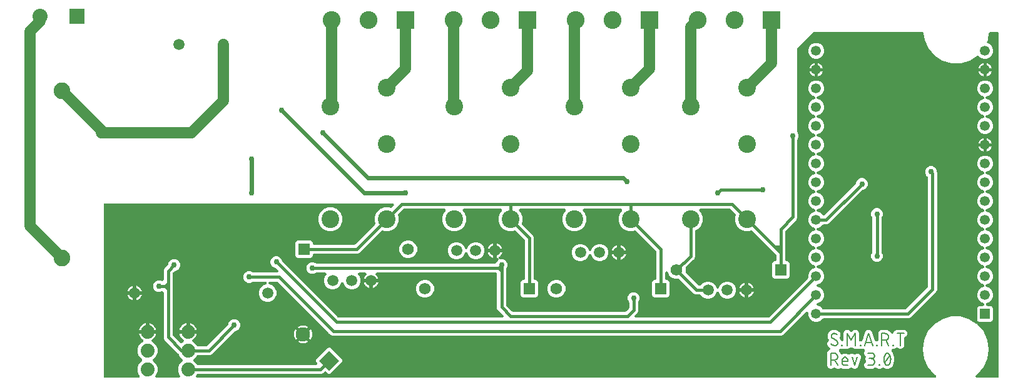
<source format=gbr>
G04 EAGLE Gerber RS-274X export*
G75*
%MOMM*%
%FSLAX34Y34*%
%LPD*%
%INTop Copper*%
%IPPOS*%
%AMOC8*
5,1,8,0,0,1.08239X$1,22.5*%
G01*
%ADD10C,0.152400*%
%ADD11R,2.032000X2.032000*%
%ADD12C,2.032000*%
%ADD13C,1.930400*%
%ADD14R,1.930400X1.930400*%
%ADD15R,1.575000X1.575000*%
%ADD16C,1.575000*%
%ADD17C,1.879600*%
%ADD18C,2.400000*%
%ADD19R,2.413000X2.413000*%
%ADD20C,2.413000*%
%ADD21C,1.508000*%
%ADD22C,1.493000*%
%ADD23R,1.343000X1.343000*%
%ADD24C,1.343000*%
%ADD25C,2.250000*%
%ADD26C,1.524000*%
%ADD27C,0.756400*%
%ADD28C,0.406400*%
%ADD29C,1.905000*%
%ADD30C,0.609600*%

G36*
X166565Y10162D02*
X166565Y10162D01*
X166574Y10161D01*
X166765Y10182D01*
X166957Y10201D01*
X166965Y10203D01*
X166974Y10204D01*
X167157Y10262D01*
X167342Y10319D01*
X167350Y10323D01*
X167358Y10326D01*
X167527Y10419D01*
X167696Y10511D01*
X167703Y10516D01*
X167711Y10521D01*
X167859Y10646D01*
X168005Y10768D01*
X168011Y10775D01*
X168018Y10781D01*
X168137Y10932D01*
X168257Y11082D01*
X168262Y11090D01*
X168267Y11097D01*
X168354Y11269D01*
X168443Y11439D01*
X168445Y11448D01*
X168449Y11456D01*
X168501Y11642D01*
X168554Y11826D01*
X168555Y11835D01*
X168557Y11844D01*
X168571Y12036D01*
X168587Y12228D01*
X168586Y12236D01*
X168587Y12245D01*
X168563Y12437D01*
X168540Y12627D01*
X168537Y12636D01*
X168536Y12645D01*
X168475Y12826D01*
X168415Y13010D01*
X168411Y13018D01*
X168408Y13026D01*
X168313Y13192D01*
X168218Y13361D01*
X168212Y13368D01*
X168207Y13375D01*
X167992Y13628D01*
X167911Y13710D01*
X165861Y18658D01*
X165861Y24014D01*
X167911Y28962D01*
X171549Y32600D01*
X171560Y32614D01*
X171573Y32625D01*
X171687Y32769D01*
X171804Y32911D01*
X171812Y32927D01*
X171823Y32941D01*
X171907Y33105D01*
X171992Y33267D01*
X171997Y33284D01*
X172005Y33300D01*
X172055Y33477D01*
X172107Y33653D01*
X172109Y33671D01*
X172113Y33688D01*
X172127Y33871D01*
X172143Y34054D01*
X172141Y34072D01*
X172143Y34089D01*
X172120Y34271D01*
X172100Y34454D01*
X172095Y34471D01*
X172092Y34489D01*
X172034Y34663D01*
X171978Y34838D01*
X171970Y34854D01*
X171964Y34870D01*
X171872Y35030D01*
X171784Y35190D01*
X171772Y35204D01*
X171763Y35219D01*
X171549Y35472D01*
X167911Y39110D01*
X165861Y44058D01*
X165861Y49414D01*
X167911Y54362D01*
X171698Y58149D01*
X172529Y58493D01*
X172681Y58575D01*
X172835Y58652D01*
X172858Y58670D01*
X172884Y58683D01*
X173017Y58793D01*
X173153Y58900D01*
X173172Y58922D01*
X173194Y58940D01*
X173303Y59074D01*
X173415Y59205D01*
X173430Y59230D01*
X173448Y59253D01*
X173528Y59405D01*
X173613Y59556D01*
X173621Y59584D01*
X173635Y59609D01*
X173683Y59775D01*
X173737Y59939D01*
X173740Y59968D01*
X173748Y59995D01*
X173763Y60168D01*
X173782Y60339D01*
X173780Y60368D01*
X173783Y60397D01*
X173763Y60568D01*
X173749Y60740D01*
X173741Y60768D01*
X173737Y60797D01*
X173685Y60961D01*
X173636Y61127D01*
X173623Y61152D01*
X173614Y61180D01*
X173530Y61330D01*
X173450Y61484D01*
X173432Y61506D01*
X173418Y61531D01*
X173306Y61662D01*
X173197Y61797D01*
X173173Y61818D01*
X173156Y61837D01*
X173089Y61890D01*
X172945Y62013D01*
X171546Y63030D01*
X170218Y64358D01*
X169113Y65879D01*
X168260Y67553D01*
X167679Y69340D01*
X167639Y69597D01*
X178816Y69597D01*
X178834Y69598D01*
X178851Y69597D01*
X179034Y69618D01*
X179216Y69637D01*
X179233Y69642D01*
X179251Y69644D01*
X179329Y69669D01*
X179466Y69630D01*
X179484Y69628D01*
X179501Y69624D01*
X179832Y69597D01*
X191009Y69597D01*
X190969Y69340D01*
X190388Y67553D01*
X189535Y65879D01*
X188430Y64358D01*
X187102Y63030D01*
X185703Y62013D01*
X185574Y61899D01*
X185441Y61787D01*
X185423Y61765D01*
X185402Y61745D01*
X185298Y61608D01*
X185190Y61472D01*
X185177Y61447D01*
X185160Y61424D01*
X185085Y61268D01*
X185007Y61114D01*
X184999Y61086D01*
X184986Y61060D01*
X184944Y60893D01*
X184897Y60727D01*
X184895Y60698D01*
X184888Y60670D01*
X184879Y60497D01*
X184866Y60325D01*
X184869Y60297D01*
X184868Y60268D01*
X184894Y60097D01*
X184914Y59926D01*
X184923Y59899D01*
X184928Y59870D01*
X184987Y59707D01*
X185041Y59544D01*
X185055Y59519D01*
X185065Y59491D01*
X185155Y59344D01*
X185240Y59194D01*
X185259Y59172D01*
X185274Y59147D01*
X185392Y59020D01*
X185505Y58890D01*
X185528Y58873D01*
X185547Y58851D01*
X185687Y58750D01*
X185824Y58645D01*
X185853Y58630D01*
X185873Y58615D01*
X185950Y58580D01*
X186119Y58493D01*
X186950Y58149D01*
X190737Y54362D01*
X192787Y49414D01*
X192787Y44058D01*
X190737Y39110D01*
X187099Y35472D01*
X187088Y35459D01*
X187075Y35447D01*
X186961Y35303D01*
X186844Y35161D01*
X186836Y35145D01*
X186825Y35131D01*
X186742Y34967D01*
X186656Y34805D01*
X186651Y34788D01*
X186643Y34772D01*
X186593Y34595D01*
X186541Y34419D01*
X186539Y34401D01*
X186535Y34384D01*
X186521Y34201D01*
X186505Y34018D01*
X186507Y34000D01*
X186505Y33983D01*
X186528Y33801D01*
X186548Y33618D01*
X186553Y33601D01*
X186556Y33583D01*
X186614Y33410D01*
X186670Y33234D01*
X186678Y33218D01*
X186684Y33202D01*
X186776Y33042D01*
X186864Y32882D01*
X186876Y32868D01*
X186885Y32853D01*
X187099Y32600D01*
X190737Y28962D01*
X192787Y24014D01*
X192787Y18658D01*
X190737Y13710D01*
X190656Y13628D01*
X190650Y13621D01*
X190643Y13616D01*
X190523Y13466D01*
X190400Y13317D01*
X190396Y13309D01*
X190391Y13302D01*
X190302Y13132D01*
X190212Y12961D01*
X190209Y12953D01*
X190205Y12945D01*
X190152Y12759D01*
X190097Y12575D01*
X190096Y12566D01*
X190094Y12558D01*
X190078Y12366D01*
X190061Y12174D01*
X190062Y12165D01*
X190061Y12156D01*
X190083Y11966D01*
X190104Y11774D01*
X190107Y11765D01*
X190108Y11757D01*
X190167Y11574D01*
X190225Y11390D01*
X190230Y11382D01*
X190233Y11374D01*
X190327Y11207D01*
X190420Y11038D01*
X190426Y11031D01*
X190430Y11023D01*
X190556Y10878D01*
X190681Y10731D01*
X190688Y10725D01*
X190694Y10718D01*
X190846Y10600D01*
X190997Y10481D01*
X191005Y10477D01*
X191012Y10472D01*
X191185Y10385D01*
X191356Y10299D01*
X191364Y10296D01*
X191372Y10292D01*
X191560Y10242D01*
X191743Y10191D01*
X191752Y10190D01*
X191761Y10188D01*
X192092Y10161D01*
X221420Y10161D01*
X221429Y10162D01*
X221438Y10161D01*
X221629Y10182D01*
X221821Y10201D01*
X221829Y10203D01*
X221838Y10204D01*
X222021Y10262D01*
X222206Y10319D01*
X222214Y10323D01*
X222222Y10326D01*
X222391Y10419D01*
X222560Y10511D01*
X222567Y10516D01*
X222575Y10521D01*
X222723Y10646D01*
X222869Y10768D01*
X222875Y10775D01*
X222882Y10781D01*
X223001Y10932D01*
X223121Y11082D01*
X223126Y11090D01*
X223131Y11097D01*
X223218Y11269D01*
X223307Y11439D01*
X223309Y11448D01*
X223313Y11456D01*
X223365Y11642D01*
X223418Y11826D01*
X223419Y11835D01*
X223421Y11844D01*
X223435Y12036D01*
X223451Y12228D01*
X223450Y12236D01*
X223451Y12245D01*
X223427Y12437D01*
X223404Y12627D01*
X223401Y12636D01*
X223400Y12645D01*
X223339Y12826D01*
X223279Y13010D01*
X223275Y13018D01*
X223272Y13026D01*
X223177Y13192D01*
X223082Y13361D01*
X223076Y13368D01*
X223071Y13375D01*
X222856Y13628D01*
X222775Y13710D01*
X220725Y18658D01*
X220725Y24014D01*
X222775Y28962D01*
X226413Y32600D01*
X226424Y32614D01*
X226437Y32625D01*
X226551Y32769D01*
X226668Y32911D01*
X226676Y32927D01*
X226687Y32941D01*
X226771Y33105D01*
X226856Y33267D01*
X226861Y33284D01*
X226869Y33300D01*
X226919Y33477D01*
X226971Y33653D01*
X226973Y33671D01*
X226977Y33688D01*
X226991Y33871D01*
X227007Y34054D01*
X227005Y34072D01*
X227007Y34089D01*
X226984Y34271D01*
X226964Y34454D01*
X226959Y34471D01*
X226956Y34489D01*
X226898Y34663D01*
X226842Y34838D01*
X226834Y34854D01*
X226828Y34870D01*
X226736Y35030D01*
X226648Y35190D01*
X226636Y35204D01*
X226627Y35219D01*
X226413Y35472D01*
X222775Y39110D01*
X221670Y41777D01*
X221655Y41805D01*
X221645Y41834D01*
X221561Y41982D01*
X221480Y42132D01*
X221460Y42156D01*
X221444Y42183D01*
X221230Y42436D01*
X220098Y43568D01*
X202095Y61570D01*
X201167Y63811D01*
X201167Y125104D01*
X201166Y125117D01*
X201167Y125130D01*
X201146Y125317D01*
X201127Y125504D01*
X201123Y125517D01*
X201122Y125530D01*
X201065Y125708D01*
X201009Y125889D01*
X201003Y125901D01*
X200999Y125914D01*
X200908Y126077D01*
X200817Y126243D01*
X200809Y126253D01*
X200802Y126265D01*
X200679Y126409D01*
X200560Y126552D01*
X200549Y126561D01*
X200541Y126571D01*
X200392Y126687D01*
X200246Y126805D01*
X200234Y126811D01*
X200224Y126819D01*
X200054Y126904D01*
X199889Y126990D01*
X199876Y126994D01*
X199864Y127000D01*
X199682Y127050D01*
X199502Y127102D01*
X199488Y127103D01*
X199475Y127106D01*
X199289Y127119D01*
X199100Y127134D01*
X199087Y127133D01*
X199074Y127134D01*
X198887Y127109D01*
X198701Y127088D01*
X198688Y127083D01*
X198675Y127082D01*
X198359Y126980D01*
X196633Y126265D01*
X193511Y126265D01*
X190627Y127460D01*
X188420Y129667D01*
X187225Y132551D01*
X187225Y135673D01*
X188420Y138557D01*
X190627Y140764D01*
X193511Y141959D01*
X196633Y141959D01*
X198359Y141244D01*
X198372Y141240D01*
X198383Y141234D01*
X198564Y141182D01*
X198744Y141127D01*
X198757Y141126D01*
X198770Y141122D01*
X198959Y141107D01*
X199145Y141089D01*
X199158Y141091D01*
X199172Y141090D01*
X199358Y141111D01*
X199545Y141131D01*
X199558Y141135D01*
X199571Y141136D01*
X199749Y141194D01*
X199930Y141251D01*
X199941Y141257D01*
X199954Y141261D01*
X200118Y141354D01*
X200283Y141444D01*
X200293Y141453D01*
X200305Y141459D01*
X200447Y141582D01*
X200591Y141703D01*
X200599Y141714D01*
X200610Y141722D01*
X200724Y141870D01*
X200842Y142018D01*
X200848Y142030D01*
X200856Y142040D01*
X200940Y142208D01*
X201026Y142376D01*
X201030Y142389D01*
X201036Y142401D01*
X201085Y142583D01*
X201136Y142763D01*
X201137Y142777D01*
X201140Y142790D01*
X201167Y143120D01*
X201167Y155645D01*
X202095Y157886D01*
X206950Y162740D01*
X206967Y162761D01*
X206988Y162779D01*
X207095Y162917D01*
X207205Y163052D01*
X207218Y163076D01*
X207234Y163097D01*
X207312Y163254D01*
X207394Y163408D01*
X207402Y163433D01*
X207414Y163457D01*
X207459Y163627D01*
X207509Y163794D01*
X207511Y163820D01*
X207518Y163846D01*
X207540Y164107D01*
X208740Y167005D01*
X210947Y169212D01*
X213831Y170407D01*
X216953Y170407D01*
X219837Y169212D01*
X222044Y167005D01*
X223239Y164121D01*
X223239Y160999D01*
X222044Y158115D01*
X219837Y155908D01*
X216949Y154712D01*
X216782Y154691D01*
X216608Y154673D01*
X216583Y154666D01*
X216556Y154662D01*
X216390Y154607D01*
X216223Y154555D01*
X216200Y154542D01*
X216174Y154534D01*
X216023Y154447D01*
X215869Y154363D01*
X215849Y154346D01*
X215825Y154333D01*
X215572Y154118D01*
X213956Y152502D01*
X213939Y152481D01*
X213918Y152463D01*
X213811Y152325D01*
X213701Y152190D01*
X213688Y152166D01*
X213672Y152145D01*
X213594Y151988D01*
X213512Y151834D01*
X213504Y151809D01*
X213492Y151785D01*
X213447Y151615D01*
X213397Y151448D01*
X213395Y151422D01*
X213388Y151396D01*
X213361Y151065D01*
X213361Y68391D01*
X213363Y68364D01*
X213361Y68337D01*
X213383Y68164D01*
X213401Y67990D01*
X213408Y67965D01*
X213412Y67938D01*
X213467Y67772D01*
X213519Y67605D01*
X213532Y67582D01*
X213540Y67556D01*
X213627Y67405D01*
X213711Y67251D01*
X213728Y67231D01*
X213741Y67207D01*
X213956Y66954D01*
X223225Y57685D01*
X223239Y57674D01*
X223251Y57660D01*
X223395Y57546D01*
X223537Y57430D01*
X223552Y57422D01*
X223566Y57410D01*
X223731Y57327D01*
X223892Y57241D01*
X223909Y57236D01*
X223925Y57228D01*
X224102Y57179D01*
X224278Y57126D01*
X224296Y57125D01*
X224313Y57120D01*
X224496Y57107D01*
X224679Y57090D01*
X224697Y57092D01*
X224715Y57091D01*
X224896Y57114D01*
X225079Y57133D01*
X225097Y57139D01*
X225114Y57141D01*
X225288Y57199D01*
X225463Y57255D01*
X225479Y57264D01*
X225496Y57269D01*
X225656Y57361D01*
X225816Y57450D01*
X225829Y57461D01*
X225845Y57470D01*
X226098Y57685D01*
X226562Y58149D01*
X227393Y58493D01*
X227545Y58575D01*
X227699Y58652D01*
X227722Y58670D01*
X227748Y58683D01*
X227881Y58793D01*
X228017Y58900D01*
X228036Y58922D01*
X228058Y58940D01*
X228167Y59074D01*
X228279Y59205D01*
X228294Y59230D01*
X228312Y59253D01*
X228392Y59405D01*
X228477Y59556D01*
X228485Y59584D01*
X228499Y59609D01*
X228547Y59775D01*
X228601Y59939D01*
X228604Y59968D01*
X228612Y59995D01*
X228627Y60168D01*
X228646Y60339D01*
X228644Y60368D01*
X228647Y60397D01*
X228627Y60568D01*
X228613Y60740D01*
X228605Y60768D01*
X228601Y60797D01*
X228549Y60961D01*
X228500Y61127D01*
X228487Y61152D01*
X228478Y61180D01*
X228394Y61330D01*
X228314Y61484D01*
X228296Y61506D01*
X228282Y61531D01*
X228170Y61662D01*
X228061Y61797D01*
X228037Y61818D01*
X228020Y61837D01*
X227953Y61890D01*
X227809Y62013D01*
X226410Y63030D01*
X225082Y64358D01*
X223977Y65879D01*
X223124Y67553D01*
X222543Y69340D01*
X222503Y69597D01*
X233680Y69597D01*
X233698Y69598D01*
X233715Y69597D01*
X233898Y69618D01*
X234080Y69637D01*
X234097Y69642D01*
X234115Y69644D01*
X234193Y69669D01*
X234330Y69630D01*
X234348Y69628D01*
X234365Y69624D01*
X234696Y69597D01*
X245873Y69597D01*
X245833Y69340D01*
X245252Y67553D01*
X244399Y65879D01*
X243294Y64358D01*
X241966Y63030D01*
X240567Y62013D01*
X240438Y61899D01*
X240305Y61787D01*
X240287Y61765D01*
X240266Y61745D01*
X240162Y61608D01*
X240054Y61472D01*
X240041Y61447D01*
X240024Y61424D01*
X239949Y61268D01*
X239871Y61114D01*
X239863Y61086D01*
X239850Y61060D01*
X239808Y60893D01*
X239761Y60727D01*
X239759Y60698D01*
X239752Y60670D01*
X239743Y60497D01*
X239730Y60325D01*
X239733Y60297D01*
X239732Y60268D01*
X239758Y60097D01*
X239778Y59926D01*
X239787Y59899D01*
X239792Y59870D01*
X239851Y59707D01*
X239905Y59544D01*
X239919Y59519D01*
X239929Y59491D01*
X240019Y59344D01*
X240104Y59194D01*
X240123Y59172D01*
X240138Y59147D01*
X240256Y59020D01*
X240369Y58890D01*
X240392Y58873D01*
X240411Y58851D01*
X240551Y58750D01*
X240688Y58645D01*
X240717Y58630D01*
X240737Y58615D01*
X240814Y58580D01*
X240983Y58493D01*
X241814Y58149D01*
X245601Y54362D01*
X245715Y54087D01*
X245726Y54067D01*
X245733Y54046D01*
X245821Y53890D01*
X245905Y53732D01*
X245920Y53715D01*
X245931Y53695D01*
X246048Y53560D01*
X246162Y53421D01*
X246179Y53407D01*
X246194Y53390D01*
X246335Y53281D01*
X246474Y53168D01*
X246494Y53157D01*
X246512Y53144D01*
X246672Y53064D01*
X246831Y52981D01*
X246852Y52974D01*
X246872Y52964D01*
X247046Y52918D01*
X247217Y52868D01*
X247240Y52866D01*
X247261Y52860D01*
X247592Y52833D01*
X258761Y52833D01*
X258788Y52835D01*
X258815Y52833D01*
X258988Y52855D01*
X259162Y52873D01*
X259187Y52880D01*
X259214Y52884D01*
X259380Y52939D01*
X259547Y52991D01*
X259570Y53004D01*
X259596Y53012D01*
X259747Y53099D01*
X259901Y53183D01*
X259921Y53200D01*
X259945Y53213D01*
X260198Y53428D01*
X288230Y81460D01*
X288247Y81481D01*
X288268Y81499D01*
X288375Y81637D01*
X288485Y81772D01*
X288498Y81796D01*
X288514Y81817D01*
X288592Y81974D01*
X288674Y82128D01*
X288682Y82153D01*
X288694Y82177D01*
X288739Y82347D01*
X288789Y82514D01*
X288791Y82540D01*
X288798Y82566D01*
X288820Y82827D01*
X290020Y85725D01*
X292227Y87932D01*
X295111Y89127D01*
X298233Y89127D01*
X301117Y87932D01*
X303324Y85725D01*
X304519Y82841D01*
X304519Y79719D01*
X303324Y76835D01*
X301117Y74628D01*
X298229Y73432D01*
X298062Y73411D01*
X297888Y73393D01*
X297863Y73386D01*
X297836Y73382D01*
X297670Y73327D01*
X297503Y73275D01*
X297480Y73262D01*
X297454Y73254D01*
X297303Y73167D01*
X297149Y73083D01*
X297129Y73066D01*
X297105Y73053D01*
X296852Y72838D01*
X265582Y41567D01*
X263341Y40639D01*
X247592Y40639D01*
X247570Y40637D01*
X247547Y40639D01*
X247370Y40617D01*
X247191Y40599D01*
X247170Y40593D01*
X247148Y40590D01*
X246977Y40534D01*
X246806Y40481D01*
X246787Y40471D01*
X246766Y40464D01*
X246610Y40375D01*
X246452Y40289D01*
X246435Y40275D01*
X246416Y40264D01*
X246281Y40146D01*
X246143Y40032D01*
X246129Y40014D01*
X246112Y40000D01*
X246003Y39858D01*
X245891Y39718D01*
X245880Y39698D01*
X245867Y39681D01*
X245715Y39385D01*
X245601Y39110D01*
X241963Y35472D01*
X241952Y35459D01*
X241939Y35447D01*
X241825Y35303D01*
X241708Y35161D01*
X241700Y35145D01*
X241689Y35131D01*
X241606Y34967D01*
X241520Y34805D01*
X241515Y34788D01*
X241507Y34772D01*
X241457Y34595D01*
X241405Y34419D01*
X241403Y34401D01*
X241399Y34384D01*
X241385Y34201D01*
X241369Y34018D01*
X241371Y34000D01*
X241369Y33983D01*
X241392Y33801D01*
X241412Y33618D01*
X241417Y33601D01*
X241420Y33583D01*
X241478Y33410D01*
X241534Y33234D01*
X241542Y33218D01*
X241548Y33202D01*
X241640Y33042D01*
X241728Y32882D01*
X241740Y32868D01*
X241749Y32853D01*
X241963Y32600D01*
X245601Y28962D01*
X245715Y28687D01*
X245726Y28667D01*
X245733Y28646D01*
X245821Y28490D01*
X245905Y28332D01*
X245920Y28315D01*
X245931Y28295D01*
X246048Y28160D01*
X246162Y28021D01*
X246179Y28007D01*
X246194Y27990D01*
X246335Y27881D01*
X246474Y27768D01*
X246494Y27757D01*
X246512Y27744D01*
X246672Y27664D01*
X246831Y27581D01*
X246852Y27574D01*
X246872Y27564D01*
X247046Y27518D01*
X247217Y27468D01*
X247240Y27466D01*
X247261Y27460D01*
X247592Y27433D01*
X407025Y27433D01*
X407034Y27434D01*
X407043Y27433D01*
X407233Y27453D01*
X407426Y27473D01*
X407434Y27475D01*
X407443Y27476D01*
X407626Y27534D01*
X407811Y27591D01*
X407819Y27595D01*
X407827Y27598D01*
X407996Y27691D01*
X408165Y27783D01*
X408172Y27788D01*
X408179Y27793D01*
X408326Y27917D01*
X408474Y28040D01*
X408480Y28047D01*
X408486Y28053D01*
X408606Y28204D01*
X408726Y28354D01*
X408730Y28362D01*
X408736Y28369D01*
X408824Y28542D01*
X408912Y28711D01*
X408914Y28720D01*
X408918Y28728D01*
X408970Y28914D01*
X409023Y29098D01*
X409024Y29107D01*
X409026Y29116D01*
X409040Y29308D01*
X409056Y29500D01*
X409055Y29508D01*
X409056Y29517D01*
X409031Y29709D01*
X409009Y29899D01*
X409006Y29908D01*
X409005Y29917D01*
X408944Y30099D01*
X408884Y30282D01*
X408880Y30290D01*
X408877Y30298D01*
X408781Y30466D01*
X408686Y30633D01*
X408681Y30640D01*
X408676Y30647D01*
X408461Y30900D01*
X408172Y31190D01*
X407553Y32684D01*
X407553Y34301D01*
X408172Y35795D01*
X422965Y50588D01*
X424459Y51207D01*
X426076Y51207D01*
X427570Y50588D01*
X442364Y35795D01*
X442983Y34301D01*
X442983Y32684D01*
X442364Y31190D01*
X427570Y16396D01*
X426076Y15777D01*
X424459Y15777D01*
X422965Y16396D01*
X421316Y18046D01*
X421302Y18057D01*
X421291Y18071D01*
X421146Y18185D01*
X421005Y18301D01*
X420989Y18309D01*
X420975Y18320D01*
X420811Y18403D01*
X420649Y18489D01*
X420632Y18494D01*
X420616Y18502D01*
X420439Y18552D01*
X420263Y18604D01*
X420245Y18606D01*
X420228Y18610D01*
X420045Y18624D01*
X419862Y18640D01*
X419844Y18639D01*
X419826Y18640D01*
X419644Y18617D01*
X419462Y18597D01*
X419445Y18592D01*
X419427Y18589D01*
X419253Y18531D01*
X419078Y18476D01*
X419062Y18467D01*
X419045Y18461D01*
X418887Y18370D01*
X418726Y18281D01*
X418712Y18269D01*
X418697Y18260D01*
X418444Y18046D01*
X416565Y16167D01*
X416394Y16096D01*
X414325Y15239D01*
X247592Y15239D01*
X247570Y15237D01*
X247547Y15239D01*
X247370Y15217D01*
X247191Y15199D01*
X247170Y15193D01*
X247148Y15190D01*
X246977Y15134D01*
X246806Y15081D01*
X246787Y15071D01*
X246766Y15064D01*
X246610Y14975D01*
X246452Y14889D01*
X246435Y14875D01*
X246416Y14864D01*
X246281Y14746D01*
X246143Y14632D01*
X246129Y14614D01*
X246112Y14600D01*
X246003Y14458D01*
X245891Y14318D01*
X245880Y14298D01*
X245867Y14281D01*
X245715Y13985D01*
X245601Y13710D01*
X245520Y13628D01*
X245514Y13621D01*
X245507Y13616D01*
X245387Y13466D01*
X245264Y13317D01*
X245260Y13309D01*
X245255Y13302D01*
X245166Y13132D01*
X245076Y12961D01*
X245073Y12953D01*
X245069Y12945D01*
X245016Y12759D01*
X244961Y12575D01*
X244960Y12566D01*
X244958Y12558D01*
X244942Y12366D01*
X244925Y12174D01*
X244926Y12165D01*
X244925Y12156D01*
X244947Y11966D01*
X244968Y11774D01*
X244971Y11765D01*
X244972Y11757D01*
X245031Y11574D01*
X245089Y11390D01*
X245094Y11382D01*
X245097Y11374D01*
X245191Y11207D01*
X245284Y11038D01*
X245290Y11031D01*
X245294Y11023D01*
X245420Y10878D01*
X245545Y10731D01*
X245552Y10725D01*
X245558Y10718D01*
X245710Y10600D01*
X245861Y10481D01*
X245869Y10477D01*
X245876Y10472D01*
X246049Y10385D01*
X246220Y10299D01*
X246228Y10296D01*
X246236Y10292D01*
X246424Y10242D01*
X246607Y10191D01*
X246616Y10190D01*
X246625Y10188D01*
X246956Y10161D01*
X1244396Y10161D01*
X1244421Y10163D01*
X1244445Y10161D01*
X1244621Y10183D01*
X1244796Y10201D01*
X1244820Y10208D01*
X1244845Y10211D01*
X1245012Y10267D01*
X1245181Y10319D01*
X1245203Y10331D01*
X1245227Y10339D01*
X1245380Y10426D01*
X1245535Y10511D01*
X1245554Y10526D01*
X1245576Y10539D01*
X1245709Y10655D01*
X1245845Y10768D01*
X1245860Y10788D01*
X1245879Y10804D01*
X1245986Y10944D01*
X1246097Y11082D01*
X1246108Y11104D01*
X1246124Y11124D01*
X1246201Y11283D01*
X1246282Y11439D01*
X1246289Y11463D01*
X1246300Y11486D01*
X1246345Y11657D01*
X1246394Y11826D01*
X1246396Y11851D01*
X1246402Y11875D01*
X1246412Y12051D01*
X1246427Y12228D01*
X1246424Y12252D01*
X1246425Y12277D01*
X1246400Y12452D01*
X1246380Y12627D01*
X1246372Y12651D01*
X1246369Y12676D01*
X1246310Y12842D01*
X1246255Y13010D01*
X1246243Y13032D01*
X1246234Y13055D01*
X1246144Y13207D01*
X1246057Y13361D01*
X1246041Y13380D01*
X1246028Y13401D01*
X1245909Y13532D01*
X1245794Y13665D01*
X1245774Y13681D01*
X1245758Y13699D01*
X1245494Y13901D01*
X1243786Y14998D01*
X1235458Y24610D01*
X1230174Y36179D01*
X1228364Y48768D01*
X1230174Y61357D01*
X1235458Y72926D01*
X1243786Y82538D01*
X1254486Y89414D01*
X1266689Y92997D01*
X1279407Y92997D01*
X1291610Y89414D01*
X1300873Y83461D01*
X1301038Y83377D01*
X1301202Y83290D01*
X1301217Y83285D01*
X1301231Y83278D01*
X1301410Y83228D01*
X1301588Y83175D01*
X1301604Y83174D01*
X1301619Y83170D01*
X1301652Y83167D01*
X1301681Y83116D01*
X1301695Y83100D01*
X1301705Y83083D01*
X1301827Y82949D01*
X1301946Y82812D01*
X1301962Y82800D01*
X1301976Y82785D01*
X1302239Y82583D01*
X1302310Y82538D01*
X1310638Y72926D01*
X1315922Y61357D01*
X1317732Y48768D01*
X1315922Y36179D01*
X1310638Y24610D01*
X1302310Y14998D01*
X1300602Y13901D01*
X1300582Y13885D01*
X1300561Y13873D01*
X1300425Y13761D01*
X1300287Y13651D01*
X1300270Y13632D01*
X1300251Y13616D01*
X1300141Y13479D01*
X1300027Y13343D01*
X1300015Y13321D01*
X1299999Y13302D01*
X1299918Y13145D01*
X1299832Y12990D01*
X1299825Y12967D01*
X1299814Y12945D01*
X1299765Y12775D01*
X1299712Y12606D01*
X1299709Y12582D01*
X1299702Y12558D01*
X1299688Y12381D01*
X1299669Y12206D01*
X1299671Y12181D01*
X1299669Y12156D01*
X1299690Y11981D01*
X1299706Y11805D01*
X1299713Y11781D01*
X1299716Y11757D01*
X1299771Y11588D01*
X1299822Y11419D01*
X1299833Y11398D01*
X1299841Y11374D01*
X1299928Y11219D01*
X1300011Y11064D01*
X1300027Y11045D01*
X1300039Y11023D01*
X1300154Y10890D01*
X1300267Y10753D01*
X1300286Y10737D01*
X1300302Y10718D01*
X1300441Y10610D01*
X1300578Y10499D01*
X1300601Y10487D01*
X1300620Y10472D01*
X1300779Y10393D01*
X1300935Y10311D01*
X1300958Y10304D01*
X1300981Y10292D01*
X1301152Y10246D01*
X1301321Y10197D01*
X1301345Y10194D01*
X1301369Y10188D01*
X1301700Y10161D01*
X1329184Y10161D01*
X1329202Y10163D01*
X1329220Y10161D01*
X1329402Y10182D01*
X1329585Y10201D01*
X1329602Y10206D01*
X1329619Y10208D01*
X1329794Y10265D01*
X1329970Y10319D01*
X1329985Y10327D01*
X1330002Y10333D01*
X1330162Y10423D01*
X1330324Y10511D01*
X1330337Y10522D01*
X1330353Y10531D01*
X1330492Y10651D01*
X1330633Y10768D01*
X1330644Y10782D01*
X1330658Y10794D01*
X1330770Y10939D01*
X1330885Y11082D01*
X1330893Y11098D01*
X1330904Y11112D01*
X1330986Y11277D01*
X1331071Y11439D01*
X1331076Y11456D01*
X1331084Y11472D01*
X1331131Y11651D01*
X1331182Y11826D01*
X1331184Y11844D01*
X1331188Y11861D01*
X1331215Y12192D01*
X1331215Y475488D01*
X1331213Y475506D01*
X1331215Y475524D01*
X1331194Y475706D01*
X1331175Y475889D01*
X1331170Y475906D01*
X1331168Y475923D01*
X1331111Y476098D01*
X1331057Y476274D01*
X1331049Y476289D01*
X1331043Y476306D01*
X1330953Y476466D01*
X1330865Y476628D01*
X1330854Y476641D01*
X1330845Y476657D01*
X1330725Y476796D01*
X1330608Y476937D01*
X1330594Y476948D01*
X1330582Y476962D01*
X1330437Y477074D01*
X1330294Y477189D01*
X1330278Y477197D01*
X1330264Y477208D01*
X1330099Y477290D01*
X1329937Y477375D01*
X1329920Y477380D01*
X1329904Y477388D01*
X1329725Y477435D01*
X1329550Y477486D01*
X1329532Y477488D01*
X1329515Y477492D01*
X1329184Y477519D01*
X1319708Y477519D01*
X1319634Y477512D01*
X1319559Y477514D01*
X1319434Y477492D01*
X1319307Y477479D01*
X1319236Y477457D01*
X1319162Y477445D01*
X1319044Y477399D01*
X1318922Y477361D01*
X1318857Y477326D01*
X1318787Y477299D01*
X1318680Y477230D01*
X1318568Y477169D01*
X1318511Y477122D01*
X1318448Y477082D01*
X1318357Y476993D01*
X1318259Y476912D01*
X1318212Y476854D01*
X1318159Y476802D01*
X1318086Y476697D01*
X1318007Y476598D01*
X1317972Y476532D01*
X1317930Y476471D01*
X1317880Y476354D01*
X1317821Y476241D01*
X1317800Y476169D01*
X1317771Y476101D01*
X1317734Y475938D01*
X1317710Y475854D01*
X1317707Y475820D01*
X1317697Y475777D01*
X1316430Y466963D01*
X1315487Y464899D01*
X1315470Y464848D01*
X1315445Y464799D01*
X1315405Y464657D01*
X1315357Y464518D01*
X1315350Y464464D01*
X1315335Y464412D01*
X1315324Y464265D01*
X1315305Y464119D01*
X1315308Y464065D01*
X1315304Y464011D01*
X1315322Y463864D01*
X1315332Y463717D01*
X1315346Y463665D01*
X1315353Y463611D01*
X1315399Y463471D01*
X1315438Y463329D01*
X1315462Y463280D01*
X1315479Y463229D01*
X1315552Y463101D01*
X1315618Y462969D01*
X1315652Y462926D01*
X1315679Y462879D01*
X1315775Y462768D01*
X1315866Y462652D01*
X1315908Y462616D01*
X1315943Y462575D01*
X1316060Y462486D01*
X1316172Y462390D01*
X1316219Y462363D01*
X1316262Y462330D01*
X1316458Y462229D01*
X1316523Y462193D01*
X1316539Y462188D01*
X1316558Y462178D01*
X1318778Y461259D01*
X1321811Y458226D01*
X1323452Y454264D01*
X1323452Y449976D01*
X1321811Y446014D01*
X1318778Y442981D01*
X1318000Y442659D01*
X1314816Y441340D01*
X1310528Y441340D01*
X1306566Y442981D01*
X1304552Y444995D01*
X1304550Y444997D01*
X1304549Y444998D01*
X1304396Y445123D01*
X1304240Y445250D01*
X1304239Y445251D01*
X1304237Y445253D01*
X1304052Y445350D01*
X1303885Y445439D01*
X1303883Y445440D01*
X1303881Y445440D01*
X1303689Y445497D01*
X1303499Y445554D01*
X1303497Y445554D01*
X1303495Y445555D01*
X1303308Y445571D01*
X1303098Y445590D01*
X1303096Y445590D01*
X1303094Y445590D01*
X1302905Y445569D01*
X1302697Y445547D01*
X1302696Y445546D01*
X1302694Y445546D01*
X1302511Y445488D01*
X1302314Y445425D01*
X1302312Y445424D01*
X1302310Y445424D01*
X1302017Y445268D01*
X1292118Y438906D01*
X1279915Y435323D01*
X1267197Y435323D01*
X1254994Y438906D01*
X1244294Y445782D01*
X1235966Y455394D01*
X1230682Y466963D01*
X1229415Y475777D01*
X1229397Y475849D01*
X1229388Y475923D01*
X1229349Y476044D01*
X1229318Y476168D01*
X1229287Y476235D01*
X1229264Y476306D01*
X1229201Y476417D01*
X1229147Y476532D01*
X1229102Y476592D01*
X1229066Y476657D01*
X1228982Y476753D01*
X1228907Y476855D01*
X1228851Y476905D01*
X1228802Y476962D01*
X1228702Y477040D01*
X1228607Y477125D01*
X1228543Y477163D01*
X1228484Y477208D01*
X1228370Y477265D01*
X1228261Y477330D01*
X1228191Y477354D01*
X1228124Y477388D01*
X1228001Y477421D01*
X1227881Y477463D01*
X1227807Y477473D01*
X1227735Y477492D01*
X1227568Y477506D01*
X1227482Y477518D01*
X1227448Y477516D01*
X1227404Y477519D01*
X1081024Y477519D01*
X1080997Y477517D01*
X1080971Y477519D01*
X1080797Y477497D01*
X1080623Y477479D01*
X1080598Y477472D01*
X1080571Y477468D01*
X1080406Y477413D01*
X1080238Y477361D01*
X1080215Y477348D01*
X1080190Y477340D01*
X1080038Y477253D01*
X1079884Y477169D01*
X1079864Y477152D01*
X1079841Y477139D01*
X1079588Y476924D01*
X1059268Y456604D01*
X1059251Y456584D01*
X1059231Y456566D01*
X1059123Y456428D01*
X1059013Y456293D01*
X1059000Y456269D01*
X1058984Y456248D01*
X1058906Y456091D01*
X1058824Y455937D01*
X1058816Y455912D01*
X1058804Y455888D01*
X1058759Y455718D01*
X1058709Y455551D01*
X1058707Y455525D01*
X1058700Y455499D01*
X1058673Y455168D01*
X1058673Y343154D01*
X1058675Y343127D01*
X1058673Y343100D01*
X1058695Y342926D01*
X1058713Y342753D01*
X1058721Y342727D01*
X1058724Y342701D01*
X1058780Y342535D01*
X1058831Y342368D01*
X1058844Y342344D01*
X1058852Y342319D01*
X1058939Y342167D01*
X1059023Y342014D01*
X1059040Y341994D01*
X1059053Y341970D01*
X1059222Y341771D01*
X1060423Y338873D01*
X1060423Y335751D01*
X1059227Y332864D01*
X1059123Y332731D01*
X1059013Y332595D01*
X1059000Y332572D01*
X1058984Y332550D01*
X1058906Y332394D01*
X1058824Y332240D01*
X1058816Y332214D01*
X1058804Y332190D01*
X1058759Y332021D01*
X1058709Y331854D01*
X1058707Y331827D01*
X1058700Y331801D01*
X1058673Y331470D01*
X1058673Y272288D01*
X1058673Y226371D01*
X1057745Y224130D01*
X1043012Y209398D01*
X1042995Y209377D01*
X1042974Y209359D01*
X1042867Y209221D01*
X1042757Y209086D01*
X1042744Y209062D01*
X1042728Y209041D01*
X1042650Y208884D01*
X1042568Y208730D01*
X1042560Y208705D01*
X1042548Y208681D01*
X1042503Y208511D01*
X1042453Y208344D01*
X1042451Y208318D01*
X1042444Y208292D01*
X1042417Y207961D01*
X1042417Y169927D01*
X1042419Y169909D01*
X1042417Y169891D01*
X1042438Y169709D01*
X1042457Y169526D01*
X1042462Y169509D01*
X1042464Y169492D01*
X1042521Y169317D01*
X1042575Y169141D01*
X1042583Y169126D01*
X1042589Y169109D01*
X1042680Y168948D01*
X1042767Y168787D01*
X1042778Y168774D01*
X1042787Y168758D01*
X1042907Y168619D01*
X1043024Y168478D01*
X1043038Y168467D01*
X1043050Y168453D01*
X1043195Y168341D01*
X1043338Y168226D01*
X1043354Y168218D01*
X1043368Y168207D01*
X1043533Y168125D01*
X1043695Y168040D01*
X1043712Y168035D01*
X1043728Y168027D01*
X1043907Y167980D01*
X1044082Y167929D01*
X1044100Y167927D01*
X1044117Y167923D01*
X1044448Y167896D01*
X1045004Y167896D01*
X1046497Y167277D01*
X1047641Y166133D01*
X1048260Y164640D01*
X1048260Y147272D01*
X1047641Y145779D01*
X1046497Y144635D01*
X1045004Y144016D01*
X1027636Y144016D01*
X1026143Y144635D01*
X1024999Y145779D01*
X1024380Y147272D01*
X1024380Y164640D01*
X1024999Y166133D01*
X1026143Y167277D01*
X1027636Y167896D01*
X1028192Y167896D01*
X1028210Y167898D01*
X1028228Y167896D01*
X1028410Y167917D01*
X1028593Y167936D01*
X1028610Y167941D01*
X1028627Y167943D01*
X1028802Y168000D01*
X1028978Y168054D01*
X1028993Y168062D01*
X1029010Y168068D01*
X1029170Y168158D01*
X1029332Y168246D01*
X1029345Y168257D01*
X1029361Y168266D01*
X1029500Y168386D01*
X1029641Y168503D01*
X1029652Y168517D01*
X1029666Y168529D01*
X1029778Y168674D01*
X1029893Y168817D01*
X1029901Y168833D01*
X1029912Y168847D01*
X1029994Y169012D01*
X1030079Y169174D01*
X1030084Y169191D01*
X1030092Y169207D01*
X1030139Y169386D01*
X1030190Y169561D01*
X1030192Y169579D01*
X1030196Y169596D01*
X1030223Y169927D01*
X1030223Y175449D01*
X1030221Y175476D01*
X1030223Y175503D01*
X1030201Y175677D01*
X1030183Y175850D01*
X1030176Y175875D01*
X1030172Y175902D01*
X1030117Y176068D01*
X1030065Y176235D01*
X1030052Y176258D01*
X1030044Y176284D01*
X1029957Y176435D01*
X1029873Y176589D01*
X1029856Y176609D01*
X1029843Y176633D01*
X1029628Y176886D01*
X1029088Y177426D01*
X1026802Y179712D01*
X1025024Y181490D01*
X997758Y208756D01*
X997741Y208770D01*
X997727Y208787D01*
X997585Y208897D01*
X997447Y209011D01*
X997427Y209021D01*
X997410Y209035D01*
X997249Y209116D01*
X997091Y209199D01*
X997070Y209206D01*
X997050Y209216D01*
X996876Y209263D01*
X996705Y209314D01*
X996683Y209316D01*
X996662Y209322D01*
X996483Y209334D01*
X996304Y209350D01*
X996282Y209348D01*
X996260Y209350D01*
X996082Y209326D01*
X995904Y209307D01*
X995883Y209300D01*
X995861Y209297D01*
X995545Y209196D01*
X993795Y208471D01*
X987404Y208471D01*
X981500Y210917D01*
X976981Y215436D01*
X974535Y221340D01*
X974535Y227731D01*
X975260Y229481D01*
X975266Y229502D01*
X975276Y229522D01*
X975324Y229694D01*
X975376Y229866D01*
X975378Y229888D01*
X975384Y229910D01*
X975398Y230089D01*
X975414Y230267D01*
X975412Y230289D01*
X975414Y230311D01*
X975391Y230490D01*
X975373Y230667D01*
X975366Y230689D01*
X975363Y230711D01*
X975306Y230881D01*
X975253Y231052D01*
X975242Y231071D01*
X975235Y231093D01*
X975145Y231248D01*
X975060Y231405D01*
X975045Y231422D01*
X975034Y231441D01*
X974820Y231694D01*
X968350Y238164D01*
X968329Y238181D01*
X968311Y238202D01*
X968173Y238309D01*
X968038Y238419D01*
X968014Y238432D01*
X967993Y238448D01*
X967836Y238526D01*
X967682Y238608D01*
X967657Y238616D01*
X967633Y238628D01*
X967463Y238673D01*
X967296Y238723D01*
X967270Y238725D01*
X967244Y238732D01*
X966913Y238759D01*
X927800Y238759D01*
X927791Y238758D01*
X927782Y238759D01*
X927590Y238738D01*
X927399Y238719D01*
X927390Y238717D01*
X927381Y238716D01*
X927199Y238658D01*
X927014Y238601D01*
X927006Y238597D01*
X926998Y238594D01*
X926829Y238501D01*
X926660Y238409D01*
X926653Y238404D01*
X926645Y238399D01*
X926497Y238274D01*
X926351Y238152D01*
X926345Y238145D01*
X926338Y238139D01*
X926218Y237987D01*
X926098Y237838D01*
X926094Y237830D01*
X926089Y237823D01*
X926001Y237650D01*
X925913Y237481D01*
X925910Y237472D01*
X925906Y237464D01*
X925855Y237278D01*
X925801Y237094D01*
X925801Y237085D01*
X925798Y237076D01*
X925784Y236883D01*
X925769Y236692D01*
X925770Y236684D01*
X925769Y236675D01*
X925793Y236482D01*
X925816Y236293D01*
X925818Y236284D01*
X925819Y236275D01*
X925881Y236092D01*
X925940Y235910D01*
X925945Y235902D01*
X925948Y235894D01*
X926043Y235728D01*
X926138Y235559D01*
X926144Y235552D01*
X926149Y235545D01*
X926363Y235292D01*
X928019Y233636D01*
X930465Y227732D01*
X930465Y221340D01*
X928019Y215436D01*
X923500Y210917D01*
X921751Y210192D01*
X921731Y210182D01*
X921710Y210175D01*
X921553Y210086D01*
X921396Y210002D01*
X921379Y209988D01*
X921359Y209977D01*
X921223Y209860D01*
X921085Y209746D01*
X921071Y209728D01*
X921054Y209714D01*
X920945Y209572D01*
X920832Y209433D01*
X920821Y209413D01*
X920808Y209396D01*
X920728Y209235D01*
X920645Y209077D01*
X920638Y209055D01*
X920628Y209035D01*
X920582Y208862D01*
X920532Y208690D01*
X920530Y208668D01*
X920524Y208646D01*
X920497Y208316D01*
X920497Y173823D01*
X919569Y171582D01*
X917568Y169582D01*
X907855Y159869D01*
X907853Y159867D01*
X907852Y159866D01*
X907837Y159847D01*
X907817Y159830D01*
X907710Y159692D01*
X907600Y159557D01*
X907587Y159533D01*
X907571Y159512D01*
X907493Y159355D01*
X907411Y159201D01*
X907403Y159176D01*
X907391Y159152D01*
X907346Y158982D01*
X907296Y158815D01*
X907294Y158789D01*
X907287Y158763D01*
X907260Y158432D01*
X907260Y153480D01*
X907262Y153453D01*
X907260Y153426D01*
X907282Y153252D01*
X907300Y153079D01*
X907307Y153054D01*
X907311Y153027D01*
X907367Y152861D01*
X907418Y152694D01*
X907431Y152671D01*
X907439Y152645D01*
X907526Y152494D01*
X907610Y152340D01*
X907627Y152320D01*
X907640Y152296D01*
X907855Y152043D01*
X924420Y135478D01*
X924441Y135461D01*
X924459Y135440D01*
X924597Y135333D01*
X924732Y135223D01*
X924756Y135210D01*
X924777Y135194D01*
X924934Y135116D01*
X925088Y135034D01*
X925113Y135026D01*
X925137Y135014D01*
X925307Y134969D01*
X925474Y134919D01*
X925500Y134917D01*
X925526Y134910D01*
X925857Y134883D01*
X926770Y134883D01*
X926796Y134885D01*
X926823Y134883D01*
X926997Y134905D01*
X927170Y134923D01*
X927196Y134930D01*
X927223Y134934D01*
X927388Y134989D01*
X927555Y135041D01*
X927579Y135054D01*
X927604Y135062D01*
X927756Y135149D01*
X927909Y135233D01*
X927930Y135250D01*
X927953Y135263D01*
X928206Y135478D01*
X931289Y138560D01*
X935527Y140316D01*
X940113Y140316D01*
X944351Y138560D01*
X947594Y135317D01*
X948943Y132060D01*
X948948Y132053D01*
X948950Y132044D01*
X949043Y131875D01*
X949134Y131706D01*
X949139Y131699D01*
X949144Y131691D01*
X949267Y131544D01*
X949390Y131395D01*
X949397Y131389D01*
X949403Y131383D01*
X949552Y131264D01*
X949703Y131141D01*
X949711Y131137D01*
X949718Y131132D01*
X949887Y131045D01*
X950059Y130954D01*
X950068Y130952D01*
X950076Y130948D01*
X950258Y130896D01*
X950446Y130841D01*
X950455Y130841D01*
X950463Y130838D01*
X950654Y130823D01*
X950847Y130807D01*
X950856Y130808D01*
X950864Y130807D01*
X951055Y130830D01*
X951247Y130852D01*
X951255Y130855D01*
X951264Y130856D01*
X951445Y130915D01*
X951630Y130975D01*
X951638Y130979D01*
X951646Y130982D01*
X951813Y131077D01*
X951982Y131171D01*
X951988Y131177D01*
X951996Y131182D01*
X952142Y131309D01*
X952287Y131433D01*
X952293Y131440D01*
X952300Y131446D01*
X952416Y131597D01*
X952536Y131750D01*
X952540Y131758D01*
X952545Y131765D01*
X952697Y132060D01*
X954046Y135317D01*
X957289Y138560D01*
X961527Y140316D01*
X966113Y140316D01*
X970351Y138560D01*
X973594Y135317D01*
X975350Y131079D01*
X975350Y126493D01*
X973594Y122255D01*
X970351Y119012D01*
X966113Y117256D01*
X961527Y117256D01*
X957289Y119012D01*
X954046Y122255D01*
X952697Y125512D01*
X952692Y125519D01*
X952690Y125528D01*
X952598Y125696D01*
X952506Y125866D01*
X952501Y125873D01*
X952496Y125881D01*
X952374Y126027D01*
X952250Y126177D01*
X952243Y126182D01*
X952237Y126189D01*
X952087Y126309D01*
X951937Y126431D01*
X951929Y126435D01*
X951923Y126440D01*
X951751Y126528D01*
X951581Y126618D01*
X951572Y126620D01*
X951564Y126624D01*
X951380Y126676D01*
X951194Y126731D01*
X951186Y126731D01*
X951177Y126734D01*
X950986Y126749D01*
X950793Y126765D01*
X950784Y126764D01*
X950776Y126765D01*
X950585Y126742D01*
X950393Y126720D01*
X950385Y126717D01*
X950376Y126716D01*
X950193Y126656D01*
X950010Y126597D01*
X950002Y126593D01*
X949994Y126590D01*
X949826Y126494D01*
X949658Y126401D01*
X949652Y126395D01*
X949644Y126390D01*
X949499Y126264D01*
X949353Y126139D01*
X949347Y126132D01*
X949340Y126126D01*
X949223Y125974D01*
X949104Y125822D01*
X949100Y125814D01*
X949095Y125807D01*
X948943Y125512D01*
X947594Y122255D01*
X944351Y119012D01*
X940113Y117256D01*
X935527Y117256D01*
X931289Y119012D01*
X928206Y122094D01*
X928185Y122111D01*
X928168Y122132D01*
X928030Y122239D01*
X927895Y122349D01*
X927871Y122362D01*
X927850Y122378D01*
X927693Y122456D01*
X927539Y122538D01*
X927513Y122546D01*
X927489Y122558D01*
X927320Y122603D01*
X927153Y122653D01*
X927126Y122655D01*
X927101Y122662D01*
X926770Y122689D01*
X921277Y122689D01*
X919036Y123617D01*
X899233Y143421D01*
X899212Y143438D01*
X899194Y143459D01*
X899056Y143566D01*
X898921Y143676D01*
X898897Y143689D01*
X898876Y143705D01*
X898719Y143783D01*
X898565Y143865D01*
X898540Y143873D01*
X898516Y143885D01*
X898346Y143930D01*
X898179Y143980D01*
X898153Y143982D01*
X898127Y143989D01*
X897796Y144016D01*
X892945Y144016D01*
X888557Y145834D01*
X885198Y149193D01*
X883765Y152653D01*
X883763Y152657D01*
X883761Y152661D01*
X883666Y152837D01*
X883574Y153008D01*
X883572Y153011D01*
X883569Y153015D01*
X883444Y153166D01*
X883318Y153318D01*
X883314Y153321D01*
X883312Y153325D01*
X883159Y153447D01*
X883005Y153572D01*
X883001Y153574D01*
X882998Y153577D01*
X882826Y153666D01*
X882649Y153759D01*
X882644Y153761D01*
X882641Y153763D01*
X882454Y153816D01*
X882262Y153872D01*
X882258Y153873D01*
X882254Y153874D01*
X882056Y153890D01*
X881861Y153907D01*
X881857Y153906D01*
X881852Y153907D01*
X881655Y153884D01*
X881461Y153862D01*
X881457Y153860D01*
X881453Y153860D01*
X881264Y153798D01*
X881078Y153739D01*
X881074Y153736D01*
X881070Y153735D01*
X880897Y153638D01*
X880726Y153542D01*
X880723Y153539D01*
X880719Y153537D01*
X880570Y153409D01*
X880421Y153280D01*
X880418Y153277D01*
X880414Y153274D01*
X880295Y153120D01*
X880172Y152963D01*
X880170Y152959D01*
X880168Y152956D01*
X880080Y152779D01*
X879992Y152604D01*
X879990Y152599D01*
X879988Y152595D01*
X879936Y152400D01*
X879885Y152215D01*
X879885Y152211D01*
X879884Y152207D01*
X879857Y151876D01*
X879857Y144527D01*
X879859Y144509D01*
X879857Y144491D01*
X879878Y144309D01*
X879897Y144126D01*
X879902Y144109D01*
X879904Y144092D01*
X879961Y143917D01*
X880015Y143741D01*
X880023Y143726D01*
X880029Y143709D01*
X880119Y143549D01*
X880207Y143387D01*
X880218Y143374D01*
X880227Y143358D01*
X880347Y143219D01*
X880464Y143078D01*
X880478Y143067D01*
X880490Y143053D01*
X880635Y142941D01*
X880778Y142826D01*
X880794Y142818D01*
X880808Y142807D01*
X880973Y142725D01*
X881135Y142640D01*
X881152Y142635D01*
X881168Y142627D01*
X881347Y142580D01*
X881522Y142529D01*
X881540Y142527D01*
X881557Y142523D01*
X881888Y142496D01*
X882444Y142496D01*
X883937Y141877D01*
X885081Y140733D01*
X885700Y139240D01*
X885700Y121872D01*
X885081Y120379D01*
X883937Y119235D01*
X882444Y118616D01*
X865076Y118616D01*
X863583Y119235D01*
X862439Y120379D01*
X861820Y121872D01*
X861820Y139240D01*
X862439Y140733D01*
X863583Y141877D01*
X865076Y142496D01*
X865632Y142496D01*
X865650Y142498D01*
X865668Y142496D01*
X865850Y142517D01*
X866033Y142536D01*
X866050Y142541D01*
X866067Y142543D01*
X866242Y142600D01*
X866418Y142654D01*
X866433Y142662D01*
X866450Y142668D01*
X866610Y142758D01*
X866772Y142846D01*
X866785Y142857D01*
X866801Y142866D01*
X866940Y142986D01*
X867081Y143103D01*
X867092Y143117D01*
X867106Y143129D01*
X867218Y143274D01*
X867333Y143417D01*
X867341Y143433D01*
X867352Y143447D01*
X867434Y143612D01*
X867519Y143774D01*
X867524Y143791D01*
X867532Y143807D01*
X867579Y143986D01*
X867630Y144161D01*
X867632Y144179D01*
X867636Y144196D01*
X867663Y144527D01*
X867663Y180529D01*
X867661Y180556D01*
X867663Y180583D01*
X867641Y180756D01*
X867623Y180930D01*
X867616Y180955D01*
X867612Y180982D01*
X867557Y181148D01*
X867505Y181315D01*
X867492Y181338D01*
X867484Y181364D01*
X867397Y181515D01*
X867313Y181669D01*
X867296Y181689D01*
X867283Y181713D01*
X867068Y181966D01*
X840278Y208756D01*
X840261Y208770D01*
X840247Y208787D01*
X840105Y208897D01*
X839967Y209011D01*
X839947Y209021D01*
X839930Y209035D01*
X839769Y209116D01*
X839611Y209199D01*
X839590Y209206D01*
X839570Y209216D01*
X839397Y209263D01*
X839225Y209314D01*
X839203Y209316D01*
X839182Y209322D01*
X839003Y209334D01*
X838824Y209350D01*
X838802Y209348D01*
X838780Y209350D01*
X838602Y209326D01*
X838424Y209307D01*
X838403Y209300D01*
X838381Y209297D01*
X838065Y209196D01*
X837749Y209065D01*
X836316Y208471D01*
X829924Y208471D01*
X824020Y210917D01*
X819501Y215436D01*
X817055Y221340D01*
X817055Y227732D01*
X819501Y233636D01*
X821157Y235292D01*
X821162Y235299D01*
X821169Y235304D01*
X821290Y235454D01*
X821412Y235603D01*
X821416Y235611D01*
X821422Y235618D01*
X821510Y235788D01*
X821600Y235959D01*
X821603Y235968D01*
X821607Y235975D01*
X821660Y236160D01*
X821715Y236345D01*
X821716Y236354D01*
X821719Y236362D01*
X821734Y236553D01*
X821752Y236746D01*
X821751Y236755D01*
X821751Y236764D01*
X821729Y236953D01*
X821708Y237146D01*
X821706Y237155D01*
X821704Y237163D01*
X821645Y237345D01*
X821587Y237530D01*
X821582Y237538D01*
X821580Y237546D01*
X821485Y237713D01*
X821392Y237882D01*
X821386Y237889D01*
X821382Y237897D01*
X821257Y238042D01*
X821131Y238189D01*
X821124Y238195D01*
X821119Y238202D01*
X820968Y238318D01*
X820816Y238439D01*
X820807Y238443D01*
X820800Y238448D01*
X820629Y238534D01*
X820457Y238621D01*
X820448Y238624D01*
X820440Y238628D01*
X820254Y238678D01*
X820069Y238729D01*
X820060Y238730D01*
X820051Y238732D01*
X819720Y238759D01*
X770320Y238759D01*
X770311Y238758D01*
X770302Y238759D01*
X770110Y238738D01*
X769919Y238719D01*
X769910Y238717D01*
X769901Y238716D01*
X769719Y238658D01*
X769534Y238601D01*
X769526Y238597D01*
X769518Y238594D01*
X769349Y238501D01*
X769180Y238409D01*
X769173Y238404D01*
X769165Y238399D01*
X769017Y238274D01*
X768871Y238152D01*
X768865Y238145D01*
X768858Y238139D01*
X768738Y237987D01*
X768618Y237838D01*
X768614Y237830D01*
X768609Y237823D01*
X768521Y237650D01*
X768433Y237481D01*
X768430Y237472D01*
X768426Y237464D01*
X768375Y237278D01*
X768321Y237094D01*
X768321Y237085D01*
X768318Y237076D01*
X768304Y236883D01*
X768289Y236692D01*
X768290Y236684D01*
X768289Y236675D01*
X768313Y236482D01*
X768336Y236293D01*
X768338Y236284D01*
X768339Y236275D01*
X768401Y236092D01*
X768460Y235910D01*
X768465Y235902D01*
X768468Y235894D01*
X768563Y235728D01*
X768658Y235559D01*
X768664Y235552D01*
X768669Y235545D01*
X768883Y235292D01*
X770539Y233636D01*
X772985Y227732D01*
X772985Y221340D01*
X770539Y215436D01*
X766020Y210917D01*
X760116Y208471D01*
X753724Y208471D01*
X747820Y210917D01*
X743301Y215436D01*
X740855Y221340D01*
X740855Y227732D01*
X743301Y233636D01*
X744957Y235292D01*
X744962Y235299D01*
X744969Y235304D01*
X745090Y235454D01*
X745212Y235603D01*
X745216Y235611D01*
X745222Y235618D01*
X745310Y235788D01*
X745400Y235959D01*
X745403Y235968D01*
X745407Y235975D01*
X745460Y236160D01*
X745515Y236345D01*
X745516Y236354D01*
X745519Y236362D01*
X745534Y236553D01*
X745552Y236746D01*
X745551Y236755D01*
X745551Y236764D01*
X745529Y236953D01*
X745508Y237146D01*
X745506Y237155D01*
X745504Y237163D01*
X745445Y237345D01*
X745387Y237530D01*
X745382Y237538D01*
X745380Y237546D01*
X745285Y237713D01*
X745192Y237882D01*
X745186Y237889D01*
X745182Y237897D01*
X745057Y238042D01*
X744931Y238189D01*
X744924Y238195D01*
X744919Y238202D01*
X744768Y238318D01*
X744616Y238439D01*
X744607Y238443D01*
X744600Y238448D01*
X744429Y238534D01*
X744257Y238621D01*
X744248Y238624D01*
X744240Y238628D01*
X744054Y238678D01*
X743869Y238729D01*
X743860Y238730D01*
X743851Y238732D01*
X743520Y238759D01*
X683960Y238759D01*
X683951Y238758D01*
X683942Y238759D01*
X683750Y238738D01*
X683559Y238719D01*
X683550Y238717D01*
X683541Y238716D01*
X683359Y238658D01*
X683174Y238601D01*
X683166Y238597D01*
X683158Y238594D01*
X682989Y238501D01*
X682820Y238409D01*
X682813Y238404D01*
X682805Y238399D01*
X682657Y238274D01*
X682511Y238152D01*
X682505Y238145D01*
X682498Y238139D01*
X682378Y237987D01*
X682258Y237838D01*
X682254Y237830D01*
X682249Y237823D01*
X682161Y237650D01*
X682073Y237481D01*
X682070Y237472D01*
X682066Y237464D01*
X682015Y237278D01*
X681961Y237094D01*
X681961Y237085D01*
X681958Y237076D01*
X681944Y236883D01*
X681929Y236692D01*
X681930Y236684D01*
X681929Y236675D01*
X681953Y236482D01*
X681976Y236293D01*
X681978Y236284D01*
X681979Y236275D01*
X682041Y236092D01*
X682100Y235910D01*
X682105Y235902D01*
X682108Y235894D01*
X682203Y235728D01*
X682298Y235559D01*
X682304Y235552D01*
X682309Y235545D01*
X682523Y235292D01*
X684179Y233636D01*
X686625Y227732D01*
X686625Y221340D01*
X685900Y219591D01*
X685894Y219570D01*
X685884Y219550D01*
X685835Y219377D01*
X685784Y219206D01*
X685782Y219184D01*
X685776Y219162D01*
X685762Y218983D01*
X685746Y218805D01*
X685748Y218783D01*
X685746Y218761D01*
X685769Y218582D01*
X685787Y218405D01*
X685794Y218383D01*
X685797Y218361D01*
X685854Y218191D01*
X685907Y218020D01*
X685918Y218001D01*
X685925Y217979D01*
X686015Y217824D01*
X686100Y217667D01*
X686115Y217650D01*
X686126Y217631D01*
X686340Y217378D01*
X701129Y202590D01*
X702057Y200349D01*
X702057Y144527D01*
X702059Y144509D01*
X702057Y144491D01*
X702078Y144309D01*
X702097Y144126D01*
X702102Y144109D01*
X702104Y144092D01*
X702161Y143917D01*
X702215Y143741D01*
X702223Y143726D01*
X702229Y143709D01*
X702319Y143549D01*
X702407Y143387D01*
X702418Y143374D01*
X702427Y143358D01*
X702547Y143219D01*
X702664Y143078D01*
X702678Y143067D01*
X702690Y143053D01*
X702835Y142941D01*
X702978Y142826D01*
X702994Y142818D01*
X703008Y142807D01*
X703173Y142725D01*
X703335Y142640D01*
X703352Y142635D01*
X703368Y142627D01*
X703547Y142580D01*
X703722Y142529D01*
X703740Y142527D01*
X703757Y142523D01*
X704088Y142496D01*
X704644Y142496D01*
X706137Y141877D01*
X707281Y140733D01*
X707900Y139240D01*
X707900Y121872D01*
X707281Y120379D01*
X706137Y119235D01*
X704644Y118616D01*
X687276Y118616D01*
X685783Y119235D01*
X684639Y120379D01*
X684020Y121872D01*
X684020Y139240D01*
X684639Y140733D01*
X685783Y141877D01*
X687276Y142496D01*
X687832Y142496D01*
X687850Y142498D01*
X687868Y142496D01*
X688050Y142517D01*
X688233Y142536D01*
X688250Y142541D01*
X688267Y142543D01*
X688442Y142600D01*
X688618Y142654D01*
X688633Y142662D01*
X688650Y142668D01*
X688810Y142758D01*
X688972Y142846D01*
X688985Y142857D01*
X689001Y142866D01*
X689140Y142986D01*
X689281Y143103D01*
X689292Y143117D01*
X689306Y143129D01*
X689418Y143274D01*
X689533Y143417D01*
X689541Y143433D01*
X689552Y143447D01*
X689634Y143612D01*
X689719Y143774D01*
X689724Y143791D01*
X689732Y143807D01*
X689779Y143986D01*
X689830Y144161D01*
X689832Y144179D01*
X689836Y144196D01*
X689863Y144527D01*
X689863Y195769D01*
X689861Y195796D01*
X689863Y195823D01*
X689841Y195996D01*
X689823Y196170D01*
X689816Y196195D01*
X689812Y196222D01*
X689757Y196388D01*
X689705Y196555D01*
X689692Y196578D01*
X689684Y196604D01*
X689597Y196755D01*
X689513Y196909D01*
X689496Y196929D01*
X689483Y196953D01*
X689268Y197206D01*
X677718Y208756D01*
X677701Y208770D01*
X677687Y208787D01*
X677545Y208897D01*
X677407Y209011D01*
X677387Y209021D01*
X677370Y209035D01*
X677209Y209116D01*
X677051Y209199D01*
X677030Y209206D01*
X677010Y209216D01*
X676837Y209263D01*
X676665Y209314D01*
X676643Y209316D01*
X676622Y209322D01*
X676443Y209334D01*
X676264Y209350D01*
X676242Y209348D01*
X676220Y209350D01*
X676042Y209326D01*
X675864Y209307D01*
X675843Y209300D01*
X675821Y209297D01*
X675505Y209196D01*
X675189Y209065D01*
X673756Y208471D01*
X667364Y208471D01*
X661460Y210917D01*
X656941Y215436D01*
X654495Y221340D01*
X654495Y227732D01*
X656941Y233636D01*
X658597Y235292D01*
X658602Y235299D01*
X658609Y235304D01*
X658730Y235454D01*
X658852Y235603D01*
X658856Y235611D01*
X658862Y235618D01*
X658950Y235788D01*
X659040Y235959D01*
X659043Y235968D01*
X659047Y235975D01*
X659100Y236160D01*
X659155Y236345D01*
X659156Y236354D01*
X659159Y236362D01*
X659174Y236553D01*
X659192Y236746D01*
X659191Y236755D01*
X659191Y236764D01*
X659169Y236953D01*
X659148Y237146D01*
X659146Y237155D01*
X659144Y237163D01*
X659085Y237345D01*
X659027Y237530D01*
X659022Y237538D01*
X659020Y237546D01*
X658925Y237713D01*
X658832Y237882D01*
X658826Y237889D01*
X658822Y237897D01*
X658697Y238042D01*
X658571Y238189D01*
X658564Y238195D01*
X658559Y238202D01*
X658408Y238318D01*
X658256Y238439D01*
X658247Y238443D01*
X658240Y238448D01*
X658069Y238534D01*
X657897Y238621D01*
X657888Y238624D01*
X657880Y238628D01*
X657694Y238678D01*
X657509Y238729D01*
X657500Y238730D01*
X657491Y238732D01*
X657160Y238759D01*
X607760Y238759D01*
X607751Y238758D01*
X607742Y238759D01*
X607550Y238738D01*
X607359Y238719D01*
X607350Y238717D01*
X607341Y238716D01*
X607159Y238658D01*
X606974Y238601D01*
X606966Y238597D01*
X606958Y238594D01*
X606789Y238501D01*
X606620Y238409D01*
X606613Y238404D01*
X606605Y238399D01*
X606457Y238274D01*
X606311Y238152D01*
X606305Y238145D01*
X606298Y238139D01*
X606178Y237987D01*
X606058Y237838D01*
X606054Y237830D01*
X606049Y237823D01*
X605961Y237650D01*
X605873Y237481D01*
X605870Y237472D01*
X605866Y237464D01*
X605815Y237278D01*
X605761Y237094D01*
X605761Y237085D01*
X605758Y237076D01*
X605744Y236883D01*
X605729Y236692D01*
X605730Y236684D01*
X605729Y236675D01*
X605753Y236482D01*
X605776Y236293D01*
X605778Y236284D01*
X605779Y236275D01*
X605841Y236092D01*
X605900Y235910D01*
X605905Y235902D01*
X605908Y235894D01*
X606003Y235728D01*
X606098Y235559D01*
X606104Y235552D01*
X606109Y235545D01*
X606323Y235292D01*
X607979Y233636D01*
X610425Y227732D01*
X610425Y221340D01*
X607979Y215436D01*
X603460Y210917D01*
X597556Y208471D01*
X591164Y208471D01*
X585260Y210917D01*
X580741Y215436D01*
X578295Y221340D01*
X578295Y227732D01*
X580741Y233636D01*
X582397Y235292D01*
X582402Y235299D01*
X582409Y235304D01*
X582530Y235454D01*
X582652Y235603D01*
X582656Y235611D01*
X582662Y235618D01*
X582750Y235788D01*
X582840Y235959D01*
X582843Y235968D01*
X582847Y235975D01*
X582900Y236160D01*
X582955Y236345D01*
X582956Y236354D01*
X582959Y236362D01*
X582974Y236553D01*
X582992Y236746D01*
X582991Y236755D01*
X582991Y236764D01*
X582969Y236953D01*
X582948Y237146D01*
X582946Y237155D01*
X582944Y237163D01*
X582885Y237345D01*
X582827Y237530D01*
X582822Y237538D01*
X582820Y237546D01*
X582725Y237713D01*
X582632Y237882D01*
X582626Y237889D01*
X582622Y237897D01*
X582497Y238042D01*
X582371Y238189D01*
X582364Y238195D01*
X582359Y238202D01*
X582208Y238318D01*
X582056Y238439D01*
X582047Y238443D01*
X582040Y238448D01*
X581869Y238534D01*
X581697Y238621D01*
X581688Y238624D01*
X581680Y238628D01*
X581494Y238678D01*
X581309Y238729D01*
X581300Y238730D01*
X581291Y238732D01*
X580960Y238759D01*
X526607Y238759D01*
X526580Y238757D01*
X526553Y238759D01*
X526379Y238737D01*
X526206Y238719D01*
X526181Y238712D01*
X526154Y238708D01*
X525988Y238653D01*
X525821Y238601D01*
X525798Y238588D01*
X525772Y238580D01*
X525621Y238493D01*
X525467Y238409D01*
X525447Y238392D01*
X525423Y238379D01*
X525170Y238164D01*
X518700Y231694D01*
X518686Y231677D01*
X518669Y231663D01*
X518559Y231521D01*
X518445Y231383D01*
X518435Y231363D01*
X518421Y231346D01*
X518340Y231185D01*
X518257Y231027D01*
X518250Y231006D01*
X518240Y230986D01*
X518193Y230812D01*
X518142Y230641D01*
X518140Y230619D01*
X518134Y230598D01*
X518122Y230419D01*
X518106Y230240D01*
X518108Y230218D01*
X518106Y230196D01*
X518130Y230018D01*
X518149Y229840D01*
X518156Y229819D01*
X518159Y229797D01*
X518260Y229481D01*
X518985Y227731D01*
X518985Y221340D01*
X516539Y215436D01*
X512020Y210917D01*
X506116Y208471D01*
X499725Y208471D01*
X497975Y209196D01*
X497954Y209202D01*
X497934Y209212D01*
X497762Y209260D01*
X497590Y209312D01*
X497568Y209314D01*
X497546Y209320D01*
X497367Y209334D01*
X497189Y209350D01*
X497167Y209348D01*
X497145Y209350D01*
X496966Y209327D01*
X496789Y209309D01*
X496767Y209302D01*
X496745Y209299D01*
X496575Y209242D01*
X496404Y209189D01*
X496385Y209178D01*
X496363Y209171D01*
X496208Y209081D01*
X496051Y208996D01*
X496034Y208981D01*
X496015Y208970D01*
X495762Y208756D01*
X467734Y180728D01*
X465734Y178727D01*
X463493Y177799D01*
X405131Y177799D01*
X405113Y177797D01*
X405095Y177799D01*
X404913Y177778D01*
X404730Y177759D01*
X404713Y177754D01*
X404696Y177752D01*
X404521Y177695D01*
X404345Y177641D01*
X404330Y177633D01*
X404313Y177627D01*
X404153Y177537D01*
X403991Y177449D01*
X403978Y177438D01*
X403962Y177429D01*
X403823Y177309D01*
X403682Y177192D01*
X403671Y177178D01*
X403657Y177166D01*
X403545Y177021D01*
X403430Y176878D01*
X403422Y176862D01*
X403411Y176848D01*
X403329Y176683D01*
X403244Y176521D01*
X403239Y176504D01*
X403231Y176488D01*
X403184Y176309D01*
X403133Y176134D01*
X403131Y176116D01*
X403127Y176099D01*
X403100Y175768D01*
X403100Y175212D01*
X402481Y173719D01*
X401337Y172575D01*
X399844Y171956D01*
X382476Y171956D01*
X380983Y172575D01*
X379839Y173719D01*
X379220Y175212D01*
X379220Y192580D01*
X379839Y194073D01*
X380983Y195217D01*
X382476Y195836D01*
X399844Y195836D01*
X401337Y195217D01*
X402481Y194073D01*
X403100Y192580D01*
X403100Y192024D01*
X403102Y192006D01*
X403100Y191988D01*
X403121Y191806D01*
X403140Y191623D01*
X403145Y191606D01*
X403147Y191589D01*
X403204Y191414D01*
X403258Y191238D01*
X403266Y191223D01*
X403272Y191206D01*
X403362Y191045D01*
X403450Y190884D01*
X403461Y190871D01*
X403470Y190855D01*
X403590Y190716D01*
X403707Y190575D01*
X403721Y190564D01*
X403733Y190550D01*
X403878Y190438D01*
X404021Y190323D01*
X404037Y190315D01*
X404051Y190304D01*
X404216Y190222D01*
X404378Y190137D01*
X404395Y190132D01*
X404411Y190124D01*
X404590Y190077D01*
X404765Y190026D01*
X404783Y190024D01*
X404800Y190020D01*
X405131Y189993D01*
X458913Y189993D01*
X458940Y189995D01*
X458967Y189993D01*
X459140Y190015D01*
X459314Y190033D01*
X459339Y190040D01*
X459366Y190044D01*
X459532Y190099D01*
X459699Y190151D01*
X459722Y190164D01*
X459748Y190172D01*
X459899Y190259D01*
X460053Y190343D01*
X460073Y190360D01*
X460097Y190373D01*
X460350Y190588D01*
X487140Y217378D01*
X487154Y217395D01*
X487171Y217409D01*
X487281Y217551D01*
X487395Y217689D01*
X487405Y217709D01*
X487419Y217726D01*
X487500Y217887D01*
X487583Y218045D01*
X487590Y218066D01*
X487600Y218086D01*
X487647Y218260D01*
X487698Y218431D01*
X487700Y218453D01*
X487706Y218474D01*
X487718Y218653D01*
X487734Y218832D01*
X487732Y218854D01*
X487734Y218876D01*
X487710Y219054D01*
X487691Y219232D01*
X487684Y219253D01*
X487681Y219275D01*
X487580Y219591D01*
X486855Y221341D01*
X486855Y227732D01*
X489301Y233636D01*
X493820Y238155D01*
X499724Y240601D01*
X506115Y240601D01*
X507865Y239876D01*
X507886Y239870D01*
X507906Y239860D01*
X508078Y239812D01*
X508250Y239760D01*
X508272Y239758D01*
X508294Y239752D01*
X508473Y239738D01*
X508651Y239722D01*
X508673Y239724D01*
X508695Y239722D01*
X508874Y239745D01*
X509051Y239763D01*
X509073Y239770D01*
X509095Y239773D01*
X509265Y239830D01*
X509436Y239883D01*
X509455Y239894D01*
X509477Y239901D01*
X509632Y239990D01*
X509789Y240076D01*
X509806Y240091D01*
X509825Y240102D01*
X510078Y240316D01*
X512166Y242404D01*
X512171Y242411D01*
X512178Y242416D01*
X512298Y242566D01*
X512421Y242715D01*
X512425Y242723D01*
X512430Y242730D01*
X512518Y242899D01*
X512609Y243071D01*
X512612Y243080D01*
X512616Y243087D01*
X512669Y243271D01*
X512724Y243457D01*
X512725Y243466D01*
X512727Y243474D01*
X512743Y243664D01*
X512760Y243858D01*
X512760Y243867D01*
X512760Y243876D01*
X512738Y244065D01*
X512717Y244258D01*
X512714Y244267D01*
X512713Y244275D01*
X512653Y244460D01*
X512596Y244642D01*
X512591Y244650D01*
X512588Y244658D01*
X512494Y244826D01*
X512401Y244994D01*
X512395Y245001D01*
X512391Y245009D01*
X512265Y245154D01*
X512140Y245301D01*
X512133Y245307D01*
X512127Y245314D01*
X511976Y245431D01*
X511824Y245551D01*
X511816Y245555D01*
X511809Y245560D01*
X511636Y245646D01*
X511465Y245733D01*
X511457Y245736D01*
X511449Y245740D01*
X511262Y245790D01*
X511078Y245841D01*
X511069Y245842D01*
X511060Y245844D01*
X510729Y245871D01*
X121920Y245871D01*
X121902Y245869D01*
X121884Y245871D01*
X121702Y245850D01*
X121519Y245831D01*
X121502Y245826D01*
X121485Y245824D01*
X121310Y245767D01*
X121134Y245713D01*
X121119Y245705D01*
X121102Y245699D01*
X120942Y245609D01*
X120780Y245521D01*
X120767Y245510D01*
X120751Y245501D01*
X120612Y245381D01*
X120471Y245264D01*
X120460Y245250D01*
X120447Y245238D01*
X120334Y245093D01*
X120219Y244950D01*
X120211Y244934D01*
X120200Y244920D01*
X120118Y244755D01*
X120033Y244593D01*
X120028Y244576D01*
X120020Y244560D01*
X119973Y244381D01*
X119922Y244206D01*
X119920Y244188D01*
X119916Y244171D01*
X119889Y243840D01*
X119889Y12192D01*
X119891Y12174D01*
X119889Y12156D01*
X119910Y11974D01*
X119929Y11791D01*
X119934Y11774D01*
X119936Y11757D01*
X119993Y11582D01*
X120047Y11406D01*
X120055Y11391D01*
X120061Y11374D01*
X120151Y11214D01*
X120239Y11052D01*
X120250Y11039D01*
X120259Y11023D01*
X120379Y10884D01*
X120496Y10743D01*
X120510Y10732D01*
X120522Y10718D01*
X120667Y10606D01*
X120810Y10491D01*
X120826Y10483D01*
X120840Y10472D01*
X121005Y10390D01*
X121167Y10305D01*
X121184Y10300D01*
X121201Y10292D01*
X121379Y10245D01*
X121554Y10194D01*
X121572Y10192D01*
X121589Y10188D01*
X121920Y10161D01*
X166556Y10161D01*
X166565Y10162D01*
G37*
%LPC*%
G36*
X429571Y67055D02*
X429571Y67055D01*
X427330Y67983D01*
X425330Y69984D01*
X355702Y139612D01*
X355681Y139629D01*
X355663Y139650D01*
X355525Y139757D01*
X355390Y139867D01*
X355366Y139880D01*
X355345Y139896D01*
X355188Y139974D01*
X355034Y140056D01*
X355009Y140064D01*
X354985Y140076D01*
X354815Y140121D01*
X354648Y140171D01*
X354622Y140173D01*
X354596Y140180D01*
X354265Y140207D01*
X345174Y140207D01*
X345169Y140207D01*
X345165Y140207D01*
X344971Y140187D01*
X344773Y140167D01*
X344769Y140166D01*
X344764Y140166D01*
X344579Y140108D01*
X344388Y140049D01*
X344384Y140047D01*
X344380Y140046D01*
X344208Y139952D01*
X344034Y139857D01*
X344031Y139855D01*
X344027Y139852D01*
X343876Y139725D01*
X343725Y139600D01*
X343722Y139596D01*
X343719Y139593D01*
X343597Y139441D01*
X343473Y139286D01*
X343471Y139282D01*
X343468Y139279D01*
X343377Y139103D01*
X343287Y138929D01*
X343286Y138924D01*
X343284Y138920D01*
X343231Y138733D01*
X343176Y138542D01*
X343175Y138537D01*
X343174Y138533D01*
X343159Y138336D01*
X343143Y138140D01*
X343143Y138136D01*
X343143Y138132D01*
X343167Y137936D01*
X343190Y137741D01*
X343191Y137736D01*
X343192Y137732D01*
X343252Y137549D01*
X343315Y137358D01*
X343317Y137354D01*
X343318Y137350D01*
X343415Y137180D01*
X343512Y137007D01*
X343515Y137004D01*
X343518Y137000D01*
X343649Y136849D01*
X343776Y136703D01*
X343779Y136700D01*
X343782Y136696D01*
X343939Y136576D01*
X344094Y136456D01*
X344098Y136454D01*
X344101Y136451D01*
X344396Y136299D01*
X348514Y134594D01*
X351778Y131330D01*
X353545Y127064D01*
X353545Y122448D01*
X351778Y118182D01*
X348514Y114918D01*
X345323Y113596D01*
X344248Y113151D01*
X339632Y113151D01*
X335366Y114918D01*
X332102Y118182D01*
X330335Y122448D01*
X330335Y127064D01*
X332102Y131330D01*
X335366Y134594D01*
X339379Y136256D01*
X339380Y136256D01*
X339484Y136299D01*
X339487Y136301D01*
X339492Y136303D01*
X339664Y136396D01*
X339838Y136490D01*
X339842Y136492D01*
X339846Y136495D01*
X339994Y136618D01*
X340149Y136746D01*
X340152Y136749D01*
X340155Y136752D01*
X340278Y136905D01*
X340403Y137059D01*
X340405Y137063D01*
X340407Y137066D01*
X340498Y137241D01*
X340590Y137415D01*
X340591Y137419D01*
X340593Y137423D01*
X340647Y137613D01*
X340703Y137802D01*
X340703Y137806D01*
X340704Y137810D01*
X340720Y138007D01*
X340737Y138203D01*
X340737Y138207D01*
X340737Y138212D01*
X340714Y138409D01*
X340692Y138603D01*
X340691Y138607D01*
X340690Y138611D01*
X340629Y138800D01*
X340569Y138986D01*
X340567Y138990D01*
X340565Y138994D01*
X340469Y139164D01*
X340373Y139338D01*
X340370Y139341D01*
X340368Y139345D01*
X340239Y139494D01*
X340111Y139643D01*
X340107Y139646D01*
X340104Y139650D01*
X339952Y139768D01*
X339794Y139892D01*
X339790Y139894D01*
X339786Y139896D01*
X339611Y139983D01*
X339434Y140072D01*
X339430Y140074D01*
X339426Y140076D01*
X339233Y140127D01*
X339046Y140179D01*
X339041Y140179D01*
X339037Y140180D01*
X338706Y140207D01*
X322834Y140207D01*
X322807Y140205D01*
X322780Y140207D01*
X322606Y140185D01*
X322433Y140167D01*
X322407Y140160D01*
X322381Y140156D01*
X322215Y140101D01*
X322048Y140049D01*
X322024Y140036D01*
X321999Y140028D01*
X321847Y139941D01*
X321694Y139857D01*
X321674Y139840D01*
X321650Y139827D01*
X321451Y139658D01*
X318553Y138457D01*
X315431Y138457D01*
X312547Y139652D01*
X310340Y141859D01*
X309145Y144743D01*
X309145Y147865D01*
X310340Y150749D01*
X312547Y152956D01*
X315431Y154151D01*
X318553Y154151D01*
X321440Y152955D01*
X321573Y152851D01*
X321709Y152741D01*
X321732Y152728D01*
X321754Y152712D01*
X321910Y152634D01*
X322064Y152552D01*
X322090Y152544D01*
X322114Y152532D01*
X322283Y152487D01*
X322450Y152437D01*
X322477Y152435D01*
X322503Y152428D01*
X322834Y152401D01*
X354265Y152401D01*
X354274Y152402D01*
X354283Y152401D01*
X354475Y152422D01*
X354666Y152441D01*
X354675Y152443D01*
X354683Y152444D01*
X354866Y152502D01*
X355051Y152559D01*
X355059Y152563D01*
X355067Y152566D01*
X355236Y152659D01*
X355405Y152751D01*
X355412Y152756D01*
X355420Y152761D01*
X355567Y152886D01*
X355714Y153008D01*
X355720Y153015D01*
X355727Y153021D01*
X355846Y153173D01*
X355966Y153322D01*
X355971Y153330D01*
X355976Y153337D01*
X356064Y153510D01*
X356152Y153679D01*
X356154Y153688D01*
X356159Y153696D01*
X356210Y153882D01*
X356263Y154066D01*
X356264Y154075D01*
X356267Y154084D01*
X356281Y154276D01*
X356296Y154468D01*
X356295Y154476D01*
X356296Y154485D01*
X356272Y154678D01*
X356249Y154867D01*
X356247Y154876D01*
X356245Y154885D01*
X356184Y155067D01*
X356125Y155250D01*
X356120Y155258D01*
X356117Y155266D01*
X356023Y155429D01*
X355927Y155601D01*
X355921Y155608D01*
X355916Y155615D01*
X355702Y155868D01*
X353388Y158182D01*
X353367Y158199D01*
X353349Y158220D01*
X353212Y158326D01*
X353076Y158437D01*
X353052Y158450D01*
X353031Y158466D01*
X352875Y158544D01*
X352720Y158626D01*
X352695Y158634D01*
X352671Y158646D01*
X352502Y158691D01*
X352334Y158741D01*
X352308Y158743D01*
X352282Y158750D01*
X352021Y158772D01*
X349123Y159972D01*
X346916Y162179D01*
X345721Y165063D01*
X345721Y168185D01*
X346916Y171069D01*
X349123Y173276D01*
X352007Y174471D01*
X355129Y174471D01*
X358013Y173276D01*
X360220Y171069D01*
X361416Y168181D01*
X361437Y168014D01*
X361455Y167840D01*
X361462Y167815D01*
X361466Y167788D01*
X361521Y167622D01*
X361573Y167455D01*
X361586Y167432D01*
X361594Y167406D01*
X361681Y167255D01*
X361765Y167101D01*
X361782Y167081D01*
X361795Y167057D01*
X362010Y166804D01*
X436778Y92036D01*
X436799Y92019D01*
X436817Y91998D01*
X436955Y91891D01*
X437090Y91781D01*
X437114Y91768D01*
X437135Y91752D01*
X437292Y91674D01*
X437446Y91592D01*
X437471Y91584D01*
X437495Y91572D01*
X437665Y91527D01*
X437832Y91477D01*
X437858Y91475D01*
X437884Y91468D01*
X438215Y91441D01*
X659065Y91441D01*
X659074Y91442D01*
X659083Y91441D01*
X659275Y91462D01*
X659466Y91481D01*
X659475Y91483D01*
X659483Y91484D01*
X659665Y91542D01*
X659851Y91599D01*
X659859Y91603D01*
X659867Y91606D01*
X660036Y91699D01*
X660205Y91791D01*
X660212Y91796D01*
X660220Y91801D01*
X660367Y91925D01*
X660514Y92048D01*
X660520Y92055D01*
X660527Y92061D01*
X660646Y92212D01*
X660766Y92362D01*
X660771Y92370D01*
X660776Y92377D01*
X660864Y92550D01*
X660952Y92719D01*
X660954Y92728D01*
X660959Y92736D01*
X661010Y92922D01*
X661063Y93106D01*
X661064Y93115D01*
X661067Y93124D01*
X661081Y93317D01*
X661096Y93508D01*
X661095Y93516D01*
X661096Y93525D01*
X661072Y93718D01*
X661049Y93907D01*
X661047Y93916D01*
X661045Y93925D01*
X660984Y94108D01*
X660925Y94290D01*
X660920Y94298D01*
X660917Y94306D01*
X660821Y94473D01*
X660727Y94641D01*
X660721Y94648D01*
X660716Y94655D01*
X660502Y94908D01*
X655200Y100210D01*
X653199Y102210D01*
X652271Y104451D01*
X652271Y150368D01*
X652269Y150386D01*
X652271Y150404D01*
X652250Y150586D01*
X652231Y150769D01*
X652226Y150786D01*
X652224Y150803D01*
X652167Y150978D01*
X652113Y151154D01*
X652105Y151169D01*
X652099Y151186D01*
X652009Y151346D01*
X651921Y151508D01*
X651910Y151521D01*
X651901Y151537D01*
X651781Y151676D01*
X651664Y151817D01*
X651650Y151828D01*
X651638Y151842D01*
X651493Y151954D01*
X651350Y152069D01*
X651334Y152077D01*
X651320Y152088D01*
X651155Y152170D01*
X650993Y152255D01*
X650976Y152260D01*
X650960Y152268D01*
X650781Y152315D01*
X650606Y152366D01*
X650588Y152368D01*
X650571Y152372D01*
X650240Y152399D01*
X489961Y152399D01*
X489952Y152398D01*
X489943Y152399D01*
X489751Y152378D01*
X489560Y152359D01*
X489552Y152357D01*
X489543Y152356D01*
X489360Y152298D01*
X489175Y152241D01*
X489167Y152237D01*
X489159Y152234D01*
X488991Y152141D01*
X488821Y152049D01*
X488814Y152044D01*
X488807Y152039D01*
X488659Y151914D01*
X488512Y151792D01*
X488506Y151785D01*
X488500Y151779D01*
X488379Y151627D01*
X488260Y151478D01*
X488256Y151470D01*
X488250Y151463D01*
X488162Y151290D01*
X488074Y151121D01*
X488072Y151112D01*
X488068Y151104D01*
X488016Y150919D01*
X487963Y150734D01*
X487962Y150725D01*
X487960Y150716D01*
X487945Y150522D01*
X487930Y150332D01*
X487931Y150324D01*
X487930Y150315D01*
X487954Y150124D01*
X487977Y149933D01*
X487980Y149924D01*
X487981Y149915D01*
X488042Y149732D01*
X488102Y149550D01*
X488106Y149542D01*
X488109Y149534D01*
X488205Y149367D01*
X488300Y149199D01*
X488305Y149192D01*
X488310Y149185D01*
X488525Y148932D01*
X489452Y148004D01*
X490378Y146730D01*
X491093Y145327D01*
X491561Y143885D01*
X482188Y143885D01*
X482170Y143883D01*
X482153Y143885D01*
X481970Y143864D01*
X481827Y143849D01*
X481818Y143852D01*
X481800Y143854D01*
X481783Y143858D01*
X481452Y143885D01*
X472079Y143885D01*
X472547Y145327D01*
X473262Y146730D01*
X474188Y148004D01*
X475115Y148932D01*
X475121Y148939D01*
X475128Y148944D01*
X475248Y149093D01*
X475371Y149243D01*
X475375Y149251D01*
X475380Y149258D01*
X475468Y149428D01*
X475559Y149599D01*
X475562Y149608D01*
X475566Y149615D01*
X475619Y149800D01*
X475674Y149985D01*
X475675Y149994D01*
X475677Y150002D01*
X475693Y150193D01*
X475710Y150386D01*
X475709Y150395D01*
X475710Y150404D01*
X475688Y150593D01*
X475667Y150786D01*
X475664Y150795D01*
X475663Y150803D01*
X475604Y150986D01*
X475545Y151170D01*
X475541Y151178D01*
X475538Y151186D01*
X475444Y151353D01*
X475351Y151522D01*
X475345Y151529D01*
X475340Y151537D01*
X475215Y151682D01*
X475090Y151829D01*
X475083Y151835D01*
X475077Y151842D01*
X474926Y151959D01*
X474774Y152079D01*
X474766Y152083D01*
X474759Y152088D01*
X474587Y152174D01*
X474415Y152261D01*
X474407Y152264D01*
X474399Y152268D01*
X474213Y152317D01*
X474027Y152369D01*
X474018Y152370D01*
X474010Y152372D01*
X473679Y152399D01*
X466116Y152399D01*
X466107Y152398D01*
X466098Y152399D01*
X465906Y152378D01*
X465715Y152359D01*
X465707Y152357D01*
X465698Y152356D01*
X465516Y152298D01*
X465331Y152241D01*
X465323Y152237D01*
X465314Y152234D01*
X465146Y152141D01*
X464977Y152049D01*
X464970Y152044D01*
X464962Y152039D01*
X464814Y151914D01*
X464667Y151792D01*
X464662Y151785D01*
X464655Y151779D01*
X464536Y151628D01*
X464415Y151478D01*
X464411Y151470D01*
X464405Y151463D01*
X464318Y151292D01*
X464229Y151121D01*
X464227Y151112D01*
X464223Y151104D01*
X464171Y150919D01*
X464118Y150734D01*
X464117Y150725D01*
X464115Y150716D01*
X464101Y150522D01*
X464085Y150332D01*
X464086Y150324D01*
X464086Y150315D01*
X464110Y150122D01*
X464132Y149933D01*
X464135Y149924D01*
X464136Y149915D01*
X464197Y149732D01*
X464257Y149550D01*
X464261Y149542D01*
X464264Y149534D01*
X464360Y149368D01*
X464455Y149199D01*
X464461Y149192D01*
X464465Y149185D01*
X464680Y148932D01*
X465594Y148017D01*
X467350Y143779D01*
X467350Y139193D01*
X465594Y134955D01*
X462351Y131712D01*
X458113Y129956D01*
X453527Y129956D01*
X449289Y131712D01*
X446046Y134955D01*
X444697Y138212D01*
X444692Y138219D01*
X444690Y138228D01*
X444598Y138396D01*
X444506Y138566D01*
X444501Y138573D01*
X444496Y138581D01*
X444374Y138727D01*
X444250Y138877D01*
X444243Y138882D01*
X444237Y138889D01*
X444087Y139009D01*
X443937Y139131D01*
X443929Y139135D01*
X443923Y139140D01*
X443751Y139228D01*
X443581Y139318D01*
X443572Y139320D01*
X443564Y139324D01*
X443380Y139376D01*
X443194Y139431D01*
X443186Y139431D01*
X443177Y139434D01*
X442986Y139449D01*
X442793Y139465D01*
X442784Y139464D01*
X442776Y139465D01*
X442585Y139442D01*
X442393Y139420D01*
X442385Y139417D01*
X442376Y139416D01*
X442193Y139356D01*
X442010Y139297D01*
X442002Y139293D01*
X441994Y139290D01*
X441826Y139194D01*
X441658Y139101D01*
X441652Y139095D01*
X441644Y139090D01*
X441499Y138964D01*
X441353Y138839D01*
X441347Y138832D01*
X441340Y138826D01*
X441223Y138674D01*
X441104Y138522D01*
X441100Y138514D01*
X441095Y138507D01*
X440943Y138212D01*
X439594Y134955D01*
X436351Y131712D01*
X432113Y129956D01*
X427527Y129956D01*
X423289Y131712D01*
X420046Y134955D01*
X418290Y139193D01*
X418290Y143779D01*
X420046Y148017D01*
X420960Y148932D01*
X420966Y148939D01*
X420973Y148944D01*
X421093Y149094D01*
X421215Y149243D01*
X421219Y149251D01*
X421225Y149258D01*
X421314Y149428D01*
X421404Y149599D01*
X421406Y149608D01*
X421411Y149615D01*
X421464Y149800D01*
X421519Y149985D01*
X421520Y149994D01*
X421522Y150002D01*
X421538Y150193D01*
X421555Y150386D01*
X421554Y150395D01*
X421555Y150404D01*
X421533Y150593D01*
X421512Y150786D01*
X421509Y150795D01*
X421508Y150803D01*
X421449Y150985D01*
X421390Y151170D01*
X421386Y151178D01*
X421383Y151186D01*
X421289Y151353D01*
X421195Y151522D01*
X421190Y151529D01*
X421185Y151537D01*
X421060Y151682D01*
X420935Y151829D01*
X420928Y151835D01*
X420922Y151842D01*
X420772Y151958D01*
X420619Y152079D01*
X420611Y152083D01*
X420604Y152088D01*
X420434Y152173D01*
X420260Y152261D01*
X420251Y152264D01*
X420243Y152268D01*
X420058Y152317D01*
X419872Y152369D01*
X419863Y152370D01*
X419855Y152372D01*
X419524Y152399D01*
X408178Y152399D01*
X408151Y152397D01*
X408124Y152399D01*
X407950Y152377D01*
X407777Y152359D01*
X407751Y152352D01*
X407725Y152348D01*
X407559Y152293D01*
X407392Y152241D01*
X407368Y152228D01*
X407343Y152220D01*
X407191Y152133D01*
X407038Y152049D01*
X407018Y152032D01*
X406994Y152019D01*
X406795Y151850D01*
X403897Y150649D01*
X400775Y150649D01*
X397891Y151844D01*
X395684Y154051D01*
X394489Y156935D01*
X394489Y160057D01*
X395684Y162941D01*
X397891Y165148D01*
X400775Y166343D01*
X403897Y166343D01*
X406784Y165147D01*
X406917Y165043D01*
X407053Y164933D01*
X407076Y164920D01*
X407098Y164904D01*
X407254Y164826D01*
X407408Y164744D01*
X407434Y164736D01*
X407458Y164724D01*
X407627Y164679D01*
X407794Y164629D01*
X407821Y164627D01*
X407847Y164620D01*
X408178Y164593D01*
X649360Y164593D01*
X649382Y164595D01*
X649404Y164593D01*
X649581Y164615D01*
X649760Y164633D01*
X649782Y164639D01*
X649804Y164642D01*
X649974Y164698D01*
X650145Y164751D01*
X650165Y164761D01*
X650186Y164768D01*
X650342Y164857D01*
X650499Y164943D01*
X650516Y164957D01*
X650536Y164968D01*
X650671Y165086D01*
X650808Y165200D01*
X650822Y165218D01*
X650839Y165232D01*
X650948Y165374D01*
X651061Y165514D01*
X651071Y165534D01*
X651085Y165551D01*
X651236Y165847D01*
X651716Y167005D01*
X653650Y168939D01*
X653756Y169069D01*
X653867Y169196D01*
X653884Y169225D01*
X653905Y169250D01*
X653983Y169398D01*
X654067Y169545D01*
X654078Y169577D01*
X654094Y169606D01*
X654141Y169767D01*
X654195Y169927D01*
X654199Y169960D01*
X654208Y169992D01*
X654224Y170160D01*
X654244Y170326D01*
X654242Y170360D01*
X654245Y170393D01*
X654227Y170561D01*
X654214Y170728D01*
X654205Y170760D01*
X654201Y170793D01*
X654150Y170954D01*
X654105Y171116D01*
X654090Y171145D01*
X654080Y171177D01*
X653998Y171324D01*
X653922Y171474D01*
X653901Y171500D01*
X653885Y171529D01*
X653776Y171658D01*
X653672Y171789D01*
X653646Y171811D01*
X653625Y171836D01*
X653492Y171941D01*
X653364Y172049D01*
X653335Y172065D01*
X653309Y172086D01*
X653159Y172162D01*
X653011Y172243D01*
X652979Y172253D01*
X652950Y172268D01*
X652788Y172313D01*
X652627Y172364D01*
X652594Y172367D01*
X652562Y172376D01*
X652394Y172389D01*
X652227Y172406D01*
X652190Y172404D01*
X652160Y172406D01*
X652074Y172395D01*
X651896Y172381D01*
X651859Y172376D01*
X651859Y179727D01*
X659201Y179727D01*
X658733Y178285D01*
X658018Y176882D01*
X657092Y175608D01*
X655978Y174494D01*
X655410Y174081D01*
X655284Y173969D01*
X655155Y173862D01*
X655135Y173836D01*
X655110Y173814D01*
X655008Y173679D01*
X654903Y173548D01*
X654888Y173518D01*
X654868Y173492D01*
X654795Y173340D01*
X654717Y173191D01*
X654708Y173159D01*
X654694Y173129D01*
X654653Y172965D01*
X654606Y172804D01*
X654603Y172771D01*
X654595Y172738D01*
X654587Y172570D01*
X654573Y172402D01*
X654577Y172369D01*
X654575Y172336D01*
X654600Y172170D01*
X654620Y172003D01*
X654630Y171971D01*
X654635Y171938D01*
X654693Y171780D01*
X654745Y171620D01*
X654761Y171591D01*
X654773Y171560D01*
X654860Y171416D01*
X654943Y171269D01*
X654965Y171244D01*
X654982Y171216D01*
X655096Y171092D01*
X655206Y170964D01*
X655232Y170944D01*
X655255Y170920D01*
X655391Y170821D01*
X655524Y170718D01*
X655554Y170703D01*
X655581Y170683D01*
X655734Y170613D01*
X655885Y170538D01*
X655917Y170530D01*
X655947Y170516D01*
X656110Y170478D01*
X656273Y170434D01*
X656311Y170431D01*
X656339Y170424D01*
X656425Y170421D01*
X656604Y170407D01*
X659929Y170407D01*
X662813Y169212D01*
X665020Y167005D01*
X666215Y164121D01*
X666215Y160999D01*
X665019Y158112D01*
X664915Y157979D01*
X664805Y157843D01*
X664792Y157820D01*
X664776Y157798D01*
X664698Y157642D01*
X664616Y157488D01*
X664608Y157462D01*
X664596Y157438D01*
X664551Y157269D01*
X664501Y157102D01*
X664499Y157075D01*
X664492Y157049D01*
X664465Y156718D01*
X664465Y109031D01*
X664467Y109004D01*
X664465Y108977D01*
X664487Y108804D01*
X664505Y108630D01*
X664512Y108605D01*
X664516Y108578D01*
X664571Y108412D01*
X664623Y108245D01*
X664636Y108222D01*
X664644Y108196D01*
X664731Y108045D01*
X664815Y107891D01*
X664832Y107871D01*
X664845Y107847D01*
X665060Y107594D01*
X672490Y100164D01*
X672511Y100147D01*
X672529Y100126D01*
X672667Y100019D01*
X672802Y99909D01*
X672826Y99896D01*
X672847Y99880D01*
X673004Y99802D01*
X673158Y99720D01*
X673183Y99712D01*
X673207Y99700D01*
X673377Y99655D01*
X673544Y99605D01*
X673570Y99603D01*
X673596Y99596D01*
X673927Y99569D01*
X825689Y99569D01*
X825716Y99571D01*
X825743Y99569D01*
X825916Y99591D01*
X826090Y99609D01*
X826115Y99616D01*
X826142Y99620D01*
X826308Y99675D01*
X826475Y99727D01*
X826498Y99740D01*
X826524Y99748D01*
X826675Y99835D01*
X826829Y99919D01*
X826849Y99936D01*
X826873Y99949D01*
X827126Y100164D01*
X830492Y103530D01*
X830509Y103551D01*
X830530Y103569D01*
X830637Y103707D01*
X830747Y103842D01*
X830760Y103866D01*
X830776Y103887D01*
X830854Y104044D01*
X830936Y104198D01*
X830944Y104223D01*
X830956Y104247D01*
X831001Y104417D01*
X831051Y104584D01*
X831053Y104610D01*
X831060Y104636D01*
X831087Y104967D01*
X831087Y112014D01*
X831085Y112041D01*
X831087Y112068D01*
X831065Y112242D01*
X831047Y112415D01*
X831040Y112441D01*
X831036Y112467D01*
X830981Y112632D01*
X830929Y112800D01*
X830916Y112824D01*
X830908Y112849D01*
X830821Y113001D01*
X830737Y113154D01*
X830720Y113174D01*
X830707Y113198D01*
X830538Y113397D01*
X829337Y116295D01*
X829337Y119417D01*
X830532Y122301D01*
X832739Y124508D01*
X835623Y125703D01*
X838745Y125703D01*
X841629Y124508D01*
X843836Y122301D01*
X845031Y119417D01*
X845031Y116295D01*
X843835Y113408D01*
X843731Y113275D01*
X843621Y113139D01*
X843608Y113116D01*
X843592Y113094D01*
X843514Y112938D01*
X843432Y112784D01*
X843424Y112758D01*
X843412Y112734D01*
X843367Y112565D01*
X843317Y112398D01*
X843315Y112371D01*
X843308Y112345D01*
X843281Y112014D01*
X843281Y100387D01*
X842353Y98146D01*
X839114Y94908D01*
X839109Y94901D01*
X839102Y94896D01*
X838982Y94746D01*
X838859Y94597D01*
X838855Y94589D01*
X838850Y94582D01*
X838761Y94412D01*
X838671Y94241D01*
X838668Y94232D01*
X838664Y94225D01*
X838611Y94040D01*
X838556Y93855D01*
X838555Y93846D01*
X838553Y93838D01*
X838537Y93647D01*
X838519Y93454D01*
X838520Y93445D01*
X838520Y93436D01*
X838542Y93247D01*
X838563Y93054D01*
X838566Y93045D01*
X838567Y93037D01*
X838626Y92855D01*
X838684Y92670D01*
X838689Y92662D01*
X838691Y92654D01*
X838787Y92485D01*
X838879Y92318D01*
X838885Y92311D01*
X838889Y92303D01*
X839015Y92157D01*
X839140Y92011D01*
X839147Y92005D01*
X839153Y91998D01*
X839304Y91881D01*
X839456Y91761D01*
X839464Y91757D01*
X839471Y91752D01*
X839643Y91666D01*
X839815Y91579D01*
X839823Y91576D01*
X839831Y91572D01*
X840017Y91522D01*
X840202Y91471D01*
X840211Y91470D01*
X840220Y91468D01*
X840551Y91441D01*
X1018729Y91441D01*
X1018756Y91443D01*
X1018783Y91441D01*
X1018956Y91463D01*
X1019130Y91481D01*
X1019155Y91488D01*
X1019182Y91492D01*
X1019348Y91547D01*
X1019515Y91599D01*
X1019538Y91612D01*
X1019564Y91620D01*
X1019715Y91707D01*
X1019869Y91791D01*
X1019889Y91808D01*
X1019913Y91821D01*
X1020166Y92036D01*
X1072697Y144567D01*
X1072714Y144588D01*
X1072735Y144606D01*
X1072842Y144744D01*
X1072952Y144879D01*
X1072965Y144903D01*
X1072981Y144924D01*
X1073059Y145081D01*
X1073141Y145235D01*
X1073149Y145260D01*
X1073161Y145284D01*
X1073206Y145454D01*
X1073256Y145621D01*
X1073258Y145647D01*
X1073265Y145673D01*
X1073292Y146004D01*
X1073292Y149464D01*
X1074933Y153426D01*
X1077966Y156459D01*
X1078232Y156569D01*
X1082033Y158143D01*
X1082041Y158148D01*
X1082050Y158150D01*
X1082218Y158243D01*
X1082388Y158334D01*
X1082395Y158339D01*
X1082403Y158344D01*
X1082549Y158466D01*
X1082698Y158590D01*
X1082704Y158597D01*
X1082711Y158603D01*
X1082831Y158753D01*
X1082952Y158903D01*
X1082956Y158911D01*
X1082962Y158918D01*
X1083050Y159088D01*
X1083139Y159259D01*
X1083142Y159268D01*
X1083146Y159276D01*
X1083198Y159460D01*
X1083252Y159646D01*
X1083253Y159655D01*
X1083255Y159663D01*
X1083270Y159854D01*
X1083287Y160047D01*
X1083286Y160056D01*
X1083287Y160064D01*
X1083263Y160256D01*
X1083242Y160447D01*
X1083239Y160455D01*
X1083238Y160464D01*
X1083177Y160647D01*
X1083119Y160830D01*
X1083114Y160838D01*
X1083111Y160846D01*
X1083016Y161013D01*
X1082922Y161182D01*
X1082916Y161188D01*
X1082912Y161196D01*
X1082786Y161341D01*
X1082660Y161487D01*
X1082653Y161493D01*
X1082647Y161500D01*
X1082495Y161617D01*
X1082343Y161736D01*
X1082335Y161740D01*
X1082328Y161745D01*
X1082033Y161897D01*
X1077966Y163581D01*
X1074933Y166614D01*
X1073292Y170576D01*
X1073292Y174864D01*
X1074933Y178826D01*
X1077966Y181859D01*
X1082033Y183543D01*
X1082041Y183548D01*
X1082050Y183550D01*
X1082218Y183643D01*
X1082388Y183734D01*
X1082395Y183739D01*
X1082403Y183744D01*
X1082550Y183867D01*
X1082698Y183990D01*
X1082704Y183997D01*
X1082711Y184003D01*
X1082831Y184153D01*
X1082952Y184303D01*
X1082956Y184311D01*
X1082962Y184318D01*
X1083050Y184488D01*
X1083139Y184659D01*
X1083142Y184668D01*
X1083146Y184676D01*
X1083198Y184860D01*
X1083252Y185046D01*
X1083253Y185055D01*
X1083255Y185063D01*
X1083270Y185254D01*
X1083287Y185447D01*
X1083286Y185456D01*
X1083287Y185464D01*
X1083263Y185656D01*
X1083242Y185847D01*
X1083239Y185855D01*
X1083238Y185864D01*
X1083177Y186047D01*
X1083119Y186230D01*
X1083114Y186238D01*
X1083111Y186246D01*
X1083016Y186413D01*
X1082922Y186582D01*
X1082916Y186588D01*
X1082912Y186596D01*
X1082786Y186741D01*
X1082660Y186887D01*
X1082653Y186893D01*
X1082647Y186900D01*
X1082495Y187017D01*
X1082343Y187136D01*
X1082335Y187140D01*
X1082328Y187145D01*
X1082033Y187297D01*
X1077966Y188981D01*
X1074933Y192014D01*
X1073292Y195976D01*
X1073292Y200264D01*
X1074933Y204226D01*
X1077966Y207259D01*
X1082033Y208943D01*
X1082041Y208948D01*
X1082050Y208950D01*
X1082218Y209043D01*
X1082388Y209134D01*
X1082395Y209139D01*
X1082403Y209144D01*
X1082550Y209267D01*
X1082698Y209390D01*
X1082704Y209397D01*
X1082711Y209403D01*
X1082830Y209552D01*
X1082952Y209703D01*
X1082956Y209711D01*
X1082962Y209718D01*
X1083050Y209888D01*
X1083139Y210059D01*
X1083142Y210068D01*
X1083146Y210076D01*
X1083198Y210260D01*
X1083252Y210446D01*
X1083253Y210455D01*
X1083255Y210463D01*
X1083270Y210654D01*
X1083287Y210847D01*
X1083286Y210856D01*
X1083287Y210864D01*
X1083263Y211056D01*
X1083242Y211247D01*
X1083239Y211255D01*
X1083238Y211264D01*
X1083177Y211447D01*
X1083119Y211630D01*
X1083114Y211638D01*
X1083111Y211646D01*
X1083017Y211812D01*
X1082922Y211982D01*
X1082916Y211988D01*
X1082912Y211996D01*
X1082786Y212141D01*
X1082660Y212287D01*
X1082653Y212293D01*
X1082647Y212300D01*
X1082495Y212417D01*
X1082343Y212536D01*
X1082335Y212540D01*
X1082328Y212545D01*
X1082033Y212697D01*
X1077966Y214381D01*
X1074933Y217414D01*
X1073292Y221376D01*
X1073292Y225664D01*
X1074933Y229626D01*
X1077966Y232659D01*
X1080616Y233756D01*
X1082033Y234343D01*
X1082041Y234348D01*
X1082050Y234350D01*
X1082218Y234443D01*
X1082388Y234534D01*
X1082395Y234539D01*
X1082403Y234544D01*
X1082550Y234667D01*
X1082698Y234790D01*
X1082704Y234797D01*
X1082711Y234803D01*
X1082831Y234953D01*
X1082952Y235103D01*
X1082956Y235111D01*
X1082962Y235118D01*
X1083050Y235288D01*
X1083139Y235459D01*
X1083142Y235468D01*
X1083146Y235476D01*
X1083198Y235660D01*
X1083252Y235846D01*
X1083253Y235855D01*
X1083255Y235863D01*
X1083270Y236054D01*
X1083287Y236247D01*
X1083286Y236256D01*
X1083287Y236264D01*
X1083263Y236456D01*
X1083242Y236647D01*
X1083239Y236655D01*
X1083238Y236664D01*
X1083177Y236847D01*
X1083119Y237030D01*
X1083114Y237038D01*
X1083111Y237046D01*
X1083016Y237213D01*
X1082922Y237382D01*
X1082916Y237388D01*
X1082912Y237396D01*
X1082786Y237541D01*
X1082660Y237687D01*
X1082653Y237693D01*
X1082647Y237700D01*
X1082495Y237817D01*
X1082343Y237936D01*
X1082335Y237940D01*
X1082328Y237945D01*
X1082033Y238097D01*
X1077966Y239781D01*
X1074933Y242814D01*
X1073292Y246776D01*
X1073292Y251064D01*
X1074933Y255026D01*
X1077966Y258059D01*
X1078141Y258131D01*
X1082033Y259743D01*
X1082041Y259748D01*
X1082050Y259750D01*
X1082218Y259843D01*
X1082388Y259934D01*
X1082395Y259939D01*
X1082403Y259944D01*
X1082550Y260067D01*
X1082698Y260190D01*
X1082704Y260197D01*
X1082711Y260203D01*
X1082831Y260353D01*
X1082952Y260503D01*
X1082956Y260511D01*
X1082962Y260518D01*
X1083050Y260688D01*
X1083139Y260859D01*
X1083142Y260868D01*
X1083146Y260876D01*
X1083198Y261060D01*
X1083252Y261246D01*
X1083253Y261255D01*
X1083255Y261263D01*
X1083270Y261454D01*
X1083287Y261647D01*
X1083286Y261656D01*
X1083287Y261664D01*
X1083263Y261856D01*
X1083242Y262047D01*
X1083239Y262055D01*
X1083238Y262064D01*
X1083177Y262247D01*
X1083119Y262430D01*
X1083114Y262438D01*
X1083111Y262446D01*
X1083016Y262613D01*
X1082922Y262782D01*
X1082916Y262788D01*
X1082912Y262796D01*
X1082786Y262941D01*
X1082660Y263087D01*
X1082653Y263093D01*
X1082647Y263100D01*
X1082495Y263217D01*
X1082343Y263336D01*
X1082335Y263340D01*
X1082328Y263345D01*
X1082033Y263497D01*
X1077966Y265181D01*
X1074933Y268214D01*
X1073292Y272176D01*
X1073292Y276464D01*
X1074933Y280426D01*
X1077966Y283459D01*
X1082033Y285143D01*
X1082041Y285148D01*
X1082050Y285150D01*
X1082218Y285243D01*
X1082388Y285334D01*
X1082395Y285339D01*
X1082403Y285344D01*
X1082550Y285467D01*
X1082698Y285590D01*
X1082704Y285597D01*
X1082711Y285603D01*
X1082831Y285753D01*
X1082952Y285903D01*
X1082956Y285911D01*
X1082962Y285918D01*
X1083050Y286088D01*
X1083139Y286259D01*
X1083142Y286268D01*
X1083146Y286276D01*
X1083198Y286460D01*
X1083252Y286646D01*
X1083253Y286655D01*
X1083255Y286663D01*
X1083270Y286854D01*
X1083287Y287047D01*
X1083286Y287056D01*
X1083287Y287064D01*
X1083263Y287256D01*
X1083242Y287447D01*
X1083239Y287455D01*
X1083238Y287464D01*
X1083177Y287647D01*
X1083119Y287830D01*
X1083114Y287838D01*
X1083111Y287846D01*
X1083016Y288013D01*
X1082922Y288182D01*
X1082916Y288188D01*
X1082912Y288196D01*
X1082786Y288341D01*
X1082660Y288487D01*
X1082653Y288493D01*
X1082647Y288500D01*
X1082495Y288617D01*
X1082343Y288736D01*
X1082335Y288740D01*
X1082328Y288745D01*
X1082033Y288897D01*
X1077966Y290581D01*
X1074933Y293614D01*
X1073292Y297576D01*
X1073292Y301864D01*
X1074933Y305826D01*
X1077966Y308859D01*
X1082033Y310543D01*
X1082041Y310548D01*
X1082050Y310550D01*
X1082218Y310643D01*
X1082388Y310734D01*
X1082395Y310739D01*
X1082403Y310744D01*
X1082550Y310867D01*
X1082698Y310990D01*
X1082704Y310997D01*
X1082711Y311003D01*
X1082831Y311153D01*
X1082952Y311303D01*
X1082956Y311311D01*
X1082962Y311318D01*
X1083050Y311488D01*
X1083139Y311659D01*
X1083142Y311668D01*
X1083146Y311676D01*
X1083198Y311860D01*
X1083252Y312046D01*
X1083253Y312055D01*
X1083255Y312063D01*
X1083270Y312254D01*
X1083287Y312447D01*
X1083286Y312456D01*
X1083287Y312464D01*
X1083263Y312656D01*
X1083242Y312847D01*
X1083239Y312855D01*
X1083238Y312864D01*
X1083177Y313047D01*
X1083119Y313230D01*
X1083114Y313238D01*
X1083111Y313246D01*
X1083016Y313413D01*
X1082922Y313582D01*
X1082916Y313588D01*
X1082912Y313596D01*
X1082786Y313741D01*
X1082660Y313887D01*
X1082653Y313893D01*
X1082647Y313900D01*
X1082495Y314017D01*
X1082343Y314136D01*
X1082335Y314140D01*
X1082328Y314145D01*
X1082033Y314297D01*
X1077966Y315981D01*
X1074933Y319014D01*
X1073292Y322976D01*
X1073292Y327264D01*
X1074933Y331226D01*
X1077966Y334259D01*
X1080525Y335319D01*
X1082033Y335943D01*
X1082041Y335948D01*
X1082050Y335950D01*
X1082218Y336043D01*
X1082388Y336134D01*
X1082395Y336139D01*
X1082403Y336144D01*
X1082550Y336267D01*
X1082698Y336390D01*
X1082704Y336397D01*
X1082711Y336403D01*
X1082831Y336553D01*
X1082952Y336703D01*
X1082956Y336711D01*
X1082962Y336718D01*
X1083050Y336888D01*
X1083139Y337059D01*
X1083142Y337068D01*
X1083146Y337076D01*
X1083198Y337260D01*
X1083252Y337446D01*
X1083253Y337455D01*
X1083255Y337463D01*
X1083270Y337654D01*
X1083287Y337847D01*
X1083286Y337856D01*
X1083287Y337864D01*
X1083263Y338054D01*
X1083242Y338247D01*
X1083239Y338255D01*
X1083238Y338264D01*
X1083177Y338447D01*
X1083119Y338630D01*
X1083114Y338638D01*
X1083111Y338646D01*
X1083016Y338813D01*
X1082922Y338982D01*
X1082916Y338988D01*
X1082912Y338996D01*
X1082786Y339141D01*
X1082660Y339287D01*
X1082653Y339293D01*
X1082647Y339300D01*
X1082495Y339417D01*
X1082343Y339536D01*
X1082335Y339540D01*
X1082328Y339545D01*
X1082033Y339697D01*
X1077966Y341381D01*
X1074933Y344414D01*
X1073292Y348376D01*
X1073292Y352664D01*
X1074933Y356626D01*
X1077966Y359659D01*
X1078050Y359694D01*
X1078051Y359694D01*
X1082033Y361343D01*
X1082041Y361348D01*
X1082050Y361350D01*
X1082218Y361443D01*
X1082388Y361534D01*
X1082395Y361539D01*
X1082403Y361544D01*
X1082550Y361667D01*
X1082698Y361790D01*
X1082704Y361797D01*
X1082711Y361803D01*
X1082831Y361953D01*
X1082952Y362103D01*
X1082956Y362111D01*
X1082962Y362118D01*
X1083050Y362288D01*
X1083139Y362459D01*
X1083142Y362468D01*
X1083146Y362476D01*
X1083198Y362660D01*
X1083252Y362846D01*
X1083253Y362855D01*
X1083255Y362863D01*
X1083270Y363054D01*
X1083287Y363247D01*
X1083286Y363256D01*
X1083287Y363264D01*
X1083263Y363456D01*
X1083242Y363647D01*
X1083239Y363655D01*
X1083238Y363664D01*
X1083177Y363847D01*
X1083119Y364030D01*
X1083114Y364038D01*
X1083111Y364046D01*
X1083016Y364213D01*
X1082922Y364382D01*
X1082916Y364388D01*
X1082912Y364396D01*
X1082786Y364541D01*
X1082660Y364687D01*
X1082653Y364693D01*
X1082647Y364700D01*
X1082495Y364817D01*
X1082343Y364936D01*
X1082335Y364940D01*
X1082328Y364945D01*
X1082033Y365097D01*
X1077966Y366781D01*
X1074933Y369814D01*
X1073292Y373776D01*
X1073292Y378064D01*
X1074933Y382026D01*
X1077966Y385059D01*
X1082033Y386743D01*
X1082041Y386748D01*
X1082050Y386750D01*
X1082218Y386843D01*
X1082388Y386934D01*
X1082395Y386939D01*
X1082403Y386944D01*
X1082550Y387067D01*
X1082698Y387190D01*
X1082704Y387197D01*
X1082711Y387203D01*
X1082831Y387353D01*
X1082952Y387503D01*
X1082956Y387511D01*
X1082962Y387518D01*
X1083050Y387688D01*
X1083139Y387859D01*
X1083142Y387868D01*
X1083146Y387876D01*
X1083198Y388060D01*
X1083252Y388246D01*
X1083253Y388255D01*
X1083255Y388263D01*
X1083270Y388454D01*
X1083287Y388647D01*
X1083286Y388656D01*
X1083287Y388664D01*
X1083263Y388856D01*
X1083242Y389047D01*
X1083239Y389055D01*
X1083238Y389064D01*
X1083177Y389247D01*
X1083119Y389430D01*
X1083114Y389438D01*
X1083111Y389446D01*
X1083016Y389613D01*
X1082922Y389782D01*
X1082916Y389788D01*
X1082912Y389796D01*
X1082786Y389941D01*
X1082660Y390087D01*
X1082653Y390093D01*
X1082647Y390100D01*
X1082495Y390217D01*
X1082343Y390336D01*
X1082335Y390340D01*
X1082328Y390345D01*
X1082033Y390497D01*
X1077966Y392181D01*
X1074933Y395214D01*
X1073292Y399176D01*
X1073292Y403464D01*
X1074933Y407426D01*
X1077966Y410459D01*
X1081928Y412100D01*
X1086216Y412100D01*
X1090178Y410459D01*
X1093211Y407426D01*
X1094852Y403464D01*
X1094852Y399176D01*
X1093211Y395214D01*
X1090178Y392181D01*
X1089445Y391878D01*
X1086111Y390497D01*
X1086103Y390492D01*
X1086094Y390490D01*
X1085926Y390398D01*
X1085756Y390306D01*
X1085749Y390301D01*
X1085741Y390296D01*
X1085595Y390173D01*
X1085446Y390050D01*
X1085440Y390043D01*
X1085433Y390037D01*
X1085313Y389887D01*
X1085192Y389737D01*
X1085188Y389729D01*
X1085182Y389723D01*
X1085094Y389552D01*
X1085005Y389381D01*
X1085002Y389372D01*
X1084998Y389364D01*
X1084946Y389180D01*
X1084892Y388994D01*
X1084891Y388986D01*
X1084889Y388977D01*
X1084874Y388786D01*
X1084857Y388593D01*
X1084858Y388584D01*
X1084857Y388576D01*
X1084880Y388386D01*
X1084902Y388193D01*
X1084905Y388185D01*
X1084906Y388176D01*
X1084966Y387996D01*
X1085025Y387810D01*
X1085030Y387802D01*
X1085033Y387794D01*
X1085128Y387627D01*
X1085222Y387458D01*
X1085228Y387452D01*
X1085232Y387444D01*
X1085359Y387299D01*
X1085484Y387153D01*
X1085491Y387147D01*
X1085497Y387140D01*
X1085649Y387023D01*
X1085801Y386904D01*
X1085809Y386900D01*
X1085816Y386895D01*
X1086111Y386743D01*
X1090178Y385059D01*
X1093211Y382026D01*
X1094852Y378064D01*
X1094852Y373776D01*
X1093211Y369814D01*
X1090178Y366781D01*
X1086111Y365097D01*
X1086103Y365092D01*
X1086094Y365090D01*
X1085926Y364998D01*
X1085756Y364906D01*
X1085749Y364901D01*
X1085741Y364896D01*
X1085595Y364773D01*
X1085446Y364650D01*
X1085440Y364643D01*
X1085433Y364637D01*
X1085313Y364487D01*
X1085192Y364337D01*
X1085188Y364329D01*
X1085182Y364323D01*
X1085094Y364152D01*
X1085005Y363981D01*
X1085002Y363972D01*
X1084998Y363964D01*
X1084946Y363780D01*
X1084892Y363594D01*
X1084891Y363586D01*
X1084889Y363577D01*
X1084874Y363386D01*
X1084857Y363193D01*
X1084858Y363184D01*
X1084857Y363176D01*
X1084880Y362986D01*
X1084902Y362793D01*
X1084905Y362785D01*
X1084906Y362776D01*
X1084966Y362596D01*
X1085025Y362410D01*
X1085030Y362402D01*
X1085033Y362394D01*
X1085128Y362227D01*
X1085222Y362058D01*
X1085228Y362052D01*
X1085232Y362044D01*
X1085359Y361899D01*
X1085484Y361753D01*
X1085491Y361747D01*
X1085497Y361740D01*
X1085649Y361623D01*
X1085801Y361504D01*
X1085809Y361500D01*
X1085816Y361495D01*
X1086111Y361343D01*
X1090178Y359659D01*
X1093211Y356626D01*
X1094852Y352664D01*
X1094852Y348376D01*
X1093211Y344414D01*
X1090178Y341381D01*
X1086111Y339697D01*
X1086103Y339692D01*
X1086094Y339690D01*
X1085926Y339598D01*
X1085756Y339506D01*
X1085749Y339501D01*
X1085741Y339496D01*
X1085595Y339373D01*
X1085446Y339250D01*
X1085440Y339243D01*
X1085433Y339237D01*
X1085313Y339087D01*
X1085192Y338937D01*
X1085188Y338929D01*
X1085182Y338923D01*
X1085094Y338752D01*
X1085005Y338581D01*
X1085002Y338572D01*
X1084998Y338564D01*
X1084946Y338380D01*
X1084892Y338194D01*
X1084891Y338186D01*
X1084889Y338177D01*
X1084874Y337986D01*
X1084857Y337793D01*
X1084858Y337784D01*
X1084857Y337776D01*
X1084880Y337586D01*
X1084902Y337393D01*
X1084905Y337385D01*
X1084906Y337376D01*
X1084966Y337196D01*
X1085025Y337010D01*
X1085030Y337002D01*
X1085033Y336994D01*
X1085128Y336827D01*
X1085222Y336658D01*
X1085228Y336652D01*
X1085232Y336644D01*
X1085359Y336499D01*
X1085484Y336353D01*
X1085491Y336347D01*
X1085497Y336340D01*
X1085649Y336223D01*
X1085801Y336104D01*
X1085809Y336100D01*
X1085816Y336095D01*
X1086111Y335943D01*
X1090178Y334259D01*
X1093211Y331226D01*
X1094852Y327264D01*
X1094852Y322976D01*
X1093211Y319014D01*
X1090178Y315981D01*
X1086111Y314297D01*
X1086103Y314292D01*
X1086094Y314290D01*
X1085926Y314198D01*
X1085756Y314106D01*
X1085749Y314101D01*
X1085741Y314096D01*
X1085595Y313973D01*
X1085446Y313850D01*
X1085440Y313843D01*
X1085433Y313837D01*
X1085313Y313687D01*
X1085192Y313537D01*
X1085188Y313529D01*
X1085182Y313523D01*
X1085094Y313352D01*
X1085005Y313181D01*
X1085002Y313172D01*
X1084998Y313164D01*
X1084946Y312980D01*
X1084892Y312794D01*
X1084891Y312786D01*
X1084889Y312777D01*
X1084874Y312586D01*
X1084857Y312393D01*
X1084858Y312384D01*
X1084857Y312376D01*
X1084880Y312186D01*
X1084902Y311993D01*
X1084905Y311985D01*
X1084906Y311976D01*
X1084966Y311796D01*
X1085025Y311610D01*
X1085030Y311602D01*
X1085033Y311594D01*
X1085128Y311427D01*
X1085222Y311258D01*
X1085228Y311252D01*
X1085232Y311244D01*
X1085359Y311099D01*
X1085484Y310953D01*
X1085491Y310947D01*
X1085497Y310940D01*
X1085649Y310823D01*
X1085801Y310704D01*
X1085809Y310700D01*
X1085816Y310695D01*
X1086111Y310543D01*
X1090178Y308859D01*
X1093211Y305826D01*
X1094852Y301864D01*
X1094852Y297576D01*
X1093211Y293614D01*
X1090178Y290581D01*
X1089536Y290315D01*
X1086111Y288897D01*
X1086103Y288892D01*
X1086094Y288890D01*
X1085926Y288798D01*
X1085756Y288706D01*
X1085749Y288701D01*
X1085741Y288696D01*
X1085595Y288573D01*
X1085446Y288450D01*
X1085440Y288443D01*
X1085433Y288437D01*
X1085313Y288287D01*
X1085192Y288137D01*
X1085188Y288129D01*
X1085182Y288123D01*
X1085094Y287952D01*
X1085005Y287781D01*
X1085002Y287772D01*
X1084998Y287764D01*
X1084946Y287580D01*
X1084892Y287394D01*
X1084891Y287386D01*
X1084889Y287377D01*
X1084874Y287186D01*
X1084857Y286993D01*
X1084858Y286984D01*
X1084857Y286976D01*
X1084880Y286786D01*
X1084902Y286593D01*
X1084905Y286585D01*
X1084906Y286576D01*
X1084966Y286396D01*
X1085025Y286210D01*
X1085030Y286202D01*
X1085033Y286194D01*
X1085128Y286027D01*
X1085222Y285858D01*
X1085228Y285852D01*
X1085232Y285844D01*
X1085359Y285699D01*
X1085484Y285553D01*
X1085491Y285547D01*
X1085497Y285540D01*
X1085649Y285423D01*
X1085801Y285304D01*
X1085809Y285300D01*
X1085816Y285295D01*
X1086111Y285143D01*
X1090178Y283459D01*
X1093211Y280426D01*
X1094852Y276464D01*
X1094852Y272176D01*
X1093211Y268214D01*
X1090178Y265181D01*
X1086111Y263497D01*
X1086103Y263492D01*
X1086094Y263490D01*
X1085926Y263398D01*
X1085756Y263306D01*
X1085749Y263301D01*
X1085741Y263296D01*
X1085595Y263173D01*
X1085446Y263050D01*
X1085440Y263043D01*
X1085433Y263037D01*
X1085313Y262887D01*
X1085192Y262737D01*
X1085188Y262729D01*
X1085182Y262723D01*
X1085094Y262552D01*
X1085005Y262381D01*
X1085002Y262372D01*
X1084998Y262364D01*
X1084946Y262180D01*
X1084892Y261994D01*
X1084891Y261986D01*
X1084889Y261977D01*
X1084874Y261786D01*
X1084857Y261593D01*
X1084858Y261584D01*
X1084857Y261576D01*
X1084880Y261386D01*
X1084902Y261193D01*
X1084905Y261185D01*
X1084906Y261176D01*
X1084966Y260996D01*
X1085025Y260810D01*
X1085030Y260802D01*
X1085033Y260794D01*
X1085128Y260627D01*
X1085222Y260458D01*
X1085228Y260452D01*
X1085232Y260444D01*
X1085359Y260299D01*
X1085484Y260153D01*
X1085491Y260147D01*
X1085497Y260140D01*
X1085649Y260023D01*
X1085801Y259904D01*
X1085809Y259900D01*
X1085816Y259895D01*
X1086111Y259743D01*
X1090178Y258059D01*
X1093211Y255026D01*
X1094852Y251064D01*
X1094852Y246776D01*
X1093211Y242814D01*
X1090178Y239781D01*
X1086111Y238097D01*
X1086103Y238092D01*
X1086094Y238090D01*
X1085926Y237998D01*
X1085756Y237906D01*
X1085749Y237901D01*
X1085741Y237896D01*
X1085595Y237773D01*
X1085446Y237650D01*
X1085440Y237643D01*
X1085433Y237637D01*
X1085313Y237487D01*
X1085192Y237337D01*
X1085188Y237329D01*
X1085182Y237323D01*
X1085094Y237152D01*
X1085005Y236981D01*
X1085002Y236972D01*
X1084998Y236964D01*
X1084946Y236780D01*
X1084892Y236594D01*
X1084891Y236586D01*
X1084889Y236577D01*
X1084874Y236386D01*
X1084857Y236193D01*
X1084858Y236184D01*
X1084857Y236176D01*
X1084880Y235986D01*
X1084902Y235793D01*
X1084905Y235785D01*
X1084906Y235776D01*
X1084966Y235596D01*
X1085025Y235410D01*
X1085030Y235402D01*
X1085033Y235394D01*
X1085128Y235227D01*
X1085222Y235058D01*
X1085228Y235052D01*
X1085232Y235044D01*
X1085359Y234899D01*
X1085484Y234753D01*
X1085491Y234747D01*
X1085497Y234740D01*
X1085649Y234623D01*
X1085801Y234504D01*
X1085809Y234500D01*
X1085816Y234495D01*
X1086111Y234343D01*
X1090178Y232659D01*
X1092551Y230286D01*
X1092565Y230274D01*
X1092576Y230261D01*
X1092721Y230147D01*
X1092863Y230031D01*
X1092878Y230022D01*
X1092892Y230011D01*
X1093056Y229928D01*
X1093218Y229842D01*
X1093235Y229837D01*
X1093251Y229829D01*
X1093428Y229780D01*
X1093604Y229727D01*
X1093622Y229726D01*
X1093639Y229721D01*
X1093822Y229708D01*
X1094005Y229691D01*
X1094023Y229693D01*
X1094041Y229692D01*
X1094223Y229714D01*
X1094405Y229734D01*
X1094422Y229740D01*
X1094440Y229742D01*
X1094614Y229800D01*
X1094789Y229856D01*
X1094805Y229864D01*
X1094822Y229870D01*
X1094981Y229962D01*
X1095142Y230051D01*
X1095155Y230062D01*
X1095171Y230071D01*
X1095424Y230286D01*
X1137606Y272468D01*
X1137623Y272489D01*
X1137644Y272507D01*
X1137751Y272645D01*
X1137861Y272780D01*
X1137874Y272804D01*
X1137890Y272825D01*
X1137968Y272982D01*
X1138050Y273136D01*
X1138058Y273161D01*
X1138070Y273185D01*
X1138115Y273355D01*
X1138165Y273522D01*
X1138167Y273548D01*
X1138174Y273574D01*
X1138196Y273835D01*
X1139396Y276733D01*
X1141603Y278940D01*
X1144487Y280135D01*
X1147609Y280135D01*
X1150493Y278940D01*
X1152700Y276733D01*
X1153895Y273849D01*
X1153895Y270727D01*
X1152700Y267843D01*
X1150493Y265636D01*
X1147605Y264440D01*
X1147438Y264419D01*
X1147264Y264401D01*
X1147239Y264394D01*
X1147212Y264390D01*
X1147046Y264335D01*
X1146879Y264283D01*
X1146856Y264270D01*
X1146830Y264262D01*
X1146679Y264175D01*
X1146525Y264091D01*
X1146505Y264074D01*
X1146481Y264061D01*
X1146228Y263846D01*
X1100734Y218351D01*
X1098493Y217423D01*
X1094062Y217423D01*
X1094035Y217421D01*
X1094008Y217423D01*
X1093834Y217401D01*
X1093661Y217383D01*
X1093635Y217376D01*
X1093609Y217372D01*
X1093443Y217317D01*
X1093276Y217265D01*
X1093252Y217252D01*
X1093227Y217244D01*
X1093075Y217157D01*
X1092922Y217073D01*
X1092901Y217056D01*
X1092878Y217043D01*
X1092625Y216828D01*
X1090178Y214381D01*
X1087152Y213128D01*
X1087151Y213128D01*
X1086111Y212697D01*
X1086103Y212692D01*
X1086094Y212690D01*
X1085926Y212598D01*
X1085756Y212506D01*
X1085749Y212501D01*
X1085741Y212496D01*
X1085595Y212373D01*
X1085446Y212250D01*
X1085440Y212243D01*
X1085433Y212237D01*
X1085313Y212087D01*
X1085192Y211937D01*
X1085188Y211929D01*
X1085182Y211923D01*
X1085094Y211752D01*
X1085005Y211581D01*
X1085002Y211572D01*
X1084998Y211564D01*
X1084946Y211380D01*
X1084892Y211194D01*
X1084891Y211186D01*
X1084889Y211177D01*
X1084874Y210986D01*
X1084857Y210793D01*
X1084858Y210784D01*
X1084857Y210776D01*
X1084880Y210586D01*
X1084902Y210393D01*
X1084905Y210385D01*
X1084906Y210376D01*
X1084966Y210196D01*
X1085025Y210010D01*
X1085030Y210002D01*
X1085033Y209994D01*
X1085128Y209827D01*
X1085222Y209658D01*
X1085228Y209652D01*
X1085232Y209644D01*
X1085359Y209499D01*
X1085484Y209353D01*
X1085491Y209347D01*
X1085497Y209340D01*
X1085649Y209223D01*
X1085801Y209104D01*
X1085809Y209100D01*
X1085816Y209095D01*
X1086111Y208943D01*
X1090178Y207259D01*
X1093211Y204226D01*
X1094852Y200264D01*
X1094852Y195976D01*
X1093211Y192014D01*
X1090178Y188981D01*
X1086111Y187297D01*
X1086103Y187292D01*
X1086094Y187290D01*
X1085926Y187198D01*
X1085756Y187106D01*
X1085749Y187101D01*
X1085741Y187096D01*
X1085595Y186973D01*
X1085446Y186850D01*
X1085440Y186843D01*
X1085433Y186837D01*
X1085313Y186687D01*
X1085192Y186537D01*
X1085188Y186529D01*
X1085182Y186523D01*
X1085094Y186352D01*
X1085005Y186181D01*
X1085002Y186172D01*
X1084998Y186164D01*
X1084946Y185980D01*
X1084892Y185794D01*
X1084891Y185786D01*
X1084889Y185777D01*
X1084874Y185585D01*
X1084857Y185393D01*
X1084858Y185384D01*
X1084857Y185376D01*
X1084880Y185186D01*
X1084902Y184993D01*
X1084905Y184985D01*
X1084906Y184976D01*
X1084966Y184796D01*
X1085025Y184610D01*
X1085030Y184602D01*
X1085033Y184594D01*
X1085128Y184427D01*
X1085222Y184258D01*
X1085228Y184252D01*
X1085232Y184244D01*
X1085359Y184099D01*
X1085484Y183953D01*
X1085491Y183947D01*
X1085497Y183940D01*
X1085649Y183823D01*
X1085801Y183704D01*
X1085809Y183700D01*
X1085816Y183695D01*
X1086111Y183543D01*
X1090178Y181859D01*
X1093211Y178826D01*
X1094852Y174864D01*
X1094852Y170576D01*
X1093211Y166614D01*
X1090178Y163581D01*
X1086111Y161897D01*
X1086103Y161892D01*
X1086094Y161890D01*
X1085926Y161798D01*
X1085756Y161706D01*
X1085749Y161701D01*
X1085741Y161696D01*
X1085595Y161573D01*
X1085446Y161450D01*
X1085440Y161443D01*
X1085433Y161437D01*
X1085313Y161287D01*
X1085192Y161137D01*
X1085188Y161129D01*
X1085182Y161123D01*
X1085094Y160952D01*
X1085005Y160781D01*
X1085002Y160772D01*
X1084998Y160764D01*
X1084946Y160580D01*
X1084892Y160394D01*
X1084891Y160386D01*
X1084889Y160377D01*
X1084874Y160186D01*
X1084857Y159993D01*
X1084858Y159984D01*
X1084857Y159976D01*
X1084880Y159786D01*
X1084902Y159593D01*
X1084905Y159585D01*
X1084906Y159576D01*
X1084966Y159396D01*
X1085025Y159210D01*
X1085030Y159202D01*
X1085033Y159194D01*
X1085128Y159027D01*
X1085222Y158858D01*
X1085228Y158852D01*
X1085232Y158844D01*
X1085359Y158699D01*
X1085484Y158553D01*
X1085491Y158547D01*
X1085497Y158540D01*
X1085649Y158423D01*
X1085801Y158304D01*
X1085809Y158300D01*
X1085816Y158295D01*
X1086111Y158143D01*
X1090178Y156459D01*
X1093211Y153426D01*
X1094852Y149464D01*
X1094852Y145176D01*
X1093211Y141214D01*
X1090178Y138181D01*
X1086111Y136497D01*
X1086103Y136492D01*
X1086094Y136490D01*
X1085926Y136398D01*
X1085756Y136306D01*
X1085749Y136301D01*
X1085741Y136296D01*
X1085595Y136173D01*
X1085446Y136050D01*
X1085440Y136043D01*
X1085433Y136037D01*
X1085313Y135887D01*
X1085192Y135737D01*
X1085188Y135729D01*
X1085182Y135723D01*
X1085094Y135552D01*
X1085005Y135381D01*
X1085002Y135372D01*
X1084998Y135364D01*
X1084946Y135180D01*
X1084892Y134994D01*
X1084891Y134985D01*
X1084889Y134977D01*
X1084874Y134786D01*
X1084857Y134593D01*
X1084858Y134584D01*
X1084857Y134576D01*
X1084880Y134386D01*
X1084902Y134193D01*
X1084905Y134185D01*
X1084906Y134176D01*
X1084966Y133996D01*
X1085025Y133810D01*
X1085030Y133802D01*
X1085033Y133794D01*
X1085128Y133627D01*
X1085222Y133458D01*
X1085228Y133452D01*
X1085232Y133444D01*
X1085359Y133299D01*
X1085484Y133153D01*
X1085491Y133147D01*
X1085497Y133140D01*
X1085649Y133023D01*
X1085801Y132904D01*
X1085809Y132900D01*
X1085816Y132895D01*
X1086111Y132743D01*
X1090178Y131059D01*
X1093211Y128026D01*
X1094852Y124064D01*
X1094852Y119776D01*
X1093211Y115814D01*
X1090178Y112781D01*
X1087242Y111565D01*
X1086111Y111097D01*
X1086103Y111092D01*
X1086094Y111090D01*
X1085926Y110998D01*
X1085756Y110906D01*
X1085749Y110901D01*
X1085741Y110896D01*
X1085595Y110773D01*
X1085446Y110650D01*
X1085440Y110643D01*
X1085433Y110637D01*
X1085313Y110487D01*
X1085192Y110337D01*
X1085188Y110329D01*
X1085182Y110323D01*
X1085094Y110152D01*
X1085005Y109981D01*
X1085002Y109972D01*
X1084998Y109964D01*
X1084946Y109780D01*
X1084892Y109594D01*
X1084891Y109586D01*
X1084889Y109577D01*
X1084874Y109386D01*
X1084857Y109193D01*
X1084858Y109184D01*
X1084857Y109176D01*
X1084880Y108986D01*
X1084902Y108793D01*
X1084905Y108785D01*
X1084906Y108776D01*
X1084966Y108596D01*
X1085025Y108410D01*
X1085030Y108402D01*
X1085033Y108394D01*
X1085128Y108227D01*
X1085222Y108058D01*
X1085228Y108052D01*
X1085232Y108044D01*
X1085359Y107899D01*
X1085484Y107753D01*
X1085491Y107747D01*
X1085497Y107740D01*
X1085649Y107623D01*
X1085801Y107504D01*
X1085809Y107500D01*
X1085816Y107495D01*
X1086111Y107343D01*
X1090178Y105659D01*
X1092625Y103212D01*
X1092646Y103195D01*
X1092663Y103174D01*
X1092801Y103067D01*
X1092937Y102957D01*
X1092960Y102944D01*
X1092981Y102928D01*
X1093138Y102850D01*
X1093292Y102768D01*
X1093318Y102760D01*
X1093342Y102748D01*
X1093511Y102703D01*
X1093678Y102653D01*
X1093705Y102651D01*
X1093731Y102644D01*
X1094062Y102617D01*
X1204657Y102617D01*
X1204684Y102619D01*
X1204711Y102617D01*
X1204884Y102639D01*
X1205058Y102657D01*
X1205083Y102664D01*
X1205110Y102668D01*
X1205276Y102723D01*
X1205443Y102775D01*
X1205466Y102788D01*
X1205492Y102796D01*
X1205643Y102883D01*
X1205797Y102967D01*
X1205817Y102984D01*
X1205841Y102997D01*
X1206094Y103212D01*
X1234860Y131978D01*
X1234877Y131999D01*
X1234898Y132017D01*
X1235005Y132155D01*
X1235115Y132290D01*
X1235128Y132314D01*
X1235144Y132335D01*
X1235222Y132492D01*
X1235304Y132646D01*
X1235312Y132671D01*
X1235324Y132695D01*
X1235369Y132865D01*
X1235419Y133032D01*
X1235421Y133058D01*
X1235428Y133084D01*
X1235455Y133415D01*
X1235455Y280670D01*
X1235453Y280697D01*
X1235455Y280724D01*
X1235433Y280898D01*
X1235415Y281071D01*
X1235408Y281097D01*
X1235404Y281123D01*
X1235349Y281289D01*
X1235297Y281456D01*
X1235284Y281480D01*
X1235276Y281505D01*
X1235189Y281657D01*
X1235105Y281810D01*
X1235088Y281830D01*
X1235075Y281854D01*
X1234860Y282107D01*
X1232868Y284099D01*
X1231673Y286983D01*
X1231673Y290105D01*
X1232868Y292989D01*
X1235075Y295196D01*
X1237959Y296391D01*
X1241081Y296391D01*
X1243965Y295196D01*
X1246172Y292989D01*
X1247367Y290105D01*
X1247367Y288810D01*
X1247370Y288778D01*
X1247368Y288747D01*
X1247390Y288579D01*
X1247407Y288409D01*
X1247416Y288379D01*
X1247420Y288348D01*
X1247521Y288032D01*
X1247649Y287725D01*
X1247649Y128835D01*
X1246721Y126594D01*
X1244720Y124594D01*
X1211478Y91351D01*
X1209237Y90423D01*
X1094062Y90423D01*
X1094035Y90421D01*
X1094008Y90423D01*
X1093834Y90401D01*
X1093661Y90383D01*
X1093635Y90376D01*
X1093609Y90372D01*
X1093443Y90317D01*
X1093276Y90265D01*
X1093252Y90252D01*
X1093227Y90244D01*
X1093075Y90157D01*
X1092922Y90073D01*
X1092901Y90056D01*
X1092878Y90043D01*
X1092625Y89828D01*
X1090178Y87381D01*
X1086216Y85740D01*
X1081928Y85740D01*
X1077966Y87381D01*
X1074933Y90414D01*
X1073292Y94376D01*
X1073292Y97614D01*
X1073291Y97623D01*
X1073292Y97632D01*
X1073271Y97825D01*
X1073252Y98015D01*
X1073250Y98023D01*
X1073249Y98032D01*
X1073190Y98217D01*
X1073134Y98400D01*
X1073130Y98408D01*
X1073127Y98416D01*
X1073034Y98585D01*
X1072942Y98754D01*
X1072937Y98761D01*
X1072932Y98769D01*
X1072808Y98916D01*
X1072685Y99063D01*
X1072678Y99069D01*
X1072672Y99076D01*
X1072520Y99195D01*
X1072371Y99315D01*
X1072363Y99320D01*
X1072356Y99325D01*
X1072183Y99413D01*
X1072014Y99501D01*
X1072005Y99503D01*
X1071997Y99508D01*
X1071811Y99559D01*
X1071627Y99612D01*
X1071618Y99613D01*
X1071609Y99616D01*
X1071416Y99630D01*
X1071225Y99645D01*
X1071217Y99644D01*
X1071208Y99645D01*
X1071015Y99621D01*
X1070826Y99598D01*
X1070817Y99596D01*
X1070808Y99594D01*
X1070626Y99533D01*
X1070443Y99474D01*
X1070435Y99469D01*
X1070427Y99466D01*
X1070260Y99370D01*
X1070092Y99276D01*
X1070085Y99270D01*
X1070078Y99265D01*
X1069825Y99051D01*
X1040758Y69984D01*
X1038758Y67983D01*
X1036517Y67055D01*
X429571Y67055D01*
G37*
%LPD*%
%LPC*%
G36*
X1136321Y22329D02*
X1136321Y22329D01*
X1136242Y22327D01*
X1136033Y22329D01*
X1135562Y22295D01*
X1135471Y22326D01*
X1135384Y22345D01*
X1135300Y22374D01*
X1135161Y22396D01*
X1135078Y22414D01*
X1135032Y22416D01*
X1134973Y22425D01*
X1134877Y22432D01*
X1134454Y22643D01*
X1134380Y22671D01*
X1134188Y22753D01*
X1133740Y22903D01*
X1133668Y22965D01*
X1133595Y23016D01*
X1133529Y23075D01*
X1133408Y23149D01*
X1133339Y23198D01*
X1133297Y23216D01*
X1133245Y23247D01*
X1133160Y23290D01*
X1132983Y23495D01*
X1132917Y23556D01*
X1132859Y23625D01*
X1132771Y23694D01*
X1132690Y23771D01*
X1132614Y23819D01*
X1132543Y23875D01*
X1132443Y23925D01*
X1132348Y23985D01*
X1132264Y24016D01*
X1132184Y24057D01*
X1132076Y24087D01*
X1131972Y24126D01*
X1131883Y24141D01*
X1131796Y24165D01*
X1131685Y24173D01*
X1131574Y24191D01*
X1131485Y24188D01*
X1131395Y24194D01*
X1131284Y24180D01*
X1131172Y24176D01*
X1131085Y24155D01*
X1130995Y24144D01*
X1130889Y24108D01*
X1130780Y24082D01*
X1130699Y24044D01*
X1130614Y24016D01*
X1130517Y23960D01*
X1130415Y23913D01*
X1130343Y23860D01*
X1130265Y23815D01*
X1130158Y23725D01*
X1130090Y23675D01*
X1130059Y23640D01*
X1130012Y23600D01*
X1129498Y23086D01*
X1127724Y22351D01*
X1120229Y22351D01*
X1118428Y23391D01*
X1118400Y23404D01*
X1118375Y23420D01*
X1118217Y23486D01*
X1118061Y23557D01*
X1118031Y23564D01*
X1118004Y23575D01*
X1117835Y23609D01*
X1117668Y23647D01*
X1117638Y23648D01*
X1117609Y23654D01*
X1117437Y23653D01*
X1117266Y23658D01*
X1117236Y23653D01*
X1117206Y23653D01*
X1117038Y23619D01*
X1116869Y23589D01*
X1116841Y23578D01*
X1116812Y23572D01*
X1116504Y23449D01*
X1114469Y22431D01*
X1112554Y22295D01*
X1110732Y22903D01*
X1109996Y23541D01*
X1109875Y23626D01*
X1109760Y23717D01*
X1109711Y23742D01*
X1109667Y23773D01*
X1109532Y23833D01*
X1109401Y23900D01*
X1109349Y23914D01*
X1109299Y23936D01*
X1109155Y23968D01*
X1109013Y24008D01*
X1108959Y24012D01*
X1108906Y24023D01*
X1108758Y24026D01*
X1108612Y24037D01*
X1108558Y24030D01*
X1108503Y24031D01*
X1108358Y24005D01*
X1108212Y23987D01*
X1108161Y23969D01*
X1108107Y23960D01*
X1107970Y23905D01*
X1107831Y23858D01*
X1107783Y23831D01*
X1107733Y23811D01*
X1107609Y23731D01*
X1107482Y23657D01*
X1107434Y23617D01*
X1107395Y23592D01*
X1107335Y23533D01*
X1107229Y23443D01*
X1106872Y23086D01*
X1105098Y22351D01*
X1103178Y22351D01*
X1101404Y23086D01*
X1100046Y24444D01*
X1099311Y26218D01*
X1099311Y44394D01*
X1100046Y46168D01*
X1101404Y47526D01*
X1101759Y47673D01*
X1101767Y47677D01*
X1101775Y47680D01*
X1101944Y47772D01*
X1102114Y47863D01*
X1102121Y47869D01*
X1102129Y47873D01*
X1102276Y47997D01*
X1102424Y48119D01*
X1102430Y48127D01*
X1102437Y48132D01*
X1102557Y48283D01*
X1102678Y48432D01*
X1102682Y48440D01*
X1102688Y48447D01*
X1102775Y48617D01*
X1102865Y48789D01*
X1102867Y48797D01*
X1102871Y48806D01*
X1102923Y48989D01*
X1102978Y49175D01*
X1102979Y49184D01*
X1102981Y49193D01*
X1102996Y49385D01*
X1103012Y49576D01*
X1103011Y49585D01*
X1103012Y49594D01*
X1102989Y49786D01*
X1102967Y49976D01*
X1102965Y49985D01*
X1102963Y49994D01*
X1102904Y50175D01*
X1102844Y50359D01*
X1102840Y50367D01*
X1102837Y50376D01*
X1102742Y50543D01*
X1102648Y50711D01*
X1102642Y50718D01*
X1102637Y50726D01*
X1102424Y50980D01*
X1100711Y52707D01*
X1100035Y53389D01*
X1099307Y55166D01*
X1099315Y57086D01*
X1100058Y58857D01*
X1100725Y59519D01*
X1100824Y59638D01*
X1100927Y59753D01*
X1100951Y59793D01*
X1100981Y59829D01*
X1101054Y59966D01*
X1101133Y60098D01*
X1101149Y60143D01*
X1101171Y60184D01*
X1101216Y60332D01*
X1101267Y60478D01*
X1101274Y60524D01*
X1101288Y60569D01*
X1101302Y60723D01*
X1101324Y60877D01*
X1101321Y60924D01*
X1101326Y60970D01*
X1101310Y61124D01*
X1101301Y61279D01*
X1101289Y61324D01*
X1101284Y61371D01*
X1101238Y61518D01*
X1101199Y61668D01*
X1101176Y61716D01*
X1101164Y61755D01*
X1101123Y61831D01*
X1101058Y61969D01*
X1099763Y64235D01*
X1099763Y68753D01*
X1102024Y72669D01*
X1105941Y74931D01*
X1106838Y74931D01*
X1108202Y74931D01*
X1110084Y74931D01*
X1113656Y73740D01*
X1115162Y72611D01*
X1115930Y72035D01*
X1116908Y70382D01*
X1117180Y68481D01*
X1116703Y66621D01*
X1115998Y65681D01*
X1115995Y65676D01*
X1115991Y65671D01*
X1115889Y65501D01*
X1115790Y65337D01*
X1115788Y65331D01*
X1115784Y65325D01*
X1115719Y65141D01*
X1115653Y64958D01*
X1115653Y64952D01*
X1115650Y64945D01*
X1115622Y64748D01*
X1115594Y64560D01*
X1115595Y64553D01*
X1115594Y64547D01*
X1115605Y64351D01*
X1115615Y64158D01*
X1115617Y64151D01*
X1115617Y64145D01*
X1115667Y63956D01*
X1115715Y63768D01*
X1115718Y63762D01*
X1115719Y63755D01*
X1115860Y63455D01*
X1117490Y60601D01*
X1117546Y60523D01*
X1117593Y60440D01*
X1117662Y60360D01*
X1117724Y60273D01*
X1117793Y60208D01*
X1117856Y60136D01*
X1117940Y60070D01*
X1118017Y59998D01*
X1118098Y59947D01*
X1118174Y59889D01*
X1118269Y59841D01*
X1118359Y59785D01*
X1118449Y59752D01*
X1118534Y59710D01*
X1118637Y59682D01*
X1118737Y59645D01*
X1118831Y59630D01*
X1118923Y59605D01*
X1119053Y59594D01*
X1119134Y59581D01*
X1119186Y59583D01*
X1119254Y59578D01*
X1119303Y59578D01*
X1119320Y59580D01*
X1119338Y59578D01*
X1119487Y59596D01*
X1119536Y59598D01*
X1119561Y59604D01*
X1119703Y59618D01*
X1119720Y59623D01*
X1119738Y59625D01*
X1119913Y59682D01*
X1120088Y59736D01*
X1120104Y59744D01*
X1120121Y59750D01*
X1120281Y59840D01*
X1120442Y59928D01*
X1120456Y59939D01*
X1120472Y59948D01*
X1120611Y60068D01*
X1120752Y60185D01*
X1120763Y60199D01*
X1120776Y60211D01*
X1120889Y60356D01*
X1121004Y60499D01*
X1121012Y60515D01*
X1121023Y60529D01*
X1121105Y60694D01*
X1121189Y60856D01*
X1121194Y60873D01*
X1121202Y60890D01*
X1121250Y61068D01*
X1121301Y61243D01*
X1121302Y61261D01*
X1121307Y61278D01*
X1121334Y61609D01*
X1121334Y69597D01*
X1121327Y69667D01*
X1121312Y69896D01*
X1121245Y70343D01*
X1121273Y70456D01*
X1121285Y70537D01*
X1121307Y70618D01*
X1121319Y70768D01*
X1121332Y70854D01*
X1121330Y70895D01*
X1121334Y70948D01*
X1121334Y71064D01*
X1121507Y71482D01*
X1121528Y71551D01*
X1121601Y71767D01*
X1121711Y72206D01*
X1121780Y72299D01*
X1121822Y72370D01*
X1121873Y72436D01*
X1121942Y72571D01*
X1121986Y72645D01*
X1122000Y72684D01*
X1122024Y72731D01*
X1122069Y72838D01*
X1122389Y73158D01*
X1122434Y73213D01*
X1122585Y73385D01*
X1122854Y73749D01*
X1122953Y73808D01*
X1123020Y73858D01*
X1123092Y73899D01*
X1123207Y73997D01*
X1123276Y74049D01*
X1123304Y74079D01*
X1123345Y74114D01*
X1123427Y74196D01*
X1123845Y74369D01*
X1123907Y74403D01*
X1124113Y74504D01*
X1124501Y74737D01*
X1124615Y74754D01*
X1124696Y74774D01*
X1124778Y74785D01*
X1124922Y74831D01*
X1125006Y74852D01*
X1125043Y74870D01*
X1125094Y74886D01*
X1125201Y74931D01*
X1125653Y74931D01*
X1125724Y74938D01*
X1125952Y74953D01*
X1126400Y75019D01*
X1126512Y74991D01*
X1126594Y74979D01*
X1126674Y74958D01*
X1126825Y74945D01*
X1126911Y74933D01*
X1126952Y74935D01*
X1127005Y74931D01*
X1127121Y74931D01*
X1127539Y74758D01*
X1127607Y74737D01*
X1127824Y74664D01*
X1128263Y74554D01*
X1128356Y74485D01*
X1128427Y74442D01*
X1128493Y74392D01*
X1128627Y74323D01*
X1128701Y74278D01*
X1128740Y74265D01*
X1128788Y74240D01*
X1128895Y74196D01*
X1129215Y73876D01*
X1129270Y73831D01*
X1129442Y73680D01*
X1129806Y73411D01*
X1129837Y73357D01*
X1129904Y73267D01*
X1129963Y73172D01*
X1130024Y73106D01*
X1130078Y73034D01*
X1130161Y72959D01*
X1130238Y72877D01*
X1130311Y72825D01*
X1130377Y72765D01*
X1130474Y72708D01*
X1130565Y72643D01*
X1130647Y72606D01*
X1130724Y72560D01*
X1130830Y72523D01*
X1130932Y72477D01*
X1131019Y72457D01*
X1131104Y72428D01*
X1131215Y72412D01*
X1131324Y72387D01*
X1131414Y72385D01*
X1131503Y72373D01*
X1131615Y72379D01*
X1131727Y72377D01*
X1131815Y72392D01*
X1131905Y72397D01*
X1132013Y72426D01*
X1132124Y72445D01*
X1132207Y72478D01*
X1132294Y72501D01*
X1132394Y72551D01*
X1132499Y72591D01*
X1132574Y72639D01*
X1132655Y72679D01*
X1132744Y72748D01*
X1132838Y72808D01*
X1132902Y72870D01*
X1132973Y72925D01*
X1133047Y73010D01*
X1133128Y73088D01*
X1133190Y73174D01*
X1133237Y73229D01*
X1133269Y73285D01*
X1133321Y73357D01*
X1133353Y73411D01*
X1133717Y73680D01*
X1133769Y73728D01*
X1133944Y73876D01*
X1134264Y74196D01*
X1134371Y74240D01*
X1134444Y74279D01*
X1134521Y74310D01*
X1134650Y74390D01*
X1134726Y74430D01*
X1134757Y74457D01*
X1134803Y74485D01*
X1134896Y74554D01*
X1135335Y74664D01*
X1135402Y74687D01*
X1135620Y74758D01*
X1136038Y74931D01*
X1136154Y74931D01*
X1136236Y74939D01*
X1136319Y74937D01*
X1136468Y74962D01*
X1136554Y74971D01*
X1136594Y74983D01*
X1136646Y74991D01*
X1136759Y75019D01*
X1137206Y74953D01*
X1137277Y74949D01*
X1137505Y74931D01*
X1137958Y74931D01*
X1138065Y74886D01*
X1138144Y74862D01*
X1138220Y74829D01*
X1138368Y74795D01*
X1138450Y74770D01*
X1138491Y74766D01*
X1138544Y74754D01*
X1138658Y74737D01*
X1139046Y74504D01*
X1139111Y74473D01*
X1139314Y74369D01*
X1139732Y74196D01*
X1139814Y74114D01*
X1139878Y74062D01*
X1139936Y74002D01*
X1140059Y73914D01*
X1140125Y73859D01*
X1140162Y73840D01*
X1140205Y73808D01*
X1140305Y73749D01*
X1140574Y73385D01*
X1140622Y73333D01*
X1140770Y73158D01*
X1141090Y72838D01*
X1141134Y72731D01*
X1141173Y72658D01*
X1141204Y72581D01*
X1141284Y72452D01*
X1141324Y72376D01*
X1141351Y72345D01*
X1141379Y72299D01*
X1141448Y72206D01*
X1141558Y71767D01*
X1141581Y71700D01*
X1141652Y71482D01*
X1141825Y71064D01*
X1141825Y70948D01*
X1141833Y70866D01*
X1141831Y70783D01*
X1141856Y70634D01*
X1141865Y70548D01*
X1141877Y70508D01*
X1141885Y70456D01*
X1141913Y70343D01*
X1141847Y69896D01*
X1141843Y69825D01*
X1141825Y69597D01*
X1141825Y61609D01*
X1141827Y61591D01*
X1141825Y61574D01*
X1141846Y61391D01*
X1141865Y61208D01*
X1141870Y61191D01*
X1141872Y61174D01*
X1141929Y60999D01*
X1141983Y60824D01*
X1141991Y60808D01*
X1141997Y60791D01*
X1142088Y60630D01*
X1142175Y60470D01*
X1142186Y60456D01*
X1142195Y60440D01*
X1142315Y60301D01*
X1142432Y60160D01*
X1142446Y60149D01*
X1142458Y60136D01*
X1142603Y60023D01*
X1142746Y59908D01*
X1142762Y59900D01*
X1142776Y59889D01*
X1142941Y59807D01*
X1143103Y59722D01*
X1143120Y59718D01*
X1143136Y59710D01*
X1143315Y59662D01*
X1143490Y59611D01*
X1143508Y59610D01*
X1143525Y59605D01*
X1143856Y59578D01*
X1144966Y59578D01*
X1145060Y59587D01*
X1145154Y59587D01*
X1145259Y59607D01*
X1145366Y59618D01*
X1145456Y59645D01*
X1145549Y59663D01*
X1145649Y59704D01*
X1145751Y59736D01*
X1145834Y59781D01*
X1145921Y59817D01*
X1146011Y59877D01*
X1146105Y59928D01*
X1146178Y59988D01*
X1146256Y60040D01*
X1146332Y60117D01*
X1146414Y60185D01*
X1146473Y60259D01*
X1146540Y60326D01*
X1146600Y60416D01*
X1146667Y60499D01*
X1146710Y60583D01*
X1146762Y60662D01*
X1146814Y60783D01*
X1146852Y60856D01*
X1146866Y60905D01*
X1146893Y60967D01*
X1150174Y70810D01*
X1150193Y70897D01*
X1150222Y70981D01*
X1150244Y71121D01*
X1150263Y71203D01*
X1150264Y71249D01*
X1150273Y71309D01*
X1150280Y71404D01*
X1150491Y71827D01*
X1150519Y71901D01*
X1150601Y72093D01*
X1150751Y72541D01*
X1150813Y72613D01*
X1150865Y72686D01*
X1150924Y72752D01*
X1150997Y72873D01*
X1151046Y72942D01*
X1151064Y72984D01*
X1151096Y73036D01*
X1151138Y73121D01*
X1151495Y73431D01*
X1151550Y73489D01*
X1151699Y73635D01*
X1152009Y73992D01*
X1152094Y74035D01*
X1152169Y74082D01*
X1152249Y74121D01*
X1152363Y74204D01*
X1152435Y74249D01*
X1152468Y74281D01*
X1152517Y74317D01*
X1152589Y74379D01*
X1153037Y74529D01*
X1153110Y74561D01*
X1153304Y74639D01*
X1153726Y74850D01*
X1153822Y74857D01*
X1153909Y74872D01*
X1153998Y74878D01*
X1154135Y74911D01*
X1154218Y74925D01*
X1154261Y74942D01*
X1154320Y74956D01*
X1154411Y74987D01*
X1154882Y74953D01*
X1154961Y74955D01*
X1155170Y74953D01*
X1155642Y74987D01*
X1155732Y74956D01*
X1155819Y74937D01*
X1155903Y74908D01*
X1156042Y74886D01*
X1156125Y74868D01*
X1156171Y74866D01*
X1156231Y74857D01*
X1156326Y74850D01*
X1156749Y74639D01*
X1156823Y74611D01*
X1157015Y74529D01*
X1157463Y74379D01*
X1157535Y74317D01*
X1157608Y74266D01*
X1157674Y74207D01*
X1157795Y74133D01*
X1157864Y74085D01*
X1157906Y74066D01*
X1157958Y74035D01*
X1158043Y73992D01*
X1158353Y73635D01*
X1158411Y73580D01*
X1158557Y73431D01*
X1158914Y73121D01*
X1158957Y73036D01*
X1159004Y72961D01*
X1159043Y72881D01*
X1159126Y72767D01*
X1159172Y72695D01*
X1159203Y72662D01*
X1159239Y72613D01*
X1159302Y72541D01*
X1159451Y72093D01*
X1159484Y72020D01*
X1159561Y71827D01*
X1159773Y71404D01*
X1159779Y71309D01*
X1159795Y71221D01*
X1159800Y71132D01*
X1159833Y70995D01*
X1159848Y70912D01*
X1159864Y70869D01*
X1159879Y70810D01*
X1163160Y60967D01*
X1163198Y60881D01*
X1163228Y60791D01*
X1163280Y60697D01*
X1163324Y60599D01*
X1163379Y60522D01*
X1163425Y60440D01*
X1163496Y60359D01*
X1163558Y60271D01*
X1163627Y60207D01*
X1163689Y60136D01*
X1163773Y60070D01*
X1163852Y59996D01*
X1163932Y59947D01*
X1164007Y59889D01*
X1164103Y59841D01*
X1164194Y59784D01*
X1164283Y59752D01*
X1164367Y59710D01*
X1164471Y59682D01*
X1164572Y59644D01*
X1164665Y59629D01*
X1164756Y59605D01*
X1164888Y59594D01*
X1164969Y59581D01*
X1165020Y59583D01*
X1165087Y59578D01*
X1166149Y59578D01*
X1166167Y59580D01*
X1166185Y59578D01*
X1166367Y59600D01*
X1166550Y59618D01*
X1166567Y59623D01*
X1166584Y59625D01*
X1166759Y59682D01*
X1166935Y59736D01*
X1166950Y59744D01*
X1166967Y59750D01*
X1167127Y59840D01*
X1167289Y59928D01*
X1167302Y59939D01*
X1167318Y59948D01*
X1167457Y60068D01*
X1167598Y60185D01*
X1167609Y60199D01*
X1167622Y60211D01*
X1167735Y60356D01*
X1167850Y60499D01*
X1167858Y60515D01*
X1167869Y60529D01*
X1167951Y60694D01*
X1168036Y60856D01*
X1168041Y60873D01*
X1168049Y60890D01*
X1168096Y61068D01*
X1168147Y61243D01*
X1168149Y61261D01*
X1168153Y61278D01*
X1168180Y61609D01*
X1168180Y71064D01*
X1168915Y72838D01*
X1170273Y74196D01*
X1172047Y74931D01*
X1180026Y74931D01*
X1184362Y72427D01*
X1185291Y70817D01*
X1185336Y70754D01*
X1185374Y70686D01*
X1185453Y70591D01*
X1185526Y70490D01*
X1185583Y70437D01*
X1185633Y70378D01*
X1185730Y70301D01*
X1185821Y70216D01*
X1185887Y70175D01*
X1185948Y70127D01*
X1186058Y70070D01*
X1186164Y70005D01*
X1186237Y69979D01*
X1186306Y69943D01*
X1186425Y69909D01*
X1186542Y69866D01*
X1186619Y69855D01*
X1186693Y69833D01*
X1186817Y69824D01*
X1186940Y69805D01*
X1187017Y69808D01*
X1187095Y69802D01*
X1187218Y69817D01*
X1187342Y69823D01*
X1187417Y69842D01*
X1187494Y69851D01*
X1187612Y69890D01*
X1187732Y69920D01*
X1187803Y69953D01*
X1187877Y69977D01*
X1187984Y70039D01*
X1188096Y70092D01*
X1188159Y70138D01*
X1188226Y70177D01*
X1188320Y70258D01*
X1188419Y70332D01*
X1188471Y70390D01*
X1188530Y70441D01*
X1188605Y70540D01*
X1188688Y70632D01*
X1188728Y70699D01*
X1188775Y70761D01*
X1188849Y70904D01*
X1188893Y70979D01*
X1188905Y71014D01*
X1188927Y71056D01*
X1189665Y72838D01*
X1191023Y74196D01*
X1192797Y74931D01*
X1203748Y74931D01*
X1205522Y74196D01*
X1206880Y72838D01*
X1207615Y71064D01*
X1207615Y69144D01*
X1206880Y67370D01*
X1205522Y66012D01*
X1204353Y65528D01*
X1204334Y65517D01*
X1204312Y65510D01*
X1204156Y65422D01*
X1203998Y65338D01*
X1203981Y65324D01*
X1203962Y65313D01*
X1203826Y65195D01*
X1203688Y65081D01*
X1203674Y65064D01*
X1203657Y65049D01*
X1203547Y64908D01*
X1203434Y64769D01*
X1203424Y64749D01*
X1203410Y64731D01*
X1203330Y64570D01*
X1203247Y64412D01*
X1203241Y64391D01*
X1203231Y64371D01*
X1203184Y64197D01*
X1203134Y64026D01*
X1203132Y64004D01*
X1203126Y63982D01*
X1203099Y63651D01*
X1203099Y52888D01*
X1202364Y51114D01*
X1201007Y49756D01*
X1199233Y49021D01*
X1197312Y49021D01*
X1195538Y49756D01*
X1194985Y50310D01*
X1194971Y50321D01*
X1194959Y50335D01*
X1194815Y50448D01*
X1194673Y50565D01*
X1194657Y50573D01*
X1194643Y50584D01*
X1194480Y50667D01*
X1194318Y50753D01*
X1194300Y50759D01*
X1194285Y50767D01*
X1194108Y50816D01*
X1193932Y50868D01*
X1193914Y50870D01*
X1193897Y50875D01*
X1193714Y50888D01*
X1193531Y50905D01*
X1193513Y50903D01*
X1193495Y50904D01*
X1193314Y50881D01*
X1193130Y50861D01*
X1193113Y50856D01*
X1193096Y50854D01*
X1192922Y50795D01*
X1192747Y50740D01*
X1192731Y50731D01*
X1192714Y50725D01*
X1192554Y50633D01*
X1192394Y50545D01*
X1192381Y50533D01*
X1192365Y50524D01*
X1192112Y50310D01*
X1191558Y49756D01*
X1189784Y49021D01*
X1187979Y49021D01*
X1187812Y49005D01*
X1187644Y48993D01*
X1187612Y48985D01*
X1187578Y48981D01*
X1187418Y48932D01*
X1187255Y48888D01*
X1187226Y48873D01*
X1187194Y48863D01*
X1187046Y48783D01*
X1186895Y48708D01*
X1186869Y48687D01*
X1186840Y48671D01*
X1186711Y48564D01*
X1186578Y48461D01*
X1186556Y48435D01*
X1186530Y48414D01*
X1186425Y48283D01*
X1186315Y48155D01*
X1186299Y48126D01*
X1186278Y48100D01*
X1186201Y47951D01*
X1186118Y47804D01*
X1186108Y47772D01*
X1186092Y47743D01*
X1186046Y47581D01*
X1185994Y47421D01*
X1185990Y47388D01*
X1185981Y47356D01*
X1185967Y47188D01*
X1185948Y47021D01*
X1185951Y46988D01*
X1185948Y46954D01*
X1185968Y46787D01*
X1185982Y46620D01*
X1185991Y46588D01*
X1185995Y46555D01*
X1186047Y46394D01*
X1186094Y46233D01*
X1186109Y46204D01*
X1186120Y46172D01*
X1186203Y46025D01*
X1186280Y45876D01*
X1186303Y45847D01*
X1186318Y45821D01*
X1186375Y45756D01*
X1186484Y45615D01*
X1187637Y44362D01*
X1188055Y43142D01*
X1188091Y43063D01*
X1188151Y42911D01*
X1188875Y41426D01*
X1189808Y37381D01*
X1189808Y33231D01*
X1188875Y29186D01*
X1188151Y27701D01*
X1188120Y27619D01*
X1188055Y27470D01*
X1187637Y26250D01*
X1185317Y23728D01*
X1182179Y22351D01*
X1178752Y22351D01*
X1175313Y23861D01*
X1175271Y23874D01*
X1175232Y23894D01*
X1175080Y23936D01*
X1174930Y23985D01*
X1174887Y23990D01*
X1174845Y24002D01*
X1174686Y24013D01*
X1174530Y24031D01*
X1174487Y24028D01*
X1174443Y24031D01*
X1174286Y24011D01*
X1174129Y23998D01*
X1174087Y23986D01*
X1174044Y23981D01*
X1173893Y23930D01*
X1173742Y23886D01*
X1173703Y23866D01*
X1173662Y23852D01*
X1173524Y23773D01*
X1173385Y23700D01*
X1173351Y23673D01*
X1173313Y23652D01*
X1173108Y23478D01*
X1173071Y23448D01*
X1173067Y23442D01*
X1173060Y23437D01*
X1172709Y23086D01*
X1170935Y22351D01*
X1168112Y22351D01*
X1166338Y23086D01*
X1165983Y23441D01*
X1165863Y23539D01*
X1165748Y23643D01*
X1165708Y23666D01*
X1165672Y23696D01*
X1165535Y23768D01*
X1165401Y23847D01*
X1165357Y23863D01*
X1165316Y23885D01*
X1165168Y23929D01*
X1165021Y23980D01*
X1164975Y23986D01*
X1164930Y23999D01*
X1164776Y24013D01*
X1164622Y24034D01*
X1164576Y24031D01*
X1164529Y24036D01*
X1164375Y24019D01*
X1164220Y24009D01*
X1164175Y23997D01*
X1164129Y23992D01*
X1163981Y23945D01*
X1163831Y23906D01*
X1163784Y23883D01*
X1163745Y23871D01*
X1163669Y23829D01*
X1163531Y23764D01*
X1161085Y22351D01*
X1153106Y22351D01*
X1151332Y23086D01*
X1149974Y24444D01*
X1149240Y26218D01*
X1149240Y28138D01*
X1149974Y29912D01*
X1151335Y31273D01*
X1151350Y31290D01*
X1151366Y31305D01*
X1151477Y31446D01*
X1151590Y31585D01*
X1151601Y31604D01*
X1151615Y31622D01*
X1151695Y31782D01*
X1151779Y31940D01*
X1151785Y31962D01*
X1151795Y31982D01*
X1151843Y32154D01*
X1151894Y32326D01*
X1151896Y32348D01*
X1151902Y32370D01*
X1151914Y32549D01*
X1151930Y32727D01*
X1151928Y32749D01*
X1151929Y32772D01*
X1151906Y32949D01*
X1151887Y33127D01*
X1151880Y33149D01*
X1151877Y33171D01*
X1151776Y33487D01*
X1151046Y35249D01*
X1151046Y37169D01*
X1151247Y37654D01*
X1151253Y37676D01*
X1151263Y37696D01*
X1151311Y37868D01*
X1151363Y38040D01*
X1151365Y38062D01*
X1151371Y38083D01*
X1151384Y38263D01*
X1151401Y38440D01*
X1151399Y38463D01*
X1151401Y38485D01*
X1151378Y38663D01*
X1151360Y38841D01*
X1151353Y38862D01*
X1151350Y38884D01*
X1151293Y39054D01*
X1151240Y39225D01*
X1151229Y39245D01*
X1151222Y39266D01*
X1151133Y39421D01*
X1151047Y39578D01*
X1151032Y39596D01*
X1151021Y39615D01*
X1150806Y39868D01*
X1149974Y40700D01*
X1149240Y42474D01*
X1149240Y44394D01*
X1150039Y46324D01*
X1150065Y46410D01*
X1150100Y46492D01*
X1150123Y46602D01*
X1150155Y46709D01*
X1150164Y46799D01*
X1150182Y46886D01*
X1150183Y46998D01*
X1150193Y47110D01*
X1150184Y47199D01*
X1150185Y47289D01*
X1150163Y47399D01*
X1150152Y47510D01*
X1150125Y47596D01*
X1150108Y47684D01*
X1150065Y47788D01*
X1150032Y47895D01*
X1149989Y47973D01*
X1149954Y48057D01*
X1149892Y48150D01*
X1149839Y48248D01*
X1149781Y48317D01*
X1149731Y48391D01*
X1149652Y48470D01*
X1149579Y48556D01*
X1149509Y48612D01*
X1149445Y48675D01*
X1149352Y48737D01*
X1149265Y48807D01*
X1149185Y48848D01*
X1149110Y48898D01*
X1148981Y48952D01*
X1148907Y48991D01*
X1148861Y49004D01*
X1148805Y49028D01*
X1147699Y49396D01*
X1147547Y49431D01*
X1147396Y49472D01*
X1147351Y49475D01*
X1147307Y49485D01*
X1147150Y49489D01*
X1146995Y49500D01*
X1146950Y49494D01*
X1146904Y49495D01*
X1146750Y49468D01*
X1146596Y49447D01*
X1146547Y49432D01*
X1146508Y49425D01*
X1146427Y49393D01*
X1146280Y49346D01*
X1145496Y49021D01*
X1142673Y49021D01*
X1141093Y49676D01*
X1141067Y49683D01*
X1141043Y49696D01*
X1140874Y49742D01*
X1140707Y49792D01*
X1140681Y49795D01*
X1140655Y49802D01*
X1140480Y49814D01*
X1140307Y49830D01*
X1140280Y49828D01*
X1140253Y49829D01*
X1140080Y49807D01*
X1139906Y49789D01*
X1139881Y49781D01*
X1139854Y49777D01*
X1139538Y49676D01*
X1137958Y49021D01*
X1136038Y49021D01*
X1134264Y49756D01*
X1133016Y51004D01*
X1133002Y51016D01*
X1132990Y51029D01*
X1132846Y51143D01*
X1132704Y51259D01*
X1132688Y51268D01*
X1132674Y51279D01*
X1132510Y51362D01*
X1132348Y51448D01*
X1132331Y51453D01*
X1132315Y51461D01*
X1132138Y51511D01*
X1131963Y51563D01*
X1131945Y51564D01*
X1131928Y51569D01*
X1131744Y51583D01*
X1131562Y51599D01*
X1131544Y51597D01*
X1131526Y51599D01*
X1131344Y51576D01*
X1131161Y51556D01*
X1131144Y51550D01*
X1131127Y51548D01*
X1130953Y51490D01*
X1130777Y51434D01*
X1130762Y51426D01*
X1130745Y51420D01*
X1130586Y51328D01*
X1130425Y51239D01*
X1130411Y51228D01*
X1130396Y51219D01*
X1130143Y51004D01*
X1128895Y49756D01*
X1127121Y49021D01*
X1125201Y49021D01*
X1123621Y49676D01*
X1123595Y49683D01*
X1123571Y49696D01*
X1123402Y49742D01*
X1123235Y49792D01*
X1123209Y49795D01*
X1123183Y49802D01*
X1123008Y49814D01*
X1122834Y49830D01*
X1122808Y49828D01*
X1122781Y49829D01*
X1122608Y49807D01*
X1122434Y49789D01*
X1122408Y49781D01*
X1122382Y49777D01*
X1122066Y49676D01*
X1120486Y49021D01*
X1117613Y49021D01*
X1117593Y49029D01*
X1117534Y49038D01*
X1117477Y49055D01*
X1117336Y49069D01*
X1117195Y49090D01*
X1117136Y49088D01*
X1117076Y49093D01*
X1116935Y49079D01*
X1116793Y49072D01*
X1116735Y49058D01*
X1116676Y49052D01*
X1116540Y49009D01*
X1116403Y48975D01*
X1116348Y48950D01*
X1116291Y48932D01*
X1116167Y48864D01*
X1116039Y48803D01*
X1115990Y48767D01*
X1115938Y48739D01*
X1115830Y48647D01*
X1115716Y48563D01*
X1115676Y48518D01*
X1115630Y48480D01*
X1115542Y48369D01*
X1115447Y48263D01*
X1115416Y48211D01*
X1115379Y48165D01*
X1115314Y48039D01*
X1115242Y47916D01*
X1115222Y47860D01*
X1115195Y47807D01*
X1115156Y47670D01*
X1115110Y47536D01*
X1115102Y47477D01*
X1115085Y47419D01*
X1115074Y47278D01*
X1115055Y47137D01*
X1115059Y47077D01*
X1115054Y47018D01*
X1115071Y46877D01*
X1115080Y46735D01*
X1115095Y46678D01*
X1115103Y46618D01*
X1115147Y46484D01*
X1115184Y46346D01*
X1115213Y46285D01*
X1115229Y46236D01*
X1115270Y46165D01*
X1115326Y46046D01*
X1117089Y42993D01*
X1117099Y42978D01*
X1117107Y42962D01*
X1117216Y42815D01*
X1117324Y42666D01*
X1117337Y42654D01*
X1117347Y42639D01*
X1117483Y42517D01*
X1117618Y42392D01*
X1117634Y42382D01*
X1117647Y42370D01*
X1117805Y42277D01*
X1117961Y42181D01*
X1117978Y42175D01*
X1117993Y42166D01*
X1118167Y42105D01*
X1118339Y42042D01*
X1118357Y42039D01*
X1118374Y42033D01*
X1118556Y42008D01*
X1118737Y41980D01*
X1118755Y41981D01*
X1118773Y41979D01*
X1118956Y41990D01*
X1119139Y41998D01*
X1119157Y42003D01*
X1119174Y42004D01*
X1119352Y42051D01*
X1119530Y42095D01*
X1119546Y42103D01*
X1119563Y42108D01*
X1119863Y42249D01*
X1120890Y42842D01*
X1125412Y42842D01*
X1127371Y41711D01*
X1127447Y41677D01*
X1127519Y41634D01*
X1127630Y41594D01*
X1127738Y41545D01*
X1127819Y41527D01*
X1127898Y41499D01*
X1128015Y41482D01*
X1128131Y41455D01*
X1128214Y41453D01*
X1128296Y41441D01*
X1128415Y41447D01*
X1128533Y41444D01*
X1128615Y41458D01*
X1128698Y41463D01*
X1128813Y41492D01*
X1128930Y41513D01*
X1129008Y41543D01*
X1129088Y41564D01*
X1129195Y41615D01*
X1129305Y41658D01*
X1129376Y41703D01*
X1129450Y41739D01*
X1129572Y41829D01*
X1129645Y41875D01*
X1129675Y41904D01*
X1129718Y41936D01*
X1130127Y42291D01*
X1131949Y42898D01*
X1133864Y42762D01*
X1135269Y42060D01*
X1135428Y41999D01*
X1135586Y41933D01*
X1135616Y41927D01*
X1135645Y41916D01*
X1135813Y41888D01*
X1135980Y41855D01*
X1136011Y41855D01*
X1136042Y41850D01*
X1136212Y41855D01*
X1136383Y41856D01*
X1136413Y41862D01*
X1136444Y41863D01*
X1136610Y41902D01*
X1136778Y41936D01*
X1136810Y41949D01*
X1136836Y41955D01*
X1136914Y41991D01*
X1137085Y42060D01*
X1138490Y42762D01*
X1140405Y42898D01*
X1142227Y42291D01*
X1143677Y41033D01*
X1144536Y39315D01*
X1144672Y37400D01*
X1141030Y26472D01*
X1141010Y26385D01*
X1140981Y26301D01*
X1140959Y26162D01*
X1140941Y26079D01*
X1140940Y26033D01*
X1140930Y25973D01*
X1140924Y25878D01*
X1140712Y25455D01*
X1140684Y25381D01*
X1140602Y25189D01*
X1140453Y24741D01*
X1140390Y24669D01*
X1140339Y24596D01*
X1140280Y24530D01*
X1140207Y24409D01*
X1140158Y24340D01*
X1140139Y24298D01*
X1140108Y24246D01*
X1140065Y24161D01*
X1139708Y23851D01*
X1139658Y23798D01*
X1139626Y23772D01*
X1139608Y23749D01*
X1139504Y23647D01*
X1139194Y23290D01*
X1139109Y23247D01*
X1139034Y23200D01*
X1138954Y23161D01*
X1138840Y23078D01*
X1138768Y23033D01*
X1138735Y23001D01*
X1138687Y22965D01*
X1138614Y22903D01*
X1138166Y22753D01*
X1138093Y22721D01*
X1137900Y22643D01*
X1137477Y22432D01*
X1137382Y22425D01*
X1137294Y22410D01*
X1137206Y22404D01*
X1137068Y22371D01*
X1136985Y22357D01*
X1136942Y22340D01*
X1136883Y22326D01*
X1136793Y22295D01*
X1136321Y22329D01*
G37*
%LPD*%
%LPC*%
G36*
X1305148Y85740D02*
X1305148Y85740D01*
X1304115Y86168D01*
X1304095Y86174D01*
X1304077Y86184D01*
X1303904Y86232D01*
X1303730Y86285D01*
X1303709Y86287D01*
X1303689Y86292D01*
X1303656Y86295D01*
X1303622Y86353D01*
X1303611Y86367D01*
X1303603Y86379D01*
X1303555Y86432D01*
X1303407Y86606D01*
X1302511Y87503D01*
X1301892Y88996D01*
X1301892Y104044D01*
X1302511Y105537D01*
X1303655Y106681D01*
X1305148Y107300D01*
X1309588Y107300D01*
X1309592Y107300D01*
X1309597Y107300D01*
X1309791Y107320D01*
X1309989Y107340D01*
X1309993Y107341D01*
X1309997Y107341D01*
X1310183Y107399D01*
X1310373Y107458D01*
X1310377Y107460D01*
X1310382Y107461D01*
X1310553Y107555D01*
X1310727Y107650D01*
X1310731Y107652D01*
X1310735Y107655D01*
X1310886Y107782D01*
X1311037Y107907D01*
X1311039Y107911D01*
X1311043Y107914D01*
X1311166Y108068D01*
X1311289Y108221D01*
X1311291Y108225D01*
X1311294Y108228D01*
X1311383Y108403D01*
X1311475Y108578D01*
X1311476Y108583D01*
X1311478Y108587D01*
X1311531Y108774D01*
X1311586Y108965D01*
X1311586Y108970D01*
X1311588Y108974D01*
X1311602Y109164D01*
X1311619Y109367D01*
X1311618Y109371D01*
X1311619Y109375D01*
X1311595Y109569D01*
X1311572Y109766D01*
X1311571Y109771D01*
X1311570Y109775D01*
X1311509Y109958D01*
X1311447Y110149D01*
X1311445Y110153D01*
X1311443Y110157D01*
X1311349Y110323D01*
X1311249Y110500D01*
X1311246Y110503D01*
X1311244Y110507D01*
X1311113Y110658D01*
X1310986Y110804D01*
X1310983Y110807D01*
X1310980Y110811D01*
X1310823Y110931D01*
X1310668Y111051D01*
X1310664Y111053D01*
X1310660Y111056D01*
X1310365Y111208D01*
X1306566Y112781D01*
X1303533Y115814D01*
X1301892Y119776D01*
X1301892Y124064D01*
X1303533Y128026D01*
X1306566Y131059D01*
X1310633Y132743D01*
X1310641Y132748D01*
X1310650Y132750D01*
X1310818Y132842D01*
X1310988Y132934D01*
X1310995Y132939D01*
X1311003Y132944D01*
X1311149Y133067D01*
X1311298Y133190D01*
X1311304Y133197D01*
X1311311Y133203D01*
X1311431Y133353D01*
X1311552Y133503D01*
X1311556Y133511D01*
X1311562Y133517D01*
X1311649Y133688D01*
X1311739Y133859D01*
X1311742Y133868D01*
X1311746Y133876D01*
X1311798Y134059D01*
X1311852Y134246D01*
X1311853Y134254D01*
X1311855Y134263D01*
X1311870Y134452D01*
X1311887Y134647D01*
X1311886Y134656D01*
X1311887Y134664D01*
X1311864Y134854D01*
X1311842Y135047D01*
X1311839Y135055D01*
X1311838Y135064D01*
X1311779Y135243D01*
X1311719Y135430D01*
X1311714Y135438D01*
X1311711Y135446D01*
X1311616Y135613D01*
X1311522Y135782D01*
X1311516Y135788D01*
X1311512Y135796D01*
X1311386Y135941D01*
X1311260Y136087D01*
X1311253Y136093D01*
X1311247Y136100D01*
X1311095Y136217D01*
X1310943Y136336D01*
X1310935Y136340D01*
X1310928Y136345D01*
X1310633Y136497D01*
X1306566Y138181D01*
X1303533Y141214D01*
X1301892Y145176D01*
X1301892Y149464D01*
X1303533Y153426D01*
X1306566Y156459D01*
X1310633Y158143D01*
X1310641Y158148D01*
X1310650Y158150D01*
X1310818Y158242D01*
X1310988Y158334D01*
X1310995Y158339D01*
X1311003Y158344D01*
X1311149Y158466D01*
X1311298Y158590D01*
X1311304Y158597D01*
X1311311Y158603D01*
X1311431Y158753D01*
X1311552Y158903D01*
X1311556Y158911D01*
X1311562Y158917D01*
X1311650Y159088D01*
X1311739Y159259D01*
X1311742Y159268D01*
X1311746Y159276D01*
X1311798Y159460D01*
X1311852Y159646D01*
X1311853Y159654D01*
X1311855Y159663D01*
X1311870Y159852D01*
X1311887Y160047D01*
X1311886Y160056D01*
X1311887Y160064D01*
X1311864Y160251D01*
X1311842Y160447D01*
X1311839Y160455D01*
X1311838Y160464D01*
X1311778Y160644D01*
X1311719Y160830D01*
X1311714Y160838D01*
X1311711Y160846D01*
X1311616Y161013D01*
X1311522Y161182D01*
X1311516Y161188D01*
X1311512Y161196D01*
X1311385Y161341D01*
X1311260Y161487D01*
X1311253Y161493D01*
X1311247Y161500D01*
X1311095Y161617D01*
X1310943Y161736D01*
X1310935Y161740D01*
X1310928Y161745D01*
X1310633Y161897D01*
X1306566Y163581D01*
X1303533Y166614D01*
X1301892Y170576D01*
X1301892Y174864D01*
X1303533Y178826D01*
X1306566Y181859D01*
X1310633Y183543D01*
X1310641Y183548D01*
X1310650Y183550D01*
X1310818Y183642D01*
X1310988Y183734D01*
X1310995Y183739D01*
X1311003Y183744D01*
X1311149Y183867D01*
X1311298Y183990D01*
X1311304Y183997D01*
X1311311Y184003D01*
X1311431Y184153D01*
X1311552Y184303D01*
X1311556Y184311D01*
X1311562Y184317D01*
X1311650Y184488D01*
X1311739Y184659D01*
X1311742Y184668D01*
X1311746Y184676D01*
X1311798Y184860D01*
X1311852Y185046D01*
X1311853Y185054D01*
X1311855Y185063D01*
X1311870Y185252D01*
X1311887Y185447D01*
X1311886Y185456D01*
X1311887Y185464D01*
X1311864Y185654D01*
X1311842Y185847D01*
X1311839Y185855D01*
X1311838Y185864D01*
X1311778Y186044D01*
X1311719Y186230D01*
X1311714Y186238D01*
X1311711Y186246D01*
X1311616Y186413D01*
X1311522Y186582D01*
X1311516Y186588D01*
X1311512Y186596D01*
X1311386Y186741D01*
X1311260Y186887D01*
X1311253Y186893D01*
X1311247Y186900D01*
X1311095Y187017D01*
X1310943Y187136D01*
X1310935Y187140D01*
X1310928Y187145D01*
X1310633Y187297D01*
X1306566Y188981D01*
X1303533Y192014D01*
X1301892Y195976D01*
X1301892Y200264D01*
X1303533Y204226D01*
X1306566Y207259D01*
X1306786Y207350D01*
X1310633Y208943D01*
X1310641Y208948D01*
X1310650Y208950D01*
X1310818Y209042D01*
X1310988Y209134D01*
X1310995Y209139D01*
X1311003Y209144D01*
X1311149Y209267D01*
X1311298Y209390D01*
X1311304Y209397D01*
X1311311Y209403D01*
X1311431Y209553D01*
X1311552Y209703D01*
X1311556Y209711D01*
X1311562Y209717D01*
X1311650Y209888D01*
X1311739Y210059D01*
X1311742Y210068D01*
X1311746Y210076D01*
X1311798Y210260D01*
X1311852Y210446D01*
X1311853Y210454D01*
X1311855Y210463D01*
X1311870Y210652D01*
X1311887Y210847D01*
X1311886Y210856D01*
X1311887Y210864D01*
X1311864Y211054D01*
X1311842Y211247D01*
X1311839Y211255D01*
X1311838Y211264D01*
X1311778Y211444D01*
X1311719Y211630D01*
X1311714Y211638D01*
X1311711Y211646D01*
X1311616Y211813D01*
X1311522Y211982D01*
X1311516Y211988D01*
X1311512Y211996D01*
X1311385Y212141D01*
X1311260Y212287D01*
X1311253Y212293D01*
X1311247Y212300D01*
X1311095Y212417D01*
X1310943Y212536D01*
X1310935Y212540D01*
X1310928Y212545D01*
X1310633Y212697D01*
X1306566Y214381D01*
X1303533Y217414D01*
X1301892Y221376D01*
X1301892Y225664D01*
X1303533Y229626D01*
X1306566Y232659D01*
X1310633Y234343D01*
X1310641Y234348D01*
X1310650Y234350D01*
X1310818Y234442D01*
X1310988Y234534D01*
X1310995Y234539D01*
X1311003Y234544D01*
X1311149Y234667D01*
X1311298Y234790D01*
X1311304Y234797D01*
X1311311Y234803D01*
X1311431Y234953D01*
X1311552Y235103D01*
X1311556Y235111D01*
X1311562Y235117D01*
X1311650Y235288D01*
X1311739Y235459D01*
X1311742Y235468D01*
X1311746Y235476D01*
X1311798Y235660D01*
X1311852Y235846D01*
X1311853Y235854D01*
X1311855Y235863D01*
X1311870Y236052D01*
X1311887Y236247D01*
X1311886Y236256D01*
X1311887Y236264D01*
X1311864Y236454D01*
X1311842Y236647D01*
X1311839Y236655D01*
X1311838Y236664D01*
X1311779Y236843D01*
X1311719Y237030D01*
X1311714Y237038D01*
X1311711Y237046D01*
X1311616Y237213D01*
X1311522Y237382D01*
X1311516Y237388D01*
X1311512Y237396D01*
X1311385Y237541D01*
X1311260Y237687D01*
X1311253Y237693D01*
X1311247Y237700D01*
X1311095Y237817D01*
X1310943Y237936D01*
X1310935Y237940D01*
X1310928Y237945D01*
X1310633Y238097D01*
X1306566Y239781D01*
X1303533Y242814D01*
X1301892Y246776D01*
X1301892Y251064D01*
X1303533Y255026D01*
X1306566Y258059D01*
X1310633Y259743D01*
X1310641Y259748D01*
X1310650Y259750D01*
X1310818Y259842D01*
X1310988Y259934D01*
X1310995Y259939D01*
X1311003Y259944D01*
X1311149Y260067D01*
X1311298Y260190D01*
X1311304Y260197D01*
X1311311Y260203D01*
X1311431Y260353D01*
X1311552Y260503D01*
X1311556Y260510D01*
X1311562Y260517D01*
X1311650Y260688D01*
X1311739Y260859D01*
X1311742Y260868D01*
X1311746Y260876D01*
X1311798Y261060D01*
X1311852Y261246D01*
X1311853Y261254D01*
X1311855Y261263D01*
X1311870Y261452D01*
X1311887Y261647D01*
X1311886Y261656D01*
X1311887Y261664D01*
X1311864Y261854D01*
X1311842Y262047D01*
X1311839Y262055D01*
X1311838Y262064D01*
X1311778Y262244D01*
X1311719Y262430D01*
X1311714Y262438D01*
X1311711Y262446D01*
X1311616Y262613D01*
X1311522Y262782D01*
X1311516Y262788D01*
X1311512Y262796D01*
X1311385Y262941D01*
X1311260Y263087D01*
X1311253Y263093D01*
X1311247Y263100D01*
X1311095Y263217D01*
X1310943Y263336D01*
X1310935Y263340D01*
X1310928Y263345D01*
X1310633Y263497D01*
X1306566Y265181D01*
X1303533Y268214D01*
X1301892Y272176D01*
X1301892Y276464D01*
X1303533Y280426D01*
X1306566Y283459D01*
X1309170Y284537D01*
X1309171Y284538D01*
X1310633Y285143D01*
X1310641Y285148D01*
X1310650Y285150D01*
X1310817Y285242D01*
X1310988Y285334D01*
X1310995Y285339D01*
X1311003Y285344D01*
X1311149Y285467D01*
X1311298Y285590D01*
X1311304Y285597D01*
X1311311Y285603D01*
X1311431Y285753D01*
X1311552Y285903D01*
X1311556Y285911D01*
X1311562Y285917D01*
X1311650Y286088D01*
X1311739Y286259D01*
X1311742Y286268D01*
X1311746Y286276D01*
X1311798Y286460D01*
X1311852Y286646D01*
X1311853Y286654D01*
X1311855Y286663D01*
X1311870Y286852D01*
X1311887Y287047D01*
X1311886Y287056D01*
X1311887Y287064D01*
X1311864Y287254D01*
X1311842Y287447D01*
X1311839Y287455D01*
X1311838Y287464D01*
X1311778Y287644D01*
X1311719Y287830D01*
X1311714Y287838D01*
X1311711Y287846D01*
X1311616Y288013D01*
X1311522Y288182D01*
X1311516Y288188D01*
X1311512Y288196D01*
X1311385Y288341D01*
X1311260Y288487D01*
X1311253Y288493D01*
X1311247Y288500D01*
X1311095Y288617D01*
X1310943Y288736D01*
X1310935Y288740D01*
X1310928Y288745D01*
X1310633Y288897D01*
X1306566Y290581D01*
X1303533Y293614D01*
X1301892Y297576D01*
X1301892Y301864D01*
X1303533Y305826D01*
X1306566Y308859D01*
X1310528Y310500D01*
X1314816Y310500D01*
X1318778Y308859D01*
X1321811Y305826D01*
X1323452Y301864D01*
X1323452Y297576D01*
X1321811Y293614D01*
X1318778Y290581D01*
X1314711Y288897D01*
X1314703Y288892D01*
X1314694Y288890D01*
X1314526Y288797D01*
X1314356Y288706D01*
X1314349Y288701D01*
X1314341Y288696D01*
X1314194Y288573D01*
X1314046Y288450D01*
X1314040Y288443D01*
X1314033Y288437D01*
X1313913Y288287D01*
X1313792Y288137D01*
X1313788Y288129D01*
X1313782Y288122D01*
X1313694Y287952D01*
X1313605Y287781D01*
X1313602Y287772D01*
X1313598Y287764D01*
X1313546Y287580D01*
X1313492Y287394D01*
X1313491Y287385D01*
X1313489Y287377D01*
X1313474Y287186D01*
X1313457Y286993D01*
X1313458Y286984D01*
X1313457Y286976D01*
X1313481Y286784D01*
X1313502Y286593D01*
X1313505Y286585D01*
X1313506Y286576D01*
X1313567Y286393D01*
X1313625Y286210D01*
X1313630Y286202D01*
X1313633Y286194D01*
X1313728Y286027D01*
X1313822Y285858D01*
X1313828Y285852D01*
X1313832Y285844D01*
X1313958Y285699D01*
X1314084Y285553D01*
X1314091Y285547D01*
X1314097Y285540D01*
X1314249Y285423D01*
X1314401Y285304D01*
X1314409Y285300D01*
X1314416Y285295D01*
X1314711Y285143D01*
X1318778Y283459D01*
X1321811Y280426D01*
X1323452Y276464D01*
X1323452Y272176D01*
X1321811Y268214D01*
X1318778Y265181D01*
X1314711Y263497D01*
X1314703Y263492D01*
X1314694Y263490D01*
X1314526Y263397D01*
X1314356Y263306D01*
X1314349Y263301D01*
X1314341Y263296D01*
X1314194Y263173D01*
X1314046Y263050D01*
X1314040Y263043D01*
X1314033Y263037D01*
X1313913Y262887D01*
X1313792Y262737D01*
X1313788Y262729D01*
X1313782Y262722D01*
X1313694Y262552D01*
X1313605Y262381D01*
X1313602Y262372D01*
X1313598Y262364D01*
X1313546Y262180D01*
X1313492Y261994D01*
X1313491Y261985D01*
X1313489Y261977D01*
X1313474Y261786D01*
X1313457Y261593D01*
X1313458Y261584D01*
X1313457Y261576D01*
X1313481Y261384D01*
X1313502Y261193D01*
X1313505Y261185D01*
X1313506Y261176D01*
X1313567Y260993D01*
X1313625Y260810D01*
X1313630Y260802D01*
X1313633Y260794D01*
X1313728Y260627D01*
X1313822Y260458D01*
X1313828Y260452D01*
X1313832Y260444D01*
X1313958Y260299D01*
X1314084Y260153D01*
X1314091Y260147D01*
X1314097Y260140D01*
X1314249Y260023D01*
X1314401Y259904D01*
X1314409Y259900D01*
X1314416Y259895D01*
X1314711Y259743D01*
X1318778Y258059D01*
X1321811Y255026D01*
X1323452Y251064D01*
X1323452Y246776D01*
X1321811Y242814D01*
X1318778Y239781D01*
X1318181Y239534D01*
X1314711Y238097D01*
X1314703Y238092D01*
X1314694Y238090D01*
X1314526Y237997D01*
X1314356Y237906D01*
X1314349Y237901D01*
X1314341Y237896D01*
X1314194Y237773D01*
X1314046Y237650D01*
X1314040Y237643D01*
X1314033Y237637D01*
X1313913Y237487D01*
X1313792Y237337D01*
X1313788Y237329D01*
X1313782Y237322D01*
X1313694Y237152D01*
X1313605Y236981D01*
X1313602Y236972D01*
X1313598Y236964D01*
X1313546Y236780D01*
X1313492Y236594D01*
X1313491Y236585D01*
X1313489Y236577D01*
X1313474Y236386D01*
X1313457Y236193D01*
X1313458Y236184D01*
X1313457Y236176D01*
X1313481Y235984D01*
X1313502Y235793D01*
X1313505Y235785D01*
X1313506Y235776D01*
X1313567Y235592D01*
X1313625Y235410D01*
X1313630Y235402D01*
X1313633Y235394D01*
X1313728Y235227D01*
X1313822Y235058D01*
X1313828Y235052D01*
X1313832Y235044D01*
X1313958Y234899D01*
X1314084Y234753D01*
X1314091Y234747D01*
X1314097Y234740D01*
X1314249Y234623D01*
X1314401Y234504D01*
X1314409Y234500D01*
X1314416Y234495D01*
X1314711Y234343D01*
X1318778Y232659D01*
X1321811Y229626D01*
X1323452Y225664D01*
X1323452Y221376D01*
X1321811Y217414D01*
X1318778Y214381D01*
X1314711Y212697D01*
X1314703Y212692D01*
X1314694Y212690D01*
X1314526Y212597D01*
X1314356Y212506D01*
X1314349Y212501D01*
X1314341Y212496D01*
X1314194Y212373D01*
X1314046Y212250D01*
X1314040Y212243D01*
X1314033Y212237D01*
X1313913Y212087D01*
X1313792Y211937D01*
X1313788Y211929D01*
X1313782Y211922D01*
X1313694Y211752D01*
X1313605Y211581D01*
X1313602Y211572D01*
X1313598Y211564D01*
X1313546Y211380D01*
X1313492Y211194D01*
X1313491Y211185D01*
X1313489Y211177D01*
X1313474Y210986D01*
X1313457Y210793D01*
X1313458Y210784D01*
X1313457Y210776D01*
X1313481Y210584D01*
X1313502Y210393D01*
X1313505Y210385D01*
X1313506Y210376D01*
X1313567Y210193D01*
X1313625Y210010D01*
X1313630Y210002D01*
X1313633Y209994D01*
X1313728Y209827D01*
X1313822Y209658D01*
X1313828Y209652D01*
X1313832Y209644D01*
X1313958Y209499D01*
X1314084Y209353D01*
X1314091Y209347D01*
X1314097Y209340D01*
X1314249Y209223D01*
X1314401Y209104D01*
X1314409Y209100D01*
X1314416Y209095D01*
X1314711Y208943D01*
X1318778Y207259D01*
X1321811Y204226D01*
X1323452Y200264D01*
X1323452Y195976D01*
X1321811Y192014D01*
X1318778Y188981D01*
X1314711Y187297D01*
X1314703Y187292D01*
X1314694Y187290D01*
X1314526Y187197D01*
X1314356Y187106D01*
X1314349Y187101D01*
X1314341Y187096D01*
X1314194Y186972D01*
X1314046Y186850D01*
X1314040Y186843D01*
X1314033Y186837D01*
X1313913Y186687D01*
X1313792Y186537D01*
X1313788Y186529D01*
X1313782Y186522D01*
X1313694Y186352D01*
X1313605Y186181D01*
X1313602Y186172D01*
X1313598Y186164D01*
X1313546Y185980D01*
X1313492Y185794D01*
X1313491Y185785D01*
X1313489Y185777D01*
X1313474Y185585D01*
X1313457Y185393D01*
X1313458Y185384D01*
X1313457Y185376D01*
X1313481Y185184D01*
X1313502Y184993D01*
X1313505Y184985D01*
X1313506Y184976D01*
X1313567Y184793D01*
X1313625Y184610D01*
X1313630Y184602D01*
X1313633Y184594D01*
X1313728Y184427D01*
X1313822Y184258D01*
X1313828Y184252D01*
X1313832Y184244D01*
X1313958Y184099D01*
X1314084Y183953D01*
X1314091Y183947D01*
X1314097Y183940D01*
X1314249Y183823D01*
X1314401Y183704D01*
X1314409Y183700D01*
X1314416Y183695D01*
X1314711Y183543D01*
X1318778Y181859D01*
X1321811Y178826D01*
X1323452Y174864D01*
X1323452Y170576D01*
X1321811Y166614D01*
X1318778Y163581D01*
X1314711Y161897D01*
X1314703Y161892D01*
X1314694Y161890D01*
X1314526Y161797D01*
X1314356Y161706D01*
X1314349Y161701D01*
X1314341Y161696D01*
X1314194Y161573D01*
X1314046Y161450D01*
X1314040Y161443D01*
X1314033Y161437D01*
X1313913Y161287D01*
X1313792Y161137D01*
X1313788Y161129D01*
X1313782Y161122D01*
X1313694Y160952D01*
X1313605Y160781D01*
X1313602Y160772D01*
X1313598Y160764D01*
X1313546Y160580D01*
X1313492Y160394D01*
X1313491Y160385D01*
X1313489Y160377D01*
X1313474Y160186D01*
X1313457Y159993D01*
X1313458Y159984D01*
X1313457Y159976D01*
X1313481Y159784D01*
X1313502Y159593D01*
X1313505Y159585D01*
X1313506Y159576D01*
X1313567Y159393D01*
X1313625Y159210D01*
X1313630Y159202D01*
X1313633Y159194D01*
X1313728Y159027D01*
X1313822Y158858D01*
X1313828Y158852D01*
X1313832Y158844D01*
X1313958Y158699D01*
X1314084Y158553D01*
X1314091Y158547D01*
X1314097Y158540D01*
X1314249Y158423D01*
X1314401Y158304D01*
X1314409Y158300D01*
X1314416Y158295D01*
X1314711Y158143D01*
X1318778Y156459D01*
X1321811Y153426D01*
X1323452Y149464D01*
X1323452Y145176D01*
X1321811Y141214D01*
X1318778Y138181D01*
X1314711Y136497D01*
X1314703Y136492D01*
X1314694Y136490D01*
X1314526Y136397D01*
X1314356Y136306D01*
X1314349Y136301D01*
X1314341Y136296D01*
X1314194Y136173D01*
X1314046Y136050D01*
X1314040Y136043D01*
X1314033Y136037D01*
X1313913Y135887D01*
X1313792Y135737D01*
X1313788Y135729D01*
X1313782Y135722D01*
X1313694Y135552D01*
X1313605Y135381D01*
X1313602Y135372D01*
X1313598Y135364D01*
X1313546Y135180D01*
X1313492Y134994D01*
X1313491Y134985D01*
X1313489Y134977D01*
X1313474Y134786D01*
X1313457Y134593D01*
X1313458Y134584D01*
X1313457Y134576D01*
X1313481Y134383D01*
X1313502Y134193D01*
X1313505Y134185D01*
X1313506Y134176D01*
X1313567Y133993D01*
X1313625Y133810D01*
X1313630Y133802D01*
X1313633Y133794D01*
X1313728Y133627D01*
X1313822Y133458D01*
X1313828Y133452D01*
X1313832Y133444D01*
X1313958Y133299D01*
X1314084Y133153D01*
X1314091Y133147D01*
X1314097Y133140D01*
X1314249Y133023D01*
X1314401Y132904D01*
X1314409Y132900D01*
X1314416Y132895D01*
X1314711Y132743D01*
X1318778Y131059D01*
X1321811Y128026D01*
X1323452Y124064D01*
X1323452Y119776D01*
X1321811Y115814D01*
X1318778Y112781D01*
X1314979Y111208D01*
X1314975Y111206D01*
X1314971Y111204D01*
X1314798Y111111D01*
X1314624Y111017D01*
X1314620Y111015D01*
X1314617Y111012D01*
X1314468Y110888D01*
X1314314Y110761D01*
X1314311Y110758D01*
X1314307Y110755D01*
X1314184Y110602D01*
X1314060Y110448D01*
X1314058Y110444D01*
X1314055Y110441D01*
X1313963Y110264D01*
X1313873Y110092D01*
X1313872Y110088D01*
X1313869Y110084D01*
X1313815Y109894D01*
X1313760Y109705D01*
X1313759Y109701D01*
X1313758Y109697D01*
X1313742Y109498D01*
X1313725Y109304D01*
X1313726Y109300D01*
X1313725Y109295D01*
X1313748Y109098D01*
X1313770Y108904D01*
X1313772Y108900D01*
X1313772Y108896D01*
X1313834Y108707D01*
X1313893Y108521D01*
X1313896Y108517D01*
X1313897Y108513D01*
X1313994Y108340D01*
X1314090Y108169D01*
X1314093Y108166D01*
X1314095Y108162D01*
X1314226Y108011D01*
X1314352Y107864D01*
X1314355Y107861D01*
X1314358Y107857D01*
X1314510Y107739D01*
X1314669Y107615D01*
X1314673Y107613D01*
X1314676Y107611D01*
X1314851Y107524D01*
X1315028Y107435D01*
X1315033Y107433D01*
X1315037Y107431D01*
X1315229Y107380D01*
X1315417Y107328D01*
X1315421Y107328D01*
X1315425Y107327D01*
X1315756Y107300D01*
X1320196Y107300D01*
X1321689Y106681D01*
X1322833Y105537D01*
X1323452Y104044D01*
X1323452Y88996D01*
X1322833Y87503D01*
X1321689Y86359D01*
X1320196Y85740D01*
X1305148Y85740D01*
G37*
%LPD*%
%LPC*%
G36*
X1310528Y339740D02*
X1310528Y339740D01*
X1306566Y341381D01*
X1303533Y344414D01*
X1301892Y348376D01*
X1301892Y352664D01*
X1303533Y356626D01*
X1306566Y359659D01*
X1306651Y359694D01*
X1310633Y361343D01*
X1310641Y361348D01*
X1310650Y361350D01*
X1310818Y361442D01*
X1310988Y361534D01*
X1310995Y361539D01*
X1311003Y361544D01*
X1311149Y361667D01*
X1311298Y361790D01*
X1311304Y361797D01*
X1311311Y361803D01*
X1311431Y361953D01*
X1311552Y362103D01*
X1311556Y362111D01*
X1311562Y362117D01*
X1311650Y362288D01*
X1311739Y362459D01*
X1311742Y362468D01*
X1311746Y362476D01*
X1311798Y362660D01*
X1311852Y362846D01*
X1311853Y362854D01*
X1311855Y362863D01*
X1311870Y363052D01*
X1311887Y363247D01*
X1311886Y363256D01*
X1311887Y363264D01*
X1311864Y363454D01*
X1311842Y363647D01*
X1311839Y363655D01*
X1311838Y363664D01*
X1311778Y363844D01*
X1311719Y364030D01*
X1311714Y364038D01*
X1311711Y364046D01*
X1311616Y364213D01*
X1311522Y364382D01*
X1311516Y364388D01*
X1311512Y364396D01*
X1311385Y364541D01*
X1311260Y364687D01*
X1311253Y364693D01*
X1311247Y364700D01*
X1311095Y364817D01*
X1310943Y364936D01*
X1310935Y364940D01*
X1310928Y364945D01*
X1310633Y365097D01*
X1306566Y366781D01*
X1303533Y369814D01*
X1301892Y373776D01*
X1301892Y378064D01*
X1303533Y382026D01*
X1306566Y385059D01*
X1309080Y386100D01*
X1310633Y386743D01*
X1310641Y386748D01*
X1310650Y386750D01*
X1310818Y386842D01*
X1310988Y386934D01*
X1310995Y386939D01*
X1311003Y386944D01*
X1311149Y387067D01*
X1311298Y387190D01*
X1311304Y387197D01*
X1311311Y387203D01*
X1311431Y387353D01*
X1311552Y387503D01*
X1311556Y387511D01*
X1311562Y387517D01*
X1311650Y387688D01*
X1311739Y387859D01*
X1311742Y387868D01*
X1311746Y387876D01*
X1311798Y388060D01*
X1311852Y388246D01*
X1311853Y388254D01*
X1311855Y388263D01*
X1311870Y388452D01*
X1311887Y388647D01*
X1311886Y388656D01*
X1311887Y388664D01*
X1311864Y388854D01*
X1311842Y389047D01*
X1311839Y389055D01*
X1311838Y389064D01*
X1311778Y389244D01*
X1311719Y389430D01*
X1311714Y389438D01*
X1311711Y389446D01*
X1311616Y389613D01*
X1311522Y389782D01*
X1311516Y389788D01*
X1311512Y389796D01*
X1311385Y389941D01*
X1311260Y390087D01*
X1311253Y390093D01*
X1311247Y390100D01*
X1311095Y390217D01*
X1310943Y390336D01*
X1310935Y390340D01*
X1310928Y390345D01*
X1310633Y390497D01*
X1306566Y392181D01*
X1303533Y395214D01*
X1301892Y399176D01*
X1301892Y403464D01*
X1303533Y407426D01*
X1306566Y410459D01*
X1310528Y412100D01*
X1314816Y412100D01*
X1318778Y410459D01*
X1321811Y407426D01*
X1323452Y403464D01*
X1323452Y399176D01*
X1321811Y395214D01*
X1318778Y392181D01*
X1314711Y390497D01*
X1314703Y390492D01*
X1314694Y390490D01*
X1314526Y390397D01*
X1314356Y390306D01*
X1314349Y390301D01*
X1314341Y390296D01*
X1314194Y390173D01*
X1314046Y390050D01*
X1314040Y390043D01*
X1314033Y390037D01*
X1313913Y389887D01*
X1313792Y389737D01*
X1313788Y389729D01*
X1313782Y389722D01*
X1313694Y389552D01*
X1313605Y389381D01*
X1313602Y389372D01*
X1313598Y389364D01*
X1313546Y389180D01*
X1313492Y388994D01*
X1313491Y388985D01*
X1313489Y388977D01*
X1313474Y388786D01*
X1313457Y388593D01*
X1313458Y388584D01*
X1313457Y388576D01*
X1313481Y388384D01*
X1313502Y388193D01*
X1313505Y388185D01*
X1313506Y388176D01*
X1313567Y387993D01*
X1313625Y387810D01*
X1313630Y387802D01*
X1313633Y387794D01*
X1313728Y387627D01*
X1313822Y387458D01*
X1313828Y387452D01*
X1313832Y387444D01*
X1313958Y387299D01*
X1314084Y387153D01*
X1314091Y387147D01*
X1314097Y387140D01*
X1314249Y387023D01*
X1314401Y386904D01*
X1314409Y386900D01*
X1314416Y386895D01*
X1314711Y386743D01*
X1318778Y385059D01*
X1321811Y382026D01*
X1323452Y378064D01*
X1323452Y373776D01*
X1321811Y369814D01*
X1318778Y366781D01*
X1315616Y365471D01*
X1314711Y365097D01*
X1314703Y365092D01*
X1314694Y365090D01*
X1314526Y364997D01*
X1314356Y364906D01*
X1314349Y364901D01*
X1314341Y364896D01*
X1314194Y364773D01*
X1314046Y364650D01*
X1314040Y364643D01*
X1314033Y364637D01*
X1313913Y364487D01*
X1313792Y364337D01*
X1313788Y364329D01*
X1313782Y364322D01*
X1313694Y364152D01*
X1313605Y363981D01*
X1313602Y363972D01*
X1313598Y363964D01*
X1313546Y363780D01*
X1313492Y363594D01*
X1313491Y363585D01*
X1313489Y363577D01*
X1313474Y363386D01*
X1313457Y363193D01*
X1313458Y363184D01*
X1313457Y363176D01*
X1313481Y362984D01*
X1313502Y362793D01*
X1313505Y362785D01*
X1313506Y362776D01*
X1313567Y362593D01*
X1313625Y362410D01*
X1313630Y362402D01*
X1313633Y362394D01*
X1313728Y362227D01*
X1313822Y362058D01*
X1313828Y362052D01*
X1313832Y362044D01*
X1313958Y361899D01*
X1314084Y361753D01*
X1314091Y361747D01*
X1314097Y361740D01*
X1314249Y361623D01*
X1314401Y361504D01*
X1314409Y361500D01*
X1314416Y361495D01*
X1314711Y361343D01*
X1318778Y359659D01*
X1321811Y356626D01*
X1323452Y352664D01*
X1323452Y348376D01*
X1321811Y344414D01*
X1318778Y341381D01*
X1318090Y341096D01*
X1314816Y339740D01*
X1310528Y339740D01*
G37*
%LPD*%
%LPC*%
G36*
X1164807Y166905D02*
X1164807Y166905D01*
X1161923Y168100D01*
X1159716Y170307D01*
X1158521Y173191D01*
X1158521Y176313D01*
X1159717Y179200D01*
X1159821Y179333D01*
X1159931Y179469D01*
X1159944Y179492D01*
X1159960Y179514D01*
X1160038Y179670D01*
X1160120Y179824D01*
X1160128Y179850D01*
X1160140Y179874D01*
X1160185Y180043D01*
X1160235Y180210D01*
X1160237Y180237D01*
X1160244Y180263D01*
X1160271Y180594D01*
X1160271Y225806D01*
X1160269Y225833D01*
X1160271Y225860D01*
X1160249Y226034D01*
X1160231Y226207D01*
X1160224Y226233D01*
X1160220Y226259D01*
X1160165Y226425D01*
X1160113Y226592D01*
X1160100Y226616D01*
X1160092Y226641D01*
X1160005Y226793D01*
X1159921Y226946D01*
X1159904Y226966D01*
X1159891Y226990D01*
X1159722Y227189D01*
X1158521Y230087D01*
X1158521Y233209D01*
X1159716Y236093D01*
X1161923Y238300D01*
X1164807Y239495D01*
X1167929Y239495D01*
X1170813Y238300D01*
X1173020Y236093D01*
X1174215Y233209D01*
X1174215Y230087D01*
X1173019Y227200D01*
X1172915Y227067D01*
X1172805Y226931D01*
X1172792Y226908D01*
X1172776Y226886D01*
X1172698Y226730D01*
X1172616Y226576D01*
X1172608Y226550D01*
X1172596Y226526D01*
X1172551Y226357D01*
X1172501Y226190D01*
X1172499Y226163D01*
X1172492Y226137D01*
X1172465Y225806D01*
X1172465Y180594D01*
X1172467Y180567D01*
X1172465Y180540D01*
X1172487Y180366D01*
X1172505Y180193D01*
X1172512Y180167D01*
X1172516Y180141D01*
X1172571Y179975D01*
X1172623Y179808D01*
X1172636Y179784D01*
X1172644Y179759D01*
X1172731Y179607D01*
X1172815Y179454D01*
X1172832Y179434D01*
X1172845Y179410D01*
X1173014Y179211D01*
X1174215Y176313D01*
X1174215Y173191D01*
X1173020Y170307D01*
X1170813Y168100D01*
X1167929Y166905D01*
X1164807Y166905D01*
G37*
%LPD*%
%LPC*%
G36*
X595167Y170596D02*
X595167Y170596D01*
X590929Y172352D01*
X587686Y175595D01*
X585930Y179833D01*
X585930Y184419D01*
X587686Y188657D01*
X590929Y191900D01*
X595167Y193656D01*
X599753Y193656D01*
X603991Y191900D01*
X607234Y188657D01*
X608583Y185400D01*
X608588Y185393D01*
X608590Y185384D01*
X608683Y185214D01*
X608774Y185046D01*
X608779Y185039D01*
X608784Y185031D01*
X608908Y184882D01*
X609030Y184735D01*
X609037Y184730D01*
X609043Y184723D01*
X609193Y184603D01*
X609343Y184481D01*
X609351Y184477D01*
X609358Y184472D01*
X609528Y184384D01*
X609699Y184294D01*
X609708Y184292D01*
X609716Y184288D01*
X609900Y184236D01*
X610086Y184181D01*
X610095Y184181D01*
X610103Y184178D01*
X610294Y184163D01*
X610487Y184147D01*
X610496Y184148D01*
X610504Y184147D01*
X610696Y184170D01*
X610887Y184192D01*
X610895Y184195D01*
X610904Y184196D01*
X611087Y184256D01*
X611270Y184315D01*
X611278Y184319D01*
X611286Y184322D01*
X611454Y184418D01*
X611622Y184511D01*
X611628Y184517D01*
X611636Y184522D01*
X611782Y184649D01*
X611927Y184773D01*
X611933Y184780D01*
X611940Y184786D01*
X612057Y184938D01*
X612176Y185090D01*
X612180Y185098D01*
X612185Y185105D01*
X612337Y185400D01*
X613686Y188657D01*
X616929Y191900D01*
X621167Y193656D01*
X625753Y193656D01*
X629991Y191900D01*
X633234Y188657D01*
X634990Y184419D01*
X634990Y179833D01*
X633234Y175595D01*
X629991Y172352D01*
X625753Y170596D01*
X621167Y170596D01*
X616929Y172352D01*
X613686Y175595D01*
X612337Y178852D01*
X612332Y178859D01*
X612330Y178868D01*
X612238Y179036D01*
X612146Y179206D01*
X612141Y179213D01*
X612136Y179221D01*
X612013Y179368D01*
X611890Y179517D01*
X611883Y179522D01*
X611877Y179529D01*
X611727Y179649D01*
X611577Y179771D01*
X611569Y179775D01*
X611563Y179780D01*
X611392Y179868D01*
X611221Y179958D01*
X611212Y179960D01*
X611204Y179964D01*
X611020Y180016D01*
X610834Y180071D01*
X610826Y180071D01*
X610817Y180074D01*
X610626Y180089D01*
X610433Y180105D01*
X610424Y180104D01*
X610416Y180105D01*
X610226Y180082D01*
X610033Y180060D01*
X610025Y180057D01*
X610016Y180056D01*
X609834Y179996D01*
X609650Y179937D01*
X609642Y179933D01*
X609634Y179930D01*
X609466Y179834D01*
X609298Y179741D01*
X609292Y179735D01*
X609284Y179730D01*
X609139Y179604D01*
X608993Y179479D01*
X608987Y179472D01*
X608980Y179466D01*
X608863Y179314D01*
X608744Y179162D01*
X608740Y179154D01*
X608735Y179147D01*
X608583Y178852D01*
X607234Y175595D01*
X603991Y172352D01*
X599753Y170596D01*
X595167Y170596D01*
G37*
%LPD*%
%LPC*%
G36*
X762807Y168056D02*
X762807Y168056D01*
X758569Y169812D01*
X755326Y173055D01*
X753570Y177293D01*
X753570Y181879D01*
X755326Y186117D01*
X758569Y189360D01*
X762807Y191116D01*
X767393Y191116D01*
X771631Y189360D01*
X774874Y186117D01*
X776223Y182860D01*
X776228Y182853D01*
X776230Y182844D01*
X776323Y182674D01*
X776414Y182506D01*
X776419Y182499D01*
X776424Y182491D01*
X776548Y182342D01*
X776670Y182195D01*
X776677Y182189D01*
X776683Y182183D01*
X776833Y182063D01*
X776983Y181941D01*
X776991Y181937D01*
X776998Y181932D01*
X777168Y181844D01*
X777339Y181754D01*
X777348Y181752D01*
X777356Y181748D01*
X777540Y181696D01*
X777726Y181641D01*
X777735Y181641D01*
X777743Y181638D01*
X777934Y181623D01*
X778127Y181607D01*
X778136Y181608D01*
X778144Y181607D01*
X778336Y181630D01*
X778527Y181652D01*
X778535Y181655D01*
X778544Y181656D01*
X778727Y181716D01*
X778910Y181775D01*
X778918Y181779D01*
X778926Y181782D01*
X779094Y181878D01*
X779262Y181971D01*
X779268Y181977D01*
X779276Y181982D01*
X779422Y182109D01*
X779567Y182233D01*
X779573Y182240D01*
X779580Y182246D01*
X779696Y182397D01*
X779816Y182550D01*
X779820Y182558D01*
X779825Y182565D01*
X779977Y182860D01*
X781326Y186117D01*
X784569Y189360D01*
X788807Y191116D01*
X793393Y191116D01*
X797631Y189360D01*
X800874Y186117D01*
X802630Y181879D01*
X802630Y177293D01*
X800874Y173055D01*
X797631Y169812D01*
X794320Y168440D01*
X793393Y168056D01*
X788807Y168056D01*
X784569Y169812D01*
X781326Y173055D01*
X779977Y176312D01*
X779972Y176319D01*
X779970Y176328D01*
X779878Y176496D01*
X779786Y176666D01*
X779781Y176673D01*
X779776Y176681D01*
X779654Y176827D01*
X779530Y176977D01*
X779523Y176982D01*
X779517Y176989D01*
X779367Y177109D01*
X779217Y177231D01*
X779209Y177235D01*
X779203Y177240D01*
X779032Y177328D01*
X778861Y177418D01*
X778852Y177420D01*
X778844Y177424D01*
X778660Y177476D01*
X778474Y177531D01*
X778466Y177531D01*
X778457Y177534D01*
X778266Y177549D01*
X778073Y177565D01*
X778064Y177564D01*
X778056Y177565D01*
X777866Y177542D01*
X777673Y177520D01*
X777665Y177517D01*
X777656Y177516D01*
X777474Y177456D01*
X777290Y177397D01*
X777282Y177393D01*
X777274Y177390D01*
X777106Y177294D01*
X776938Y177201D01*
X776932Y177195D01*
X776924Y177190D01*
X776779Y177064D01*
X776633Y176939D01*
X776627Y176932D01*
X776620Y176926D01*
X776503Y176774D01*
X776384Y176622D01*
X776380Y176614D01*
X776375Y176607D01*
X776223Y176312D01*
X774874Y173055D01*
X771631Y169812D01*
X768320Y168440D01*
X767393Y168056D01*
X762807Y168056D01*
G37*
%LPD*%
%LPC*%
G36*
X423524Y208471D02*
X423524Y208471D01*
X417620Y210917D01*
X413101Y215436D01*
X410655Y221340D01*
X410655Y227732D01*
X413101Y233636D01*
X417620Y238155D01*
X423524Y240601D01*
X429916Y240601D01*
X435820Y238155D01*
X440339Y233636D01*
X442785Y227732D01*
X442785Y221340D01*
X440339Y215436D01*
X435820Y210917D01*
X429916Y208471D01*
X423524Y208471D01*
G37*
%LPD*%
%LPC*%
G36*
X552585Y118616D02*
X552585Y118616D01*
X548197Y120434D01*
X544838Y123793D01*
X543020Y128181D01*
X543020Y132931D01*
X544838Y137319D01*
X548197Y140678D01*
X552585Y142496D01*
X557335Y142496D01*
X561723Y140678D01*
X565082Y137319D01*
X566900Y132931D01*
X566900Y128181D01*
X565082Y123793D01*
X561723Y120434D01*
X557335Y118616D01*
X552585Y118616D01*
G37*
%LPD*%
%LPC*%
G36*
X730385Y118616D02*
X730385Y118616D01*
X725997Y120434D01*
X722638Y123793D01*
X720820Y128181D01*
X720820Y132931D01*
X722638Y137319D01*
X725997Y140678D01*
X730385Y142496D01*
X735135Y142496D01*
X739523Y140678D01*
X742882Y137319D01*
X744700Y132931D01*
X744700Y128181D01*
X742882Y123793D01*
X739523Y120434D01*
X735135Y118616D01*
X730385Y118616D01*
G37*
%LPD*%
%LPC*%
G36*
X529785Y171956D02*
X529785Y171956D01*
X525397Y173774D01*
X522038Y177133D01*
X520220Y181521D01*
X520220Y186271D01*
X522038Y190659D01*
X525397Y194018D01*
X529785Y195836D01*
X534535Y195836D01*
X538923Y194018D01*
X542282Y190659D01*
X544100Y186271D01*
X544100Y181521D01*
X542282Y177133D01*
X538923Y173774D01*
X534535Y171956D01*
X529785Y171956D01*
G37*
%LPD*%
%LPC*%
G36*
X1081928Y441340D02*
X1081928Y441340D01*
X1077966Y442981D01*
X1074933Y446014D01*
X1073292Y449976D01*
X1073292Y454264D01*
X1074933Y458226D01*
X1077966Y461259D01*
X1081928Y462900D01*
X1086216Y462900D01*
X1090178Y461259D01*
X1093211Y458226D01*
X1094852Y454264D01*
X1094852Y449976D01*
X1093211Y446014D01*
X1090178Y442981D01*
X1089400Y442659D01*
X1086216Y441340D01*
X1081928Y441340D01*
G37*
%LPD*%
%LPC*%
G36*
X393094Y68847D02*
X393094Y68847D01*
X399980Y75734D01*
X400341Y75238D01*
X401212Y73528D01*
X401805Y71703D01*
X402105Y69807D01*
X402105Y67888D01*
X401805Y65992D01*
X401212Y64167D01*
X400341Y62457D01*
X399980Y61961D01*
X393094Y68847D01*
G37*
%LPD*%
%LPC*%
G36*
X383026Y78915D02*
X383026Y78915D01*
X383522Y79276D01*
X385232Y80147D01*
X387057Y80740D01*
X388953Y81040D01*
X390872Y81040D01*
X392768Y80740D01*
X394593Y80147D01*
X396303Y79276D01*
X396799Y78915D01*
X389913Y72028D01*
X383026Y78915D01*
G37*
%LPD*%
%LPC*%
G36*
X379484Y62457D02*
X379484Y62457D01*
X378613Y64167D01*
X378020Y65992D01*
X377720Y67888D01*
X377720Y69807D01*
X378020Y71703D01*
X378613Y73528D01*
X379484Y75238D01*
X379845Y75734D01*
X386732Y68847D01*
X379845Y61961D01*
X379484Y62457D01*
G37*
%LPD*%
%LPC*%
G36*
X388953Y56655D02*
X388953Y56655D01*
X387057Y56955D01*
X385232Y57548D01*
X383522Y58419D01*
X383026Y58780D01*
X389913Y65666D01*
X396799Y58780D01*
X396303Y58419D01*
X394593Y57548D01*
X392768Y56955D01*
X390872Y56655D01*
X388953Y56655D01*
G37*
%LPD*%
%LPC*%
G36*
X236727Y74675D02*
X236727Y74675D01*
X236727Y83821D01*
X236984Y83781D01*
X238771Y83200D01*
X240445Y82347D01*
X241966Y81242D01*
X243294Y79914D01*
X244399Y78393D01*
X245252Y76719D01*
X245833Y74932D01*
X245873Y74675D01*
X236727Y74675D01*
G37*
%LPD*%
%LPC*%
G36*
X181863Y74675D02*
X181863Y74675D01*
X181863Y83821D01*
X182120Y83781D01*
X183907Y83200D01*
X185581Y82347D01*
X187102Y81242D01*
X188430Y79914D01*
X189535Y78393D01*
X190388Y76719D01*
X190969Y74932D01*
X191009Y74675D01*
X181863Y74675D01*
G37*
%LPD*%
%LPC*%
G36*
X167639Y74675D02*
X167639Y74675D01*
X167679Y74932D01*
X168260Y76719D01*
X169113Y78393D01*
X170218Y79914D01*
X171546Y81242D01*
X173067Y82347D01*
X174741Y83200D01*
X176528Y83781D01*
X176785Y83821D01*
X176785Y74675D01*
X167639Y74675D01*
G37*
%LPD*%
%LPC*%
G36*
X222503Y74675D02*
X222503Y74675D01*
X222543Y74932D01*
X223124Y76719D01*
X223977Y78393D01*
X225082Y79914D01*
X226410Y81242D01*
X227931Y82347D01*
X229605Y83200D01*
X231392Y83781D01*
X231649Y83821D01*
X231649Y74675D01*
X222503Y74675D01*
G37*
%LPD*%
%LPC*%
G36*
X651859Y184525D02*
X651859Y184525D01*
X651859Y191867D01*
X653301Y191399D01*
X654704Y190684D01*
X655978Y189758D01*
X657092Y188644D01*
X658018Y187370D01*
X658733Y185967D01*
X659201Y184525D01*
X651859Y184525D01*
G37*
%LPD*%
%LPC*%
G36*
X819499Y181985D02*
X819499Y181985D01*
X819499Y189327D01*
X820941Y188859D01*
X822344Y188144D01*
X823618Y187218D01*
X824732Y186104D01*
X825658Y184830D01*
X826373Y183427D01*
X826841Y181985D01*
X819499Y181985D01*
G37*
%LPD*%
%LPC*%
G36*
X992219Y131185D02*
X992219Y131185D01*
X992219Y138527D01*
X993661Y138059D01*
X995064Y137344D01*
X996338Y136418D01*
X997452Y135304D01*
X998378Y134030D01*
X999093Y132627D01*
X999561Y131185D01*
X992219Y131185D01*
G37*
%LPD*%
%LPC*%
G36*
X819499Y177187D02*
X819499Y177187D01*
X826841Y177187D01*
X826373Y175745D01*
X825658Y174342D01*
X824732Y173068D01*
X823618Y171954D01*
X822344Y171028D01*
X820941Y170313D01*
X819499Y169845D01*
X819499Y177187D01*
G37*
%LPD*%
%LPC*%
G36*
X807359Y181985D02*
X807359Y181985D01*
X807827Y183427D01*
X808542Y184830D01*
X809468Y186104D01*
X810582Y187218D01*
X811856Y188144D01*
X813259Y188859D01*
X814701Y189327D01*
X814701Y181985D01*
X807359Y181985D01*
G37*
%LPD*%
%LPC*%
G36*
X639719Y184525D02*
X639719Y184525D01*
X640187Y185967D01*
X640902Y187370D01*
X641828Y188644D01*
X642942Y189758D01*
X644216Y190684D01*
X645619Y191399D01*
X647061Y191867D01*
X647061Y184525D01*
X639719Y184525D01*
G37*
%LPD*%
%LPC*%
G36*
X484219Y139087D02*
X484219Y139087D01*
X491561Y139087D01*
X491093Y137645D01*
X490378Y136242D01*
X489452Y134968D01*
X488338Y133854D01*
X487064Y132928D01*
X485661Y132213D01*
X484219Y131745D01*
X484219Y139087D01*
G37*
%LPD*%
%LPC*%
G36*
X980079Y131185D02*
X980079Y131185D01*
X980547Y132627D01*
X981262Y134030D01*
X982188Y135304D01*
X983302Y136418D01*
X984576Y137344D01*
X985979Y138059D01*
X987421Y138527D01*
X987421Y131185D01*
X980079Y131185D01*
G37*
%LPD*%
%LPC*%
G36*
X992219Y126387D02*
X992219Y126387D01*
X999561Y126387D01*
X999093Y124945D01*
X998378Y123542D01*
X997452Y122268D01*
X996338Y121154D01*
X995064Y120228D01*
X993661Y119513D01*
X992219Y119045D01*
X992219Y126387D01*
G37*
%LPD*%
%LPC*%
G36*
X813259Y170313D02*
X813259Y170313D01*
X811856Y171028D01*
X810582Y171954D01*
X809468Y173068D01*
X808542Y174342D01*
X807827Y175745D01*
X807359Y177187D01*
X814701Y177187D01*
X814701Y169845D01*
X813259Y170313D01*
G37*
%LPD*%
%LPC*%
G36*
X477979Y132213D02*
X477979Y132213D01*
X476576Y132928D01*
X475302Y133854D01*
X474188Y134968D01*
X473262Y136242D01*
X472547Y137645D01*
X472079Y139087D01*
X479421Y139087D01*
X479421Y131745D01*
X477979Y132213D01*
G37*
%LPD*%
%LPC*%
G36*
X645619Y172853D02*
X645619Y172853D01*
X644216Y173568D01*
X642942Y174494D01*
X641828Y175608D01*
X640902Y176882D01*
X640187Y178285D01*
X639719Y179727D01*
X647061Y179727D01*
X647061Y172385D01*
X645619Y172853D01*
G37*
%LPD*%
%LPC*%
G36*
X985979Y119513D02*
X985979Y119513D01*
X984576Y120228D01*
X983302Y121154D01*
X982188Y122268D01*
X981262Y123542D01*
X980547Y124945D01*
X980079Y126387D01*
X987421Y126387D01*
X987421Y119045D01*
X985979Y119513D01*
G37*
%LPD*%
%LPC*%
G36*
X164439Y127255D02*
X164439Y127255D01*
X164439Y134543D01*
X165810Y134098D01*
X167224Y133378D01*
X168507Y132445D01*
X169629Y131323D01*
X170562Y130040D01*
X171282Y128626D01*
X171727Y127255D01*
X164439Y127255D01*
G37*
%LPD*%
%LPC*%
G36*
X152153Y127255D02*
X152153Y127255D01*
X152598Y128626D01*
X153318Y130040D01*
X154251Y131323D01*
X155373Y132445D01*
X156656Y133378D01*
X158070Y134098D01*
X159441Y134543D01*
X159441Y127255D01*
X152153Y127255D01*
G37*
%LPD*%
%LPC*%
G36*
X164439Y122257D02*
X164439Y122257D01*
X171727Y122257D01*
X171282Y120886D01*
X170562Y119472D01*
X169629Y118189D01*
X168507Y117067D01*
X167224Y116134D01*
X165810Y115414D01*
X164439Y114969D01*
X164439Y122257D01*
G37*
%LPD*%
%LPC*%
G36*
X158070Y115414D02*
X158070Y115414D01*
X156656Y116134D01*
X155373Y117067D01*
X154251Y118189D01*
X153318Y119472D01*
X152598Y120886D01*
X152153Y122257D01*
X159441Y122257D01*
X159441Y114969D01*
X158070Y115414D01*
G37*
%LPD*%
%LPC*%
G36*
X1086159Y428807D02*
X1086159Y428807D01*
X1086159Y435761D01*
X1086239Y435748D01*
X1087625Y435298D01*
X1088923Y434636D01*
X1090102Y433780D01*
X1091132Y432750D01*
X1091988Y431571D01*
X1092650Y430273D01*
X1093100Y428887D01*
X1093113Y428807D01*
X1086159Y428807D01*
G37*
%LPD*%
%LPC*%
G36*
X1314759Y327207D02*
X1314759Y327207D01*
X1314759Y334161D01*
X1314839Y334148D01*
X1316225Y333698D01*
X1317523Y333036D01*
X1318702Y332180D01*
X1319732Y331150D01*
X1320588Y329971D01*
X1321250Y328673D01*
X1321700Y327287D01*
X1321713Y327207D01*
X1314759Y327207D01*
G37*
%LPD*%
%LPC*%
G36*
X1314759Y428807D02*
X1314759Y428807D01*
X1314759Y435761D01*
X1314839Y435748D01*
X1316225Y435298D01*
X1317523Y434636D01*
X1318702Y433780D01*
X1319732Y432750D01*
X1320588Y431571D01*
X1321250Y430273D01*
X1321700Y428887D01*
X1321713Y428807D01*
X1314759Y428807D01*
G37*
%LPD*%
%LPC*%
G36*
X1075031Y428807D02*
X1075031Y428807D01*
X1075044Y428887D01*
X1075494Y430273D01*
X1076156Y431571D01*
X1077012Y432750D01*
X1078042Y433780D01*
X1079221Y434636D01*
X1080519Y435298D01*
X1081905Y435748D01*
X1081985Y435761D01*
X1081985Y428807D01*
X1075031Y428807D01*
G37*
%LPD*%
%LPC*%
G36*
X1303631Y428807D02*
X1303631Y428807D01*
X1303644Y428887D01*
X1304094Y430273D01*
X1304756Y431571D01*
X1305612Y432750D01*
X1306642Y433780D01*
X1307821Y434636D01*
X1309119Y435298D01*
X1310505Y435748D01*
X1310585Y435761D01*
X1310585Y428807D01*
X1303631Y428807D01*
G37*
%LPD*%
%LPC*%
G36*
X1314759Y323033D02*
X1314759Y323033D01*
X1321713Y323033D01*
X1321700Y322953D01*
X1321250Y321567D01*
X1320588Y320269D01*
X1319732Y319090D01*
X1318702Y318060D01*
X1317523Y317204D01*
X1316225Y316542D01*
X1314839Y316092D01*
X1314759Y316079D01*
X1314759Y323033D01*
G37*
%LPD*%
%LPC*%
G36*
X1086159Y424633D02*
X1086159Y424633D01*
X1093113Y424633D01*
X1093100Y424553D01*
X1092650Y423167D01*
X1091988Y421869D01*
X1091132Y420690D01*
X1090102Y419660D01*
X1088923Y418804D01*
X1087625Y418142D01*
X1086239Y417692D01*
X1086159Y417679D01*
X1086159Y424633D01*
G37*
%LPD*%
%LPC*%
G36*
X1303631Y327207D02*
X1303631Y327207D01*
X1303644Y327287D01*
X1304094Y328673D01*
X1304756Y329971D01*
X1305612Y331150D01*
X1306642Y332180D01*
X1307821Y333036D01*
X1309119Y333698D01*
X1310505Y334148D01*
X1310585Y334161D01*
X1310585Y327207D01*
X1303631Y327207D01*
G37*
%LPD*%
%LPC*%
G36*
X1314759Y424633D02*
X1314759Y424633D01*
X1321713Y424633D01*
X1321700Y424553D01*
X1321250Y423167D01*
X1320588Y421869D01*
X1319732Y420690D01*
X1318702Y419660D01*
X1317523Y418804D01*
X1316225Y418142D01*
X1314839Y417692D01*
X1314759Y417679D01*
X1314759Y424633D01*
G37*
%LPD*%
%LPC*%
G36*
X1310505Y316092D02*
X1310505Y316092D01*
X1309119Y316542D01*
X1307821Y317204D01*
X1306642Y318060D01*
X1305612Y319090D01*
X1304756Y320269D01*
X1304094Y321567D01*
X1303644Y322953D01*
X1303631Y323033D01*
X1310585Y323033D01*
X1310585Y316079D01*
X1310505Y316092D01*
G37*
%LPD*%
%LPC*%
G36*
X1310505Y417692D02*
X1310505Y417692D01*
X1309119Y418142D01*
X1307821Y418804D01*
X1306642Y419660D01*
X1305612Y420690D01*
X1304756Y421869D01*
X1304094Y423167D01*
X1303644Y424553D01*
X1303631Y424633D01*
X1310585Y424633D01*
X1310585Y417679D01*
X1310505Y417692D01*
G37*
%LPD*%
%LPC*%
G36*
X1081905Y417692D02*
X1081905Y417692D01*
X1080519Y418142D01*
X1079221Y418804D01*
X1078042Y419660D01*
X1077012Y420690D01*
X1076156Y421869D01*
X1075494Y423167D01*
X1075044Y424553D01*
X1075031Y424633D01*
X1081985Y424633D01*
X1081985Y417679D01*
X1081905Y417692D01*
G37*
%LPD*%
D10*
X1109557Y53848D02*
X1109675Y53850D01*
X1109793Y53856D01*
X1109911Y53865D01*
X1110028Y53879D01*
X1110145Y53896D01*
X1110262Y53917D01*
X1110377Y53942D01*
X1110492Y53971D01*
X1110606Y54004D01*
X1110718Y54040D01*
X1110829Y54080D01*
X1110939Y54123D01*
X1111048Y54170D01*
X1111155Y54220D01*
X1111260Y54275D01*
X1111363Y54332D01*
X1111464Y54393D01*
X1111564Y54457D01*
X1111661Y54524D01*
X1111756Y54594D01*
X1111848Y54668D01*
X1111939Y54744D01*
X1112026Y54824D01*
X1112111Y54906D01*
X1112193Y54991D01*
X1112273Y55078D01*
X1112349Y55169D01*
X1112423Y55261D01*
X1112493Y55356D01*
X1112560Y55453D01*
X1112624Y55553D01*
X1112685Y55654D01*
X1112742Y55757D01*
X1112797Y55862D01*
X1112847Y55969D01*
X1112894Y56078D01*
X1112937Y56188D01*
X1112977Y56299D01*
X1113013Y56411D01*
X1113046Y56525D01*
X1113075Y56640D01*
X1113100Y56755D01*
X1113121Y56872D01*
X1113138Y56989D01*
X1113152Y57106D01*
X1113161Y57224D01*
X1113167Y57342D01*
X1113169Y57460D01*
X1109557Y53848D02*
X1109374Y53850D01*
X1109192Y53857D01*
X1109010Y53868D01*
X1108828Y53883D01*
X1108646Y53903D01*
X1108465Y53926D01*
X1108285Y53955D01*
X1108105Y53987D01*
X1107926Y54024D01*
X1107749Y54065D01*
X1107572Y54111D01*
X1107396Y54160D01*
X1107222Y54214D01*
X1107048Y54272D01*
X1106877Y54334D01*
X1106707Y54400D01*
X1106538Y54471D01*
X1106371Y54545D01*
X1106206Y54623D01*
X1106043Y54705D01*
X1105882Y54791D01*
X1105723Y54881D01*
X1105566Y54975D01*
X1105412Y55072D01*
X1105260Y55173D01*
X1105110Y55278D01*
X1104963Y55386D01*
X1104819Y55497D01*
X1104677Y55612D01*
X1104538Y55731D01*
X1104402Y55853D01*
X1104269Y55978D01*
X1104139Y56106D01*
X1104590Y66492D02*
X1104592Y66610D01*
X1104598Y66728D01*
X1104607Y66846D01*
X1104621Y66963D01*
X1104638Y67080D01*
X1104659Y67197D01*
X1104684Y67312D01*
X1104713Y67427D01*
X1104746Y67541D01*
X1104782Y67653D01*
X1104822Y67764D01*
X1104865Y67874D01*
X1104912Y67983D01*
X1104962Y68090D01*
X1105017Y68195D01*
X1105074Y68298D01*
X1105135Y68399D01*
X1105199Y68499D01*
X1105266Y68596D01*
X1105336Y68691D01*
X1105410Y68783D01*
X1105486Y68874D01*
X1105566Y68961D01*
X1105648Y69046D01*
X1105733Y69128D01*
X1105820Y69208D01*
X1105911Y69284D01*
X1106003Y69358D01*
X1106098Y69428D01*
X1106195Y69495D01*
X1106295Y69559D01*
X1106396Y69620D01*
X1106499Y69678D01*
X1106604Y69732D01*
X1106711Y69782D01*
X1106820Y69829D01*
X1106930Y69873D01*
X1107041Y69912D01*
X1107154Y69948D01*
X1107267Y69981D01*
X1107382Y70010D01*
X1107497Y70035D01*
X1107614Y70056D01*
X1107731Y70073D01*
X1107848Y70087D01*
X1107966Y70096D01*
X1108084Y70102D01*
X1108202Y70104D01*
X1108363Y70102D01*
X1108525Y70096D01*
X1108686Y70087D01*
X1108847Y70073D01*
X1109007Y70056D01*
X1109167Y70035D01*
X1109327Y70010D01*
X1109486Y69981D01*
X1109644Y69949D01*
X1109801Y69913D01*
X1109957Y69873D01*
X1110113Y69829D01*
X1110267Y69781D01*
X1110420Y69730D01*
X1110572Y69676D01*
X1110723Y69617D01*
X1110872Y69556D01*
X1111019Y69490D01*
X1111165Y69421D01*
X1111310Y69349D01*
X1111452Y69273D01*
X1111593Y69194D01*
X1111732Y69112D01*
X1111868Y69026D01*
X1112003Y68937D01*
X1112136Y68845D01*
X1112266Y68749D01*
X1106395Y63331D02*
X1106294Y63393D01*
X1106194Y63458D01*
X1106097Y63527D01*
X1106002Y63599D01*
X1105909Y63673D01*
X1105819Y63751D01*
X1105731Y63832D01*
X1105646Y63915D01*
X1105564Y64001D01*
X1105485Y64090D01*
X1105408Y64181D01*
X1105335Y64275D01*
X1105264Y64371D01*
X1105197Y64469D01*
X1105133Y64569D01*
X1105072Y64672D01*
X1105015Y64776D01*
X1104961Y64882D01*
X1104911Y64990D01*
X1104864Y65099D01*
X1104820Y65210D01*
X1104780Y65322D01*
X1104744Y65436D01*
X1104712Y65550D01*
X1104683Y65666D01*
X1104658Y65782D01*
X1104637Y65899D01*
X1104620Y66017D01*
X1104606Y66135D01*
X1104597Y66254D01*
X1104591Y66373D01*
X1104589Y66492D01*
X1111363Y60621D02*
X1111464Y60559D01*
X1111564Y60494D01*
X1111661Y60425D01*
X1111756Y60353D01*
X1111849Y60279D01*
X1111939Y60201D01*
X1112027Y60120D01*
X1112112Y60037D01*
X1112194Y59951D01*
X1112273Y59862D01*
X1112350Y59771D01*
X1112423Y59677D01*
X1112494Y59581D01*
X1112561Y59483D01*
X1112625Y59383D01*
X1112686Y59280D01*
X1112743Y59176D01*
X1112797Y59070D01*
X1112847Y58962D01*
X1112894Y58853D01*
X1112938Y58742D01*
X1112978Y58630D01*
X1113014Y58516D01*
X1113046Y58402D01*
X1113075Y58286D01*
X1113100Y58170D01*
X1113121Y58053D01*
X1113138Y57935D01*
X1113152Y57817D01*
X1113161Y57698D01*
X1113167Y57579D01*
X1113169Y57460D01*
X1111363Y60621D02*
X1106396Y63331D01*
X1118623Y54751D02*
X1118623Y53848D01*
X1118623Y54751D02*
X1119526Y54751D01*
X1119526Y53848D01*
X1118623Y53848D01*
X1126161Y53848D02*
X1126161Y70104D01*
X1131579Y61073D01*
X1136998Y70104D01*
X1136998Y53848D01*
X1143633Y53848D02*
X1143633Y54751D01*
X1144536Y54751D01*
X1144536Y53848D01*
X1143633Y53848D01*
X1149608Y53848D02*
X1155026Y70104D01*
X1160445Y53848D01*
X1159090Y57912D02*
X1150962Y57912D01*
X1165517Y54751D02*
X1165517Y53848D01*
X1165517Y54751D02*
X1166420Y54751D01*
X1166420Y53848D01*
X1165517Y53848D01*
X1173007Y53848D02*
X1173007Y70104D01*
X1177523Y70104D01*
X1177656Y70102D01*
X1177788Y70096D01*
X1177920Y70086D01*
X1178052Y70073D01*
X1178184Y70055D01*
X1178314Y70034D01*
X1178445Y70009D01*
X1178574Y69980D01*
X1178702Y69947D01*
X1178830Y69911D01*
X1178956Y69871D01*
X1179081Y69827D01*
X1179205Y69779D01*
X1179327Y69728D01*
X1179448Y69673D01*
X1179567Y69615D01*
X1179685Y69553D01*
X1179800Y69488D01*
X1179914Y69419D01*
X1180025Y69348D01*
X1180134Y69272D01*
X1180241Y69194D01*
X1180346Y69113D01*
X1180448Y69028D01*
X1180548Y68941D01*
X1180645Y68851D01*
X1180740Y68758D01*
X1180831Y68662D01*
X1180920Y68564D01*
X1181006Y68463D01*
X1181089Y68359D01*
X1181169Y68253D01*
X1181245Y68145D01*
X1181319Y68035D01*
X1181389Y67922D01*
X1181456Y67808D01*
X1181519Y67691D01*
X1181579Y67573D01*
X1181636Y67453D01*
X1181689Y67331D01*
X1181738Y67208D01*
X1181784Y67084D01*
X1181826Y66958D01*
X1181864Y66831D01*
X1181899Y66703D01*
X1181930Y66574D01*
X1181957Y66445D01*
X1181980Y66314D01*
X1182000Y66183D01*
X1182015Y66051D01*
X1182027Y65919D01*
X1182035Y65787D01*
X1182039Y65654D01*
X1182039Y65522D01*
X1182035Y65389D01*
X1182027Y65257D01*
X1182015Y65125D01*
X1182000Y64993D01*
X1181980Y64862D01*
X1181957Y64731D01*
X1181930Y64602D01*
X1181899Y64473D01*
X1181864Y64345D01*
X1181826Y64218D01*
X1181784Y64092D01*
X1181738Y63968D01*
X1181689Y63845D01*
X1181636Y63723D01*
X1181579Y63603D01*
X1181519Y63485D01*
X1181456Y63368D01*
X1181389Y63254D01*
X1181319Y63141D01*
X1181245Y63031D01*
X1181169Y62923D01*
X1181089Y62817D01*
X1181006Y62713D01*
X1180920Y62612D01*
X1180831Y62514D01*
X1180740Y62418D01*
X1180645Y62325D01*
X1180548Y62235D01*
X1180448Y62148D01*
X1180346Y62063D01*
X1180241Y61982D01*
X1180134Y61904D01*
X1180025Y61828D01*
X1179914Y61757D01*
X1179800Y61688D01*
X1179685Y61623D01*
X1179567Y61561D01*
X1179448Y61503D01*
X1179327Y61448D01*
X1179205Y61397D01*
X1179081Y61349D01*
X1178956Y61305D01*
X1178830Y61265D01*
X1178702Y61229D01*
X1178574Y61196D01*
X1178445Y61167D01*
X1178314Y61142D01*
X1178184Y61121D01*
X1178052Y61103D01*
X1177920Y61090D01*
X1177788Y61080D01*
X1177656Y61074D01*
X1177523Y61072D01*
X1177523Y61073D02*
X1173007Y61073D01*
X1178426Y61073D02*
X1182038Y53848D01*
X1187921Y53848D02*
X1187921Y54751D01*
X1188824Y54751D01*
X1188824Y53848D01*
X1187921Y53848D01*
X1198273Y53848D02*
X1198273Y70104D01*
X1202788Y70104D02*
X1193757Y70104D01*
X1104138Y43434D02*
X1104138Y27178D01*
X1104138Y43434D02*
X1108654Y43434D01*
X1108787Y43432D01*
X1108919Y43426D01*
X1109051Y43416D01*
X1109183Y43403D01*
X1109315Y43385D01*
X1109445Y43364D01*
X1109576Y43339D01*
X1109705Y43310D01*
X1109833Y43277D01*
X1109961Y43241D01*
X1110087Y43201D01*
X1110212Y43157D01*
X1110336Y43109D01*
X1110458Y43058D01*
X1110579Y43003D01*
X1110698Y42945D01*
X1110816Y42883D01*
X1110931Y42818D01*
X1111045Y42749D01*
X1111156Y42678D01*
X1111265Y42602D01*
X1111372Y42524D01*
X1111477Y42443D01*
X1111579Y42358D01*
X1111679Y42271D01*
X1111776Y42181D01*
X1111871Y42088D01*
X1111962Y41992D01*
X1112051Y41894D01*
X1112137Y41793D01*
X1112220Y41689D01*
X1112300Y41583D01*
X1112376Y41475D01*
X1112450Y41365D01*
X1112520Y41252D01*
X1112587Y41138D01*
X1112650Y41021D01*
X1112710Y40903D01*
X1112767Y40783D01*
X1112820Y40661D01*
X1112869Y40538D01*
X1112915Y40414D01*
X1112957Y40288D01*
X1112995Y40161D01*
X1113030Y40033D01*
X1113061Y39904D01*
X1113088Y39775D01*
X1113111Y39644D01*
X1113131Y39513D01*
X1113146Y39381D01*
X1113158Y39249D01*
X1113166Y39117D01*
X1113170Y38984D01*
X1113170Y38852D01*
X1113166Y38719D01*
X1113158Y38587D01*
X1113146Y38455D01*
X1113131Y38323D01*
X1113111Y38192D01*
X1113088Y38061D01*
X1113061Y37932D01*
X1113030Y37803D01*
X1112995Y37675D01*
X1112957Y37548D01*
X1112915Y37422D01*
X1112869Y37298D01*
X1112820Y37175D01*
X1112767Y37053D01*
X1112710Y36933D01*
X1112650Y36815D01*
X1112587Y36698D01*
X1112520Y36584D01*
X1112450Y36471D01*
X1112376Y36361D01*
X1112300Y36253D01*
X1112220Y36147D01*
X1112137Y36043D01*
X1112051Y35942D01*
X1111962Y35844D01*
X1111871Y35748D01*
X1111776Y35655D01*
X1111679Y35565D01*
X1111579Y35478D01*
X1111477Y35393D01*
X1111372Y35312D01*
X1111265Y35234D01*
X1111156Y35158D01*
X1111045Y35087D01*
X1110931Y35018D01*
X1110816Y34953D01*
X1110698Y34891D01*
X1110579Y34833D01*
X1110458Y34778D01*
X1110336Y34727D01*
X1110212Y34679D01*
X1110087Y34635D01*
X1109961Y34595D01*
X1109833Y34559D01*
X1109705Y34526D01*
X1109576Y34497D01*
X1109445Y34472D01*
X1109315Y34451D01*
X1109183Y34433D01*
X1109051Y34420D01*
X1108919Y34410D01*
X1108787Y34404D01*
X1108654Y34402D01*
X1108654Y34403D02*
X1104138Y34403D01*
X1109557Y34403D02*
X1113169Y27178D01*
X1122248Y27178D02*
X1126764Y27178D01*
X1122248Y27178D02*
X1122147Y27180D01*
X1122046Y27186D01*
X1121945Y27195D01*
X1121844Y27208D01*
X1121744Y27225D01*
X1121645Y27246D01*
X1121547Y27270D01*
X1121450Y27298D01*
X1121353Y27330D01*
X1121258Y27365D01*
X1121165Y27404D01*
X1121073Y27446D01*
X1120982Y27492D01*
X1120894Y27541D01*
X1120807Y27593D01*
X1120722Y27649D01*
X1120639Y27707D01*
X1120559Y27769D01*
X1120481Y27834D01*
X1120405Y27901D01*
X1120332Y27971D01*
X1120262Y28044D01*
X1120195Y28120D01*
X1120130Y28198D01*
X1120068Y28278D01*
X1120010Y28361D01*
X1119954Y28446D01*
X1119902Y28532D01*
X1119853Y28621D01*
X1119807Y28712D01*
X1119765Y28804D01*
X1119726Y28897D01*
X1119691Y28992D01*
X1119659Y29089D01*
X1119631Y29186D01*
X1119607Y29284D01*
X1119586Y29383D01*
X1119569Y29483D01*
X1119556Y29584D01*
X1119547Y29685D01*
X1119541Y29786D01*
X1119539Y29887D01*
X1119539Y34403D01*
X1119541Y34522D01*
X1119547Y34642D01*
X1119557Y34761D01*
X1119571Y34879D01*
X1119588Y34998D01*
X1119610Y35115D01*
X1119635Y35232D01*
X1119665Y35347D01*
X1119698Y35462D01*
X1119735Y35576D01*
X1119775Y35688D01*
X1119820Y35799D01*
X1119868Y35908D01*
X1119919Y36016D01*
X1119974Y36122D01*
X1120033Y36226D01*
X1120095Y36328D01*
X1120160Y36428D01*
X1120229Y36526D01*
X1120301Y36622D01*
X1120376Y36715D01*
X1120453Y36805D01*
X1120534Y36893D01*
X1120618Y36978D01*
X1120705Y37060D01*
X1120794Y37140D01*
X1120886Y37216D01*
X1120980Y37290D01*
X1121077Y37360D01*
X1121175Y37427D01*
X1121276Y37491D01*
X1121380Y37551D01*
X1121485Y37608D01*
X1121592Y37661D01*
X1121700Y37711D01*
X1121810Y37757D01*
X1121922Y37799D01*
X1122035Y37838D01*
X1122149Y37873D01*
X1122264Y37904D01*
X1122381Y37932D01*
X1122498Y37955D01*
X1122615Y37975D01*
X1122734Y37991D01*
X1122853Y38003D01*
X1122972Y38011D01*
X1123091Y38015D01*
X1123211Y38015D01*
X1123330Y38011D01*
X1123449Y38003D01*
X1123568Y37991D01*
X1123687Y37975D01*
X1123804Y37955D01*
X1123921Y37932D01*
X1124038Y37904D01*
X1124153Y37873D01*
X1124267Y37838D01*
X1124380Y37799D01*
X1124492Y37757D01*
X1124602Y37711D01*
X1124710Y37661D01*
X1124817Y37608D01*
X1124922Y37551D01*
X1125026Y37491D01*
X1125127Y37427D01*
X1125225Y37360D01*
X1125322Y37290D01*
X1125416Y37216D01*
X1125508Y37140D01*
X1125597Y37060D01*
X1125684Y36978D01*
X1125768Y36893D01*
X1125849Y36805D01*
X1125926Y36715D01*
X1126001Y36622D01*
X1126073Y36526D01*
X1126142Y36428D01*
X1126207Y36328D01*
X1126269Y36226D01*
X1126328Y36122D01*
X1126383Y36016D01*
X1126434Y35908D01*
X1126482Y35799D01*
X1126527Y35688D01*
X1126567Y35576D01*
X1126604Y35462D01*
X1126637Y35347D01*
X1126667Y35232D01*
X1126692Y35115D01*
X1126714Y34998D01*
X1126731Y34879D01*
X1126745Y34761D01*
X1126755Y34642D01*
X1126761Y34522D01*
X1126763Y34403D01*
X1126764Y34403D02*
X1126764Y32597D01*
X1119539Y32597D01*
X1132565Y38015D02*
X1136177Y27178D01*
X1139790Y38015D01*
X1154066Y27178D02*
X1158582Y27178D01*
X1158715Y27180D01*
X1158847Y27186D01*
X1158979Y27196D01*
X1159111Y27209D01*
X1159243Y27227D01*
X1159373Y27248D01*
X1159504Y27273D01*
X1159633Y27302D01*
X1159761Y27335D01*
X1159889Y27371D01*
X1160015Y27411D01*
X1160140Y27455D01*
X1160264Y27503D01*
X1160386Y27554D01*
X1160507Y27609D01*
X1160626Y27667D01*
X1160744Y27729D01*
X1160859Y27794D01*
X1160973Y27863D01*
X1161084Y27934D01*
X1161193Y28010D01*
X1161300Y28088D01*
X1161405Y28169D01*
X1161507Y28254D01*
X1161607Y28341D01*
X1161704Y28431D01*
X1161799Y28524D01*
X1161890Y28620D01*
X1161979Y28718D01*
X1162065Y28819D01*
X1162148Y28923D01*
X1162228Y29029D01*
X1162304Y29137D01*
X1162378Y29247D01*
X1162448Y29360D01*
X1162515Y29474D01*
X1162578Y29591D01*
X1162638Y29709D01*
X1162695Y29829D01*
X1162748Y29951D01*
X1162797Y30074D01*
X1162843Y30198D01*
X1162885Y30324D01*
X1162923Y30451D01*
X1162958Y30579D01*
X1162989Y30708D01*
X1163016Y30837D01*
X1163039Y30968D01*
X1163059Y31099D01*
X1163074Y31231D01*
X1163086Y31363D01*
X1163094Y31495D01*
X1163098Y31628D01*
X1163098Y31760D01*
X1163094Y31893D01*
X1163086Y32025D01*
X1163074Y32157D01*
X1163059Y32289D01*
X1163039Y32420D01*
X1163016Y32551D01*
X1162989Y32680D01*
X1162958Y32809D01*
X1162923Y32937D01*
X1162885Y33064D01*
X1162843Y33190D01*
X1162797Y33314D01*
X1162748Y33437D01*
X1162695Y33559D01*
X1162638Y33679D01*
X1162578Y33797D01*
X1162515Y33914D01*
X1162448Y34028D01*
X1162378Y34141D01*
X1162304Y34251D01*
X1162228Y34359D01*
X1162148Y34465D01*
X1162065Y34569D01*
X1161979Y34670D01*
X1161890Y34768D01*
X1161799Y34864D01*
X1161704Y34957D01*
X1161607Y35047D01*
X1161507Y35134D01*
X1161405Y35219D01*
X1161300Y35300D01*
X1161193Y35378D01*
X1161084Y35454D01*
X1160973Y35525D01*
X1160859Y35594D01*
X1160744Y35659D01*
X1160626Y35721D01*
X1160507Y35779D01*
X1160386Y35834D01*
X1160264Y35885D01*
X1160140Y35933D01*
X1160015Y35977D01*
X1159889Y36017D01*
X1159761Y36053D01*
X1159633Y36086D01*
X1159504Y36115D01*
X1159373Y36140D01*
X1159243Y36161D01*
X1159111Y36179D01*
X1158979Y36192D01*
X1158847Y36202D01*
X1158715Y36208D01*
X1158582Y36210D01*
X1159485Y43434D02*
X1154066Y43434D01*
X1159485Y43434D02*
X1159604Y43432D01*
X1159724Y43426D01*
X1159843Y43416D01*
X1159961Y43402D01*
X1160080Y43385D01*
X1160197Y43363D01*
X1160314Y43338D01*
X1160429Y43308D01*
X1160544Y43275D01*
X1160658Y43238D01*
X1160770Y43198D01*
X1160881Y43153D01*
X1160990Y43105D01*
X1161098Y43054D01*
X1161204Y42999D01*
X1161308Y42940D01*
X1161410Y42878D01*
X1161510Y42813D01*
X1161608Y42744D01*
X1161704Y42672D01*
X1161797Y42597D01*
X1161887Y42520D01*
X1161975Y42439D01*
X1162060Y42355D01*
X1162142Y42268D01*
X1162222Y42179D01*
X1162298Y42087D01*
X1162372Y41993D01*
X1162442Y41896D01*
X1162509Y41798D01*
X1162573Y41697D01*
X1162633Y41593D01*
X1162690Y41488D01*
X1162743Y41381D01*
X1162793Y41273D01*
X1162839Y41163D01*
X1162881Y41051D01*
X1162920Y40938D01*
X1162955Y40824D01*
X1162986Y40709D01*
X1163014Y40592D01*
X1163037Y40475D01*
X1163057Y40358D01*
X1163073Y40239D01*
X1163085Y40120D01*
X1163093Y40001D01*
X1163097Y39882D01*
X1163097Y39762D01*
X1163093Y39643D01*
X1163085Y39524D01*
X1163073Y39405D01*
X1163057Y39286D01*
X1163037Y39169D01*
X1163014Y39052D01*
X1162986Y38935D01*
X1162955Y38820D01*
X1162920Y38706D01*
X1162881Y38593D01*
X1162839Y38481D01*
X1162793Y38371D01*
X1162743Y38263D01*
X1162690Y38156D01*
X1162633Y38051D01*
X1162573Y37947D01*
X1162509Y37846D01*
X1162442Y37748D01*
X1162372Y37651D01*
X1162298Y37557D01*
X1162222Y37465D01*
X1162142Y37376D01*
X1162060Y37289D01*
X1161975Y37205D01*
X1161887Y37124D01*
X1161797Y37047D01*
X1161704Y36972D01*
X1161608Y36900D01*
X1161510Y36831D01*
X1161410Y36766D01*
X1161308Y36704D01*
X1161204Y36645D01*
X1161098Y36590D01*
X1160990Y36539D01*
X1160881Y36491D01*
X1160770Y36446D01*
X1160658Y36406D01*
X1160544Y36369D01*
X1160429Y36336D01*
X1160314Y36306D01*
X1160197Y36281D01*
X1160080Y36259D01*
X1159961Y36242D01*
X1159843Y36228D01*
X1159724Y36218D01*
X1159604Y36212D01*
X1159485Y36210D01*
X1159485Y36209D02*
X1155873Y36209D01*
X1169072Y28081D02*
X1169072Y27178D01*
X1169072Y28081D02*
X1169975Y28081D01*
X1169975Y27178D01*
X1169072Y27178D01*
X1175950Y35306D02*
X1175954Y35626D01*
X1175965Y35945D01*
X1175984Y36265D01*
X1176011Y36583D01*
X1176045Y36901D01*
X1176087Y37218D01*
X1176137Y37534D01*
X1176194Y37849D01*
X1176258Y38162D01*
X1176330Y38474D01*
X1176409Y38784D01*
X1176496Y39091D01*
X1176590Y39397D01*
X1176691Y39700D01*
X1176800Y40001D01*
X1176915Y40299D01*
X1177038Y40595D01*
X1177168Y40887D01*
X1177305Y41176D01*
X1177305Y41177D02*
X1177344Y41285D01*
X1177387Y41392D01*
X1177433Y41497D01*
X1177484Y41601D01*
X1177537Y41703D01*
X1177594Y41803D01*
X1177655Y41901D01*
X1177719Y41996D01*
X1177786Y42090D01*
X1177857Y42181D01*
X1177930Y42270D01*
X1178007Y42356D01*
X1178086Y42439D01*
X1178168Y42520D01*
X1178253Y42598D01*
X1178341Y42672D01*
X1178431Y42744D01*
X1178523Y42812D01*
X1178618Y42878D01*
X1178715Y42940D01*
X1178814Y42998D01*
X1178916Y43054D01*
X1179018Y43105D01*
X1179123Y43153D01*
X1179229Y43198D01*
X1179337Y43239D01*
X1179446Y43276D01*
X1179556Y43309D01*
X1179668Y43338D01*
X1179780Y43364D01*
X1179893Y43386D01*
X1180007Y43403D01*
X1180121Y43417D01*
X1180236Y43427D01*
X1180351Y43433D01*
X1180466Y43435D01*
X1180466Y43434D02*
X1180581Y43432D01*
X1180696Y43426D01*
X1180811Y43416D01*
X1180925Y43402D01*
X1181039Y43385D01*
X1181152Y43363D01*
X1181264Y43337D01*
X1181376Y43308D01*
X1181486Y43275D01*
X1181595Y43238D01*
X1181703Y43197D01*
X1181809Y43152D01*
X1181914Y43104D01*
X1182016Y43053D01*
X1182117Y42997D01*
X1182217Y42939D01*
X1182314Y42877D01*
X1182408Y42812D01*
X1182501Y42743D01*
X1182591Y42671D01*
X1182679Y42597D01*
X1182764Y42519D01*
X1182846Y42438D01*
X1182925Y42355D01*
X1183002Y42269D01*
X1183075Y42180D01*
X1183146Y42089D01*
X1183213Y41995D01*
X1183277Y41900D01*
X1183338Y41802D01*
X1183395Y41702D01*
X1183448Y41600D01*
X1183499Y41496D01*
X1183545Y41391D01*
X1183588Y41284D01*
X1183627Y41176D01*
X1183626Y41176D02*
X1183763Y40887D01*
X1183893Y40595D01*
X1184016Y40299D01*
X1184131Y40001D01*
X1184240Y39700D01*
X1184341Y39397D01*
X1184435Y39091D01*
X1184522Y38784D01*
X1184601Y38474D01*
X1184673Y38162D01*
X1184737Y37849D01*
X1184794Y37534D01*
X1184844Y37218D01*
X1184886Y36901D01*
X1184920Y36583D01*
X1184947Y36265D01*
X1184966Y35945D01*
X1184977Y35626D01*
X1184981Y35306D01*
X1175950Y35306D02*
X1175954Y34986D01*
X1175965Y34667D01*
X1175984Y34347D01*
X1176011Y34029D01*
X1176045Y33711D01*
X1176087Y33394D01*
X1176137Y33078D01*
X1176194Y32763D01*
X1176258Y32450D01*
X1176330Y32138D01*
X1176409Y31828D01*
X1176496Y31521D01*
X1176590Y31215D01*
X1176691Y30912D01*
X1176800Y30611D01*
X1176915Y30313D01*
X1177038Y30017D01*
X1177168Y29725D01*
X1177305Y29436D01*
X1177344Y29328D01*
X1177387Y29221D01*
X1177433Y29116D01*
X1177484Y29012D01*
X1177537Y28910D01*
X1177594Y28810D01*
X1177655Y28712D01*
X1177719Y28617D01*
X1177786Y28523D01*
X1177857Y28432D01*
X1177930Y28343D01*
X1178007Y28257D01*
X1178086Y28174D01*
X1178168Y28093D01*
X1178253Y28015D01*
X1178341Y27941D01*
X1178431Y27869D01*
X1178524Y27800D01*
X1178618Y27735D01*
X1178715Y27673D01*
X1178815Y27615D01*
X1178916Y27559D01*
X1179018Y27508D01*
X1179123Y27460D01*
X1179229Y27415D01*
X1179337Y27374D01*
X1179446Y27337D01*
X1179556Y27304D01*
X1179668Y27275D01*
X1179780Y27249D01*
X1179893Y27227D01*
X1180007Y27210D01*
X1180121Y27196D01*
X1180236Y27186D01*
X1180351Y27180D01*
X1180466Y27178D01*
X1183626Y29436D02*
X1183763Y29725D01*
X1183893Y30017D01*
X1184016Y30313D01*
X1184131Y30611D01*
X1184240Y30912D01*
X1184341Y31215D01*
X1184435Y31521D01*
X1184522Y31828D01*
X1184601Y32138D01*
X1184673Y32450D01*
X1184737Y32763D01*
X1184794Y33078D01*
X1184844Y33394D01*
X1184886Y33711D01*
X1184920Y34029D01*
X1184947Y34347D01*
X1184966Y34667D01*
X1184977Y34986D01*
X1184981Y35306D01*
X1183627Y29436D02*
X1183588Y29328D01*
X1183545Y29221D01*
X1183499Y29116D01*
X1183448Y29012D01*
X1183395Y28910D01*
X1183338Y28810D01*
X1183277Y28712D01*
X1183213Y28617D01*
X1183146Y28523D01*
X1183075Y28432D01*
X1183002Y28343D01*
X1182925Y28257D01*
X1182846Y28174D01*
X1182764Y28093D01*
X1182679Y28015D01*
X1182591Y27941D01*
X1182501Y27869D01*
X1182408Y27800D01*
X1182314Y27735D01*
X1182217Y27673D01*
X1182117Y27615D01*
X1182016Y27559D01*
X1181913Y27508D01*
X1181809Y27460D01*
X1181703Y27415D01*
X1181595Y27374D01*
X1181486Y27337D01*
X1181376Y27304D01*
X1181264Y27275D01*
X1181152Y27249D01*
X1181039Y27227D01*
X1180925Y27210D01*
X1180811Y27196D01*
X1180696Y27186D01*
X1180581Y27180D01*
X1180466Y27178D01*
X1176853Y30790D02*
X1184078Y39822D01*
D11*
X83820Y498856D03*
D12*
X33820Y498856D03*
D13*
X389913Y68847D03*
D14*
G36*
X425268Y19843D02*
X411619Y33492D01*
X425268Y47141D01*
X438917Y33492D01*
X425268Y19843D01*
G37*
D15*
X391160Y183896D03*
D16*
X532160Y183896D03*
D15*
X695960Y130556D03*
D16*
X554960Y130556D03*
D15*
X873760Y130556D03*
D16*
X732760Y130556D03*
D15*
X1036320Y155956D03*
D16*
X895320Y155956D03*
D17*
X179324Y72136D03*
X179324Y46736D03*
X179324Y21336D03*
X234188Y72136D03*
X234188Y46736D03*
X234188Y21336D03*
D18*
X502920Y224536D03*
X502920Y326136D03*
X502920Y402336D03*
X426720Y376936D03*
X426720Y224536D03*
X670560Y224536D03*
X670560Y326136D03*
X670560Y402336D03*
X594360Y376936D03*
X594360Y224536D03*
X833120Y224536D03*
X833120Y326136D03*
X833120Y402336D03*
X756920Y376936D03*
X756920Y224536D03*
X990600Y224536D03*
X990600Y326136D03*
X990600Y402336D03*
X914400Y376936D03*
X914400Y224536D03*
D19*
X528320Y493776D03*
D20*
X478320Y493776D03*
X428320Y493776D03*
D19*
X693420Y493776D03*
D20*
X643420Y493776D03*
X593420Y493776D03*
D19*
X858520Y493776D03*
D20*
X808520Y493776D03*
X758520Y493776D03*
D19*
X1023620Y493776D03*
D20*
X973620Y493776D03*
X923620Y493776D03*
D21*
X281940Y460756D03*
X221940Y460756D03*
X341940Y124756D03*
X161940Y124756D03*
D22*
X481820Y141486D03*
X455820Y141486D03*
X429820Y141486D03*
X649460Y182126D03*
X623460Y182126D03*
X597460Y182126D03*
X817100Y179586D03*
X791100Y179586D03*
X765100Y179586D03*
X989820Y128786D03*
X963820Y128786D03*
X937820Y128786D03*
D23*
X1312672Y96520D03*
D24*
X1312672Y121920D03*
X1312672Y147320D03*
X1312672Y172720D03*
X1312672Y198120D03*
X1312672Y223520D03*
X1312672Y248920D03*
X1312672Y274320D03*
X1312672Y299720D03*
X1312672Y325120D03*
X1312672Y350520D03*
X1312672Y375920D03*
X1312672Y401320D03*
X1312672Y426720D03*
X1312672Y452120D03*
X1084072Y452120D03*
X1084072Y426720D03*
X1084072Y401320D03*
X1084072Y375920D03*
X1084072Y350520D03*
X1084072Y325120D03*
X1084072Y299720D03*
X1084072Y274320D03*
X1084072Y248920D03*
X1084072Y223520D03*
X1084072Y198120D03*
X1084072Y172720D03*
X1084072Y147320D03*
X1084072Y121920D03*
X1084072Y96520D03*
D25*
X63500Y172496D03*
X63500Y398496D03*
D26*
X33820Y492036D02*
X33820Y498856D01*
X33820Y492036D02*
X20320Y478536D01*
X20320Y215676D01*
X63500Y172496D01*
D27*
X894080Y130048D03*
X308864Y191008D03*
X1213104Y188976D03*
X1168400Y308864D03*
D28*
X502920Y224536D02*
X462280Y183896D01*
X391160Y183896D01*
X670560Y224536D02*
X695960Y199136D01*
X695960Y130556D01*
X990600Y224536D02*
X1028192Y186944D01*
X1032256Y182880D01*
X1036320Y178816D01*
X1036320Y155956D01*
X523240Y244856D02*
X502920Y224536D01*
X970280Y244856D02*
X990600Y224536D01*
X670560Y244856D02*
X523240Y244856D01*
X670560Y244856D02*
X833120Y244856D01*
X970280Y244856D01*
X670560Y244856D02*
X670560Y224536D01*
X833120Y224536D02*
X833120Y244856D01*
D27*
X1052576Y337312D03*
D28*
X1052576Y227584D01*
X1036320Y211328D01*
X1036320Y186944D01*
X1036320Y178816D01*
X1032256Y182880D02*
X1036320Y186944D01*
X1028192Y186944D01*
X425268Y33492D02*
X413112Y21336D01*
X234188Y21336D01*
X833120Y224536D02*
X873760Y183896D01*
X873760Y130556D01*
D26*
X116840Y345156D02*
X63500Y398496D01*
X116840Y345156D02*
X116840Y341376D01*
X238760Y341376D01*
X281940Y384556D01*
X281940Y460756D01*
D27*
X215392Y162560D03*
D28*
X207264Y154432D02*
X207264Y138176D01*
X207264Y134112D01*
X207264Y130048D01*
X207264Y65024D01*
X225552Y46736D01*
X234188Y46736D01*
X207264Y154432D02*
X215392Y162560D01*
D27*
X195072Y134112D03*
D28*
X203200Y134112D01*
X207264Y134112D01*
X203200Y134112D02*
X207264Y138176D01*
X203200Y134112D02*
X207264Y130048D01*
X234188Y46736D02*
X262128Y46736D01*
D27*
X296672Y81280D03*
X402336Y158496D03*
D28*
X654304Y158496D01*
X658368Y162560D01*
D27*
X658368Y162560D03*
D28*
X296672Y81280D02*
X262128Y46736D01*
D27*
X837184Y117856D03*
D28*
X837184Y101600D01*
X829056Y93472D01*
X670560Y93472D01*
X658368Y105664D01*
X658368Y154432D01*
X658368Y158496D01*
X658368Y162560D01*
X658368Y158496D02*
X654304Y158496D01*
X658368Y154432D01*
D27*
X1146048Y272288D03*
D28*
X1097280Y223520D02*
X1084072Y223520D01*
X1097280Y223520D02*
X1146048Y272288D01*
D26*
X528320Y427736D02*
X528320Y493776D01*
X528320Y427736D02*
X502920Y402336D01*
X428320Y378536D02*
X428320Y493776D01*
D29*
X428320Y378536D02*
X426720Y376936D01*
D26*
X693420Y425196D02*
X693420Y493776D01*
X693420Y425196D02*
X670560Y402336D01*
X593420Y377876D02*
X593420Y493776D01*
X593420Y377876D02*
X594360Y376936D01*
X1023620Y435356D02*
X1023620Y493776D01*
X1023620Y435356D02*
X990600Y402336D01*
X914400Y484556D02*
X923620Y493776D01*
X914400Y484556D02*
X914400Y376936D01*
D28*
X914400Y224536D02*
X914400Y175036D01*
X895320Y155956D01*
X922490Y128786D02*
X937820Y128786D01*
X922490Y128786D02*
X895320Y155956D01*
D26*
X858520Y427736D02*
X858520Y493776D01*
X858520Y427736D02*
X833120Y402336D01*
X756920Y492176D02*
X758520Y493776D01*
X756920Y492176D02*
X756920Y376936D01*
D28*
X1035304Y73152D02*
X1084072Y121920D01*
X430784Y73152D02*
X357632Y146304D01*
X316992Y146304D01*
D27*
X316992Y146304D03*
D28*
X430784Y73152D02*
X1035304Y73152D01*
D27*
X320040Y305816D03*
D30*
X320040Y260096D01*
D27*
X320040Y260096D03*
X528320Y260096D03*
D30*
X472440Y260096D01*
X360680Y371856D01*
D27*
X360680Y371856D03*
X828040Y275336D03*
D30*
X822960Y280416D01*
X477520Y280416D01*
X416560Y341376D01*
D27*
X416560Y341376D03*
X353568Y166624D03*
D28*
X434848Y85344D01*
X1022096Y85344D02*
X1084072Y147320D01*
X1022096Y85344D02*
X434848Y85344D01*
D27*
X1011936Y264160D03*
D28*
X955040Y264160D02*
X950976Y260096D01*
D27*
X950976Y260096D03*
D28*
X955040Y264160D02*
X1011936Y264160D01*
D27*
X1166368Y231648D03*
D28*
X1166368Y174752D01*
D27*
X1166368Y174752D03*
X1239520Y288544D03*
D28*
X1208024Y96520D02*
X1084072Y96520D01*
X1208024Y96520D02*
X1241552Y130048D01*
X1241552Y286512D01*
X1239520Y288544D01*
M02*

</source>
